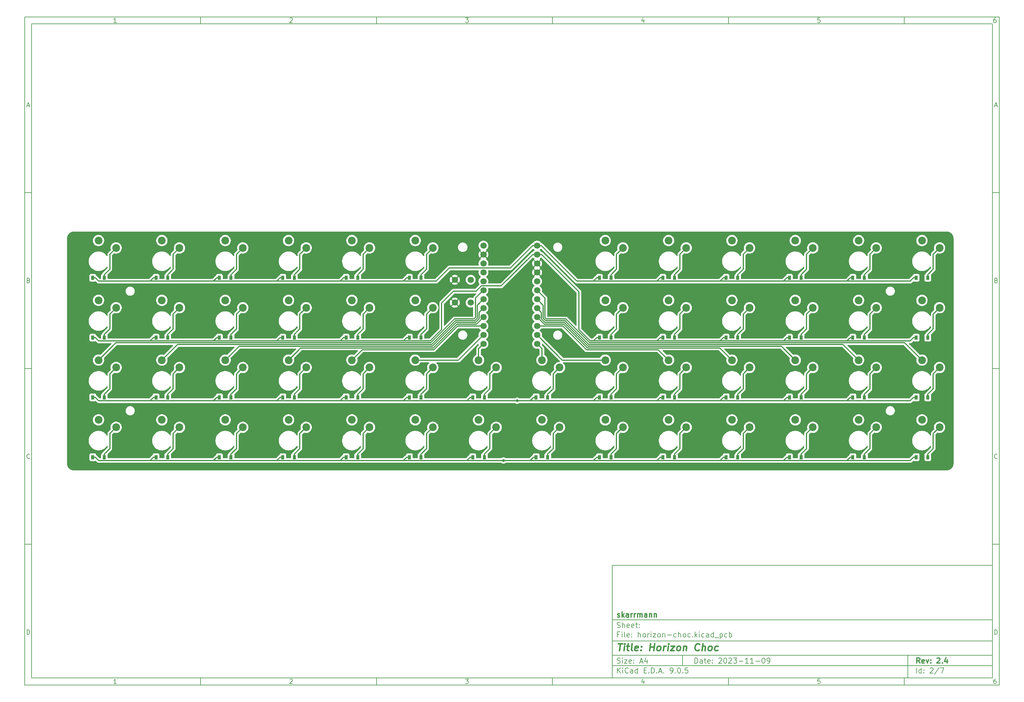
<source format=gbl>
%TF.GenerationSoftware,KiCad,Pcbnew,9.0.5*%
%TF.CreationDate,2026-02-19T02:28:35-07:00*%
%TF.ProjectId,horizon-choc,686f7269-7a6f-46e2-9d63-686f632e6b69,2.4*%
%TF.SameCoordinates,Original*%
%TF.FileFunction,Copper,L2,Bot*%
%TF.FilePolarity,Positive*%
%FSLAX46Y46*%
G04 Gerber Fmt 4.6, Leading zero omitted, Abs format (unit mm)*
G04 Created by KiCad (PCBNEW 9.0.5) date 2026-02-19 02:28:35*
%MOMM*%
%LPD*%
G01*
G04 APERTURE LIST*
%ADD10C,0.100000*%
%ADD11C,0.150000*%
%ADD12C,0.300000*%
%ADD13C,0.400000*%
%TA.AperFunction,ComponentPad*%
%ADD14C,2.200000*%
%TD*%
%TA.AperFunction,SMDPad,CuDef*%
%ADD15R,0.900000X1.200000*%
%TD*%
%TA.AperFunction,ComponentPad*%
%ADD16C,1.800000*%
%TD*%
%TA.AperFunction,ViaPad*%
%ADD17C,0.800000*%
%TD*%
%TA.AperFunction,Conductor*%
%ADD18C,0.300000*%
%TD*%
G04 APERTURE END LIST*
D10*
D11*
X177002200Y-166007200D02*
X285002200Y-166007200D01*
X285002200Y-198007200D01*
X177002200Y-198007200D01*
X177002200Y-166007200D01*
D10*
D11*
X10000000Y-10000000D02*
X287002200Y-10000000D01*
X287002200Y-200007200D01*
X10000000Y-200007200D01*
X10000000Y-10000000D01*
D10*
D11*
X12000000Y-12000000D02*
X285002200Y-12000000D01*
X285002200Y-198007200D01*
X12000000Y-198007200D01*
X12000000Y-12000000D01*
D10*
D11*
X60000000Y-12000000D02*
X60000000Y-10000000D01*
D10*
D11*
X110000000Y-12000000D02*
X110000000Y-10000000D01*
D10*
D11*
X160000000Y-12000000D02*
X160000000Y-10000000D01*
D10*
D11*
X210000000Y-12000000D02*
X210000000Y-10000000D01*
D10*
D11*
X260000000Y-12000000D02*
X260000000Y-10000000D01*
D10*
D11*
X36089160Y-11593604D02*
X35346303Y-11593604D01*
X35717731Y-11593604D02*
X35717731Y-10293604D01*
X35717731Y-10293604D02*
X35593922Y-10479319D01*
X35593922Y-10479319D02*
X35470112Y-10603128D01*
X35470112Y-10603128D02*
X35346303Y-10665033D01*
D10*
D11*
X85346303Y-10417414D02*
X85408207Y-10355509D01*
X85408207Y-10355509D02*
X85532017Y-10293604D01*
X85532017Y-10293604D02*
X85841541Y-10293604D01*
X85841541Y-10293604D02*
X85965350Y-10355509D01*
X85965350Y-10355509D02*
X86027255Y-10417414D01*
X86027255Y-10417414D02*
X86089160Y-10541223D01*
X86089160Y-10541223D02*
X86089160Y-10665033D01*
X86089160Y-10665033D02*
X86027255Y-10850747D01*
X86027255Y-10850747D02*
X85284398Y-11593604D01*
X85284398Y-11593604D02*
X86089160Y-11593604D01*
D10*
D11*
X135284398Y-10293604D02*
X136089160Y-10293604D01*
X136089160Y-10293604D02*
X135655826Y-10788842D01*
X135655826Y-10788842D02*
X135841541Y-10788842D01*
X135841541Y-10788842D02*
X135965350Y-10850747D01*
X135965350Y-10850747D02*
X136027255Y-10912652D01*
X136027255Y-10912652D02*
X136089160Y-11036461D01*
X136089160Y-11036461D02*
X136089160Y-11345985D01*
X136089160Y-11345985D02*
X136027255Y-11469795D01*
X136027255Y-11469795D02*
X135965350Y-11531700D01*
X135965350Y-11531700D02*
X135841541Y-11593604D01*
X135841541Y-11593604D02*
X135470112Y-11593604D01*
X135470112Y-11593604D02*
X135346303Y-11531700D01*
X135346303Y-11531700D02*
X135284398Y-11469795D01*
D10*
D11*
X185965350Y-10726938D02*
X185965350Y-11593604D01*
X185655826Y-10231700D02*
X185346303Y-11160271D01*
X185346303Y-11160271D02*
X186151064Y-11160271D01*
D10*
D11*
X236027255Y-10293604D02*
X235408207Y-10293604D01*
X235408207Y-10293604D02*
X235346303Y-10912652D01*
X235346303Y-10912652D02*
X235408207Y-10850747D01*
X235408207Y-10850747D02*
X235532017Y-10788842D01*
X235532017Y-10788842D02*
X235841541Y-10788842D01*
X235841541Y-10788842D02*
X235965350Y-10850747D01*
X235965350Y-10850747D02*
X236027255Y-10912652D01*
X236027255Y-10912652D02*
X236089160Y-11036461D01*
X236089160Y-11036461D02*
X236089160Y-11345985D01*
X236089160Y-11345985D02*
X236027255Y-11469795D01*
X236027255Y-11469795D02*
X235965350Y-11531700D01*
X235965350Y-11531700D02*
X235841541Y-11593604D01*
X235841541Y-11593604D02*
X235532017Y-11593604D01*
X235532017Y-11593604D02*
X235408207Y-11531700D01*
X235408207Y-11531700D02*
X235346303Y-11469795D01*
D10*
D11*
X285965350Y-10293604D02*
X285717731Y-10293604D01*
X285717731Y-10293604D02*
X285593922Y-10355509D01*
X285593922Y-10355509D02*
X285532017Y-10417414D01*
X285532017Y-10417414D02*
X285408207Y-10603128D01*
X285408207Y-10603128D02*
X285346303Y-10850747D01*
X285346303Y-10850747D02*
X285346303Y-11345985D01*
X285346303Y-11345985D02*
X285408207Y-11469795D01*
X285408207Y-11469795D02*
X285470112Y-11531700D01*
X285470112Y-11531700D02*
X285593922Y-11593604D01*
X285593922Y-11593604D02*
X285841541Y-11593604D01*
X285841541Y-11593604D02*
X285965350Y-11531700D01*
X285965350Y-11531700D02*
X286027255Y-11469795D01*
X286027255Y-11469795D02*
X286089160Y-11345985D01*
X286089160Y-11345985D02*
X286089160Y-11036461D01*
X286089160Y-11036461D02*
X286027255Y-10912652D01*
X286027255Y-10912652D02*
X285965350Y-10850747D01*
X285965350Y-10850747D02*
X285841541Y-10788842D01*
X285841541Y-10788842D02*
X285593922Y-10788842D01*
X285593922Y-10788842D02*
X285470112Y-10850747D01*
X285470112Y-10850747D02*
X285408207Y-10912652D01*
X285408207Y-10912652D02*
X285346303Y-11036461D01*
D10*
D11*
X60000000Y-198007200D02*
X60000000Y-200007200D01*
D10*
D11*
X110000000Y-198007200D02*
X110000000Y-200007200D01*
D10*
D11*
X160000000Y-198007200D02*
X160000000Y-200007200D01*
D10*
D11*
X210000000Y-198007200D02*
X210000000Y-200007200D01*
D10*
D11*
X260000000Y-198007200D02*
X260000000Y-200007200D01*
D10*
D11*
X36089160Y-199600804D02*
X35346303Y-199600804D01*
X35717731Y-199600804D02*
X35717731Y-198300804D01*
X35717731Y-198300804D02*
X35593922Y-198486519D01*
X35593922Y-198486519D02*
X35470112Y-198610328D01*
X35470112Y-198610328D02*
X35346303Y-198672233D01*
D10*
D11*
X85346303Y-198424614D02*
X85408207Y-198362709D01*
X85408207Y-198362709D02*
X85532017Y-198300804D01*
X85532017Y-198300804D02*
X85841541Y-198300804D01*
X85841541Y-198300804D02*
X85965350Y-198362709D01*
X85965350Y-198362709D02*
X86027255Y-198424614D01*
X86027255Y-198424614D02*
X86089160Y-198548423D01*
X86089160Y-198548423D02*
X86089160Y-198672233D01*
X86089160Y-198672233D02*
X86027255Y-198857947D01*
X86027255Y-198857947D02*
X85284398Y-199600804D01*
X85284398Y-199600804D02*
X86089160Y-199600804D01*
D10*
D11*
X135284398Y-198300804D02*
X136089160Y-198300804D01*
X136089160Y-198300804D02*
X135655826Y-198796042D01*
X135655826Y-198796042D02*
X135841541Y-198796042D01*
X135841541Y-198796042D02*
X135965350Y-198857947D01*
X135965350Y-198857947D02*
X136027255Y-198919852D01*
X136027255Y-198919852D02*
X136089160Y-199043661D01*
X136089160Y-199043661D02*
X136089160Y-199353185D01*
X136089160Y-199353185D02*
X136027255Y-199476995D01*
X136027255Y-199476995D02*
X135965350Y-199538900D01*
X135965350Y-199538900D02*
X135841541Y-199600804D01*
X135841541Y-199600804D02*
X135470112Y-199600804D01*
X135470112Y-199600804D02*
X135346303Y-199538900D01*
X135346303Y-199538900D02*
X135284398Y-199476995D01*
D10*
D11*
X185965350Y-198734138D02*
X185965350Y-199600804D01*
X185655826Y-198238900D02*
X185346303Y-199167471D01*
X185346303Y-199167471D02*
X186151064Y-199167471D01*
D10*
D11*
X236027255Y-198300804D02*
X235408207Y-198300804D01*
X235408207Y-198300804D02*
X235346303Y-198919852D01*
X235346303Y-198919852D02*
X235408207Y-198857947D01*
X235408207Y-198857947D02*
X235532017Y-198796042D01*
X235532017Y-198796042D02*
X235841541Y-198796042D01*
X235841541Y-198796042D02*
X235965350Y-198857947D01*
X235965350Y-198857947D02*
X236027255Y-198919852D01*
X236027255Y-198919852D02*
X236089160Y-199043661D01*
X236089160Y-199043661D02*
X236089160Y-199353185D01*
X236089160Y-199353185D02*
X236027255Y-199476995D01*
X236027255Y-199476995D02*
X235965350Y-199538900D01*
X235965350Y-199538900D02*
X235841541Y-199600804D01*
X235841541Y-199600804D02*
X235532017Y-199600804D01*
X235532017Y-199600804D02*
X235408207Y-199538900D01*
X235408207Y-199538900D02*
X235346303Y-199476995D01*
D10*
D11*
X285965350Y-198300804D02*
X285717731Y-198300804D01*
X285717731Y-198300804D02*
X285593922Y-198362709D01*
X285593922Y-198362709D02*
X285532017Y-198424614D01*
X285532017Y-198424614D02*
X285408207Y-198610328D01*
X285408207Y-198610328D02*
X285346303Y-198857947D01*
X285346303Y-198857947D02*
X285346303Y-199353185D01*
X285346303Y-199353185D02*
X285408207Y-199476995D01*
X285408207Y-199476995D02*
X285470112Y-199538900D01*
X285470112Y-199538900D02*
X285593922Y-199600804D01*
X285593922Y-199600804D02*
X285841541Y-199600804D01*
X285841541Y-199600804D02*
X285965350Y-199538900D01*
X285965350Y-199538900D02*
X286027255Y-199476995D01*
X286027255Y-199476995D02*
X286089160Y-199353185D01*
X286089160Y-199353185D02*
X286089160Y-199043661D01*
X286089160Y-199043661D02*
X286027255Y-198919852D01*
X286027255Y-198919852D02*
X285965350Y-198857947D01*
X285965350Y-198857947D02*
X285841541Y-198796042D01*
X285841541Y-198796042D02*
X285593922Y-198796042D01*
X285593922Y-198796042D02*
X285470112Y-198857947D01*
X285470112Y-198857947D02*
X285408207Y-198919852D01*
X285408207Y-198919852D02*
X285346303Y-199043661D01*
D10*
D11*
X10000000Y-60000000D02*
X12000000Y-60000000D01*
D10*
D11*
X10000000Y-110000000D02*
X12000000Y-110000000D01*
D10*
D11*
X10000000Y-160000000D02*
X12000000Y-160000000D01*
D10*
D11*
X10690476Y-35222176D02*
X11309523Y-35222176D01*
X10566666Y-35593604D02*
X10999999Y-34293604D01*
X10999999Y-34293604D02*
X11433333Y-35593604D01*
D10*
D11*
X11092857Y-84912652D02*
X11278571Y-84974557D01*
X11278571Y-84974557D02*
X11340476Y-85036461D01*
X11340476Y-85036461D02*
X11402380Y-85160271D01*
X11402380Y-85160271D02*
X11402380Y-85345985D01*
X11402380Y-85345985D02*
X11340476Y-85469795D01*
X11340476Y-85469795D02*
X11278571Y-85531700D01*
X11278571Y-85531700D02*
X11154761Y-85593604D01*
X11154761Y-85593604D02*
X10659523Y-85593604D01*
X10659523Y-85593604D02*
X10659523Y-84293604D01*
X10659523Y-84293604D02*
X11092857Y-84293604D01*
X11092857Y-84293604D02*
X11216666Y-84355509D01*
X11216666Y-84355509D02*
X11278571Y-84417414D01*
X11278571Y-84417414D02*
X11340476Y-84541223D01*
X11340476Y-84541223D02*
X11340476Y-84665033D01*
X11340476Y-84665033D02*
X11278571Y-84788842D01*
X11278571Y-84788842D02*
X11216666Y-84850747D01*
X11216666Y-84850747D02*
X11092857Y-84912652D01*
X11092857Y-84912652D02*
X10659523Y-84912652D01*
D10*
D11*
X11402380Y-135469795D02*
X11340476Y-135531700D01*
X11340476Y-135531700D02*
X11154761Y-135593604D01*
X11154761Y-135593604D02*
X11030952Y-135593604D01*
X11030952Y-135593604D02*
X10845238Y-135531700D01*
X10845238Y-135531700D02*
X10721428Y-135407890D01*
X10721428Y-135407890D02*
X10659523Y-135284080D01*
X10659523Y-135284080D02*
X10597619Y-135036461D01*
X10597619Y-135036461D02*
X10597619Y-134850747D01*
X10597619Y-134850747D02*
X10659523Y-134603128D01*
X10659523Y-134603128D02*
X10721428Y-134479319D01*
X10721428Y-134479319D02*
X10845238Y-134355509D01*
X10845238Y-134355509D02*
X11030952Y-134293604D01*
X11030952Y-134293604D02*
X11154761Y-134293604D01*
X11154761Y-134293604D02*
X11340476Y-134355509D01*
X11340476Y-134355509D02*
X11402380Y-134417414D01*
D10*
D11*
X10659523Y-185593604D02*
X10659523Y-184293604D01*
X10659523Y-184293604D02*
X10969047Y-184293604D01*
X10969047Y-184293604D02*
X11154761Y-184355509D01*
X11154761Y-184355509D02*
X11278571Y-184479319D01*
X11278571Y-184479319D02*
X11340476Y-184603128D01*
X11340476Y-184603128D02*
X11402380Y-184850747D01*
X11402380Y-184850747D02*
X11402380Y-185036461D01*
X11402380Y-185036461D02*
X11340476Y-185284080D01*
X11340476Y-185284080D02*
X11278571Y-185407890D01*
X11278571Y-185407890D02*
X11154761Y-185531700D01*
X11154761Y-185531700D02*
X10969047Y-185593604D01*
X10969047Y-185593604D02*
X10659523Y-185593604D01*
D10*
D11*
X287002200Y-60000000D02*
X285002200Y-60000000D01*
D10*
D11*
X287002200Y-110000000D02*
X285002200Y-110000000D01*
D10*
D11*
X287002200Y-160000000D02*
X285002200Y-160000000D01*
D10*
D11*
X285692676Y-35222176D02*
X286311723Y-35222176D01*
X285568866Y-35593604D02*
X286002199Y-34293604D01*
X286002199Y-34293604D02*
X286435533Y-35593604D01*
D10*
D11*
X286095057Y-84912652D02*
X286280771Y-84974557D01*
X286280771Y-84974557D02*
X286342676Y-85036461D01*
X286342676Y-85036461D02*
X286404580Y-85160271D01*
X286404580Y-85160271D02*
X286404580Y-85345985D01*
X286404580Y-85345985D02*
X286342676Y-85469795D01*
X286342676Y-85469795D02*
X286280771Y-85531700D01*
X286280771Y-85531700D02*
X286156961Y-85593604D01*
X286156961Y-85593604D02*
X285661723Y-85593604D01*
X285661723Y-85593604D02*
X285661723Y-84293604D01*
X285661723Y-84293604D02*
X286095057Y-84293604D01*
X286095057Y-84293604D02*
X286218866Y-84355509D01*
X286218866Y-84355509D02*
X286280771Y-84417414D01*
X286280771Y-84417414D02*
X286342676Y-84541223D01*
X286342676Y-84541223D02*
X286342676Y-84665033D01*
X286342676Y-84665033D02*
X286280771Y-84788842D01*
X286280771Y-84788842D02*
X286218866Y-84850747D01*
X286218866Y-84850747D02*
X286095057Y-84912652D01*
X286095057Y-84912652D02*
X285661723Y-84912652D01*
D10*
D11*
X286404580Y-135469795D02*
X286342676Y-135531700D01*
X286342676Y-135531700D02*
X286156961Y-135593604D01*
X286156961Y-135593604D02*
X286033152Y-135593604D01*
X286033152Y-135593604D02*
X285847438Y-135531700D01*
X285847438Y-135531700D02*
X285723628Y-135407890D01*
X285723628Y-135407890D02*
X285661723Y-135284080D01*
X285661723Y-135284080D02*
X285599819Y-135036461D01*
X285599819Y-135036461D02*
X285599819Y-134850747D01*
X285599819Y-134850747D02*
X285661723Y-134603128D01*
X285661723Y-134603128D02*
X285723628Y-134479319D01*
X285723628Y-134479319D02*
X285847438Y-134355509D01*
X285847438Y-134355509D02*
X286033152Y-134293604D01*
X286033152Y-134293604D02*
X286156961Y-134293604D01*
X286156961Y-134293604D02*
X286342676Y-134355509D01*
X286342676Y-134355509D02*
X286404580Y-134417414D01*
D10*
D11*
X285661723Y-185593604D02*
X285661723Y-184293604D01*
X285661723Y-184293604D02*
X285971247Y-184293604D01*
X285971247Y-184293604D02*
X286156961Y-184355509D01*
X286156961Y-184355509D02*
X286280771Y-184479319D01*
X286280771Y-184479319D02*
X286342676Y-184603128D01*
X286342676Y-184603128D02*
X286404580Y-184850747D01*
X286404580Y-184850747D02*
X286404580Y-185036461D01*
X286404580Y-185036461D02*
X286342676Y-185284080D01*
X286342676Y-185284080D02*
X286280771Y-185407890D01*
X286280771Y-185407890D02*
X286156961Y-185531700D01*
X286156961Y-185531700D02*
X285971247Y-185593604D01*
X285971247Y-185593604D02*
X285661723Y-185593604D01*
D10*
D11*
X200458026Y-193793328D02*
X200458026Y-192293328D01*
X200458026Y-192293328D02*
X200815169Y-192293328D01*
X200815169Y-192293328D02*
X201029455Y-192364757D01*
X201029455Y-192364757D02*
X201172312Y-192507614D01*
X201172312Y-192507614D02*
X201243741Y-192650471D01*
X201243741Y-192650471D02*
X201315169Y-192936185D01*
X201315169Y-192936185D02*
X201315169Y-193150471D01*
X201315169Y-193150471D02*
X201243741Y-193436185D01*
X201243741Y-193436185D02*
X201172312Y-193579042D01*
X201172312Y-193579042D02*
X201029455Y-193721900D01*
X201029455Y-193721900D02*
X200815169Y-193793328D01*
X200815169Y-193793328D02*
X200458026Y-193793328D01*
X202600884Y-193793328D02*
X202600884Y-193007614D01*
X202600884Y-193007614D02*
X202529455Y-192864757D01*
X202529455Y-192864757D02*
X202386598Y-192793328D01*
X202386598Y-192793328D02*
X202100884Y-192793328D01*
X202100884Y-192793328D02*
X201958026Y-192864757D01*
X202600884Y-193721900D02*
X202458026Y-193793328D01*
X202458026Y-193793328D02*
X202100884Y-193793328D01*
X202100884Y-193793328D02*
X201958026Y-193721900D01*
X201958026Y-193721900D02*
X201886598Y-193579042D01*
X201886598Y-193579042D02*
X201886598Y-193436185D01*
X201886598Y-193436185D02*
X201958026Y-193293328D01*
X201958026Y-193293328D02*
X202100884Y-193221900D01*
X202100884Y-193221900D02*
X202458026Y-193221900D01*
X202458026Y-193221900D02*
X202600884Y-193150471D01*
X203100884Y-192793328D02*
X203672312Y-192793328D01*
X203315169Y-192293328D02*
X203315169Y-193579042D01*
X203315169Y-193579042D02*
X203386598Y-193721900D01*
X203386598Y-193721900D02*
X203529455Y-193793328D01*
X203529455Y-193793328D02*
X203672312Y-193793328D01*
X204743741Y-193721900D02*
X204600884Y-193793328D01*
X204600884Y-193793328D02*
X204315170Y-193793328D01*
X204315170Y-193793328D02*
X204172312Y-193721900D01*
X204172312Y-193721900D02*
X204100884Y-193579042D01*
X204100884Y-193579042D02*
X204100884Y-193007614D01*
X204100884Y-193007614D02*
X204172312Y-192864757D01*
X204172312Y-192864757D02*
X204315170Y-192793328D01*
X204315170Y-192793328D02*
X204600884Y-192793328D01*
X204600884Y-192793328D02*
X204743741Y-192864757D01*
X204743741Y-192864757D02*
X204815170Y-193007614D01*
X204815170Y-193007614D02*
X204815170Y-193150471D01*
X204815170Y-193150471D02*
X204100884Y-193293328D01*
X205458026Y-193650471D02*
X205529455Y-193721900D01*
X205529455Y-193721900D02*
X205458026Y-193793328D01*
X205458026Y-193793328D02*
X205386598Y-193721900D01*
X205386598Y-193721900D02*
X205458026Y-193650471D01*
X205458026Y-193650471D02*
X205458026Y-193793328D01*
X205458026Y-192864757D02*
X205529455Y-192936185D01*
X205529455Y-192936185D02*
X205458026Y-193007614D01*
X205458026Y-193007614D02*
X205386598Y-192936185D01*
X205386598Y-192936185D02*
X205458026Y-192864757D01*
X205458026Y-192864757D02*
X205458026Y-193007614D01*
X207243741Y-192436185D02*
X207315169Y-192364757D01*
X207315169Y-192364757D02*
X207458027Y-192293328D01*
X207458027Y-192293328D02*
X207815169Y-192293328D01*
X207815169Y-192293328D02*
X207958027Y-192364757D01*
X207958027Y-192364757D02*
X208029455Y-192436185D01*
X208029455Y-192436185D02*
X208100884Y-192579042D01*
X208100884Y-192579042D02*
X208100884Y-192721900D01*
X208100884Y-192721900D02*
X208029455Y-192936185D01*
X208029455Y-192936185D02*
X207172312Y-193793328D01*
X207172312Y-193793328D02*
X208100884Y-193793328D01*
X209029455Y-192293328D02*
X209172312Y-192293328D01*
X209172312Y-192293328D02*
X209315169Y-192364757D01*
X209315169Y-192364757D02*
X209386598Y-192436185D01*
X209386598Y-192436185D02*
X209458026Y-192579042D01*
X209458026Y-192579042D02*
X209529455Y-192864757D01*
X209529455Y-192864757D02*
X209529455Y-193221900D01*
X209529455Y-193221900D02*
X209458026Y-193507614D01*
X209458026Y-193507614D02*
X209386598Y-193650471D01*
X209386598Y-193650471D02*
X209315169Y-193721900D01*
X209315169Y-193721900D02*
X209172312Y-193793328D01*
X209172312Y-193793328D02*
X209029455Y-193793328D01*
X209029455Y-193793328D02*
X208886598Y-193721900D01*
X208886598Y-193721900D02*
X208815169Y-193650471D01*
X208815169Y-193650471D02*
X208743740Y-193507614D01*
X208743740Y-193507614D02*
X208672312Y-193221900D01*
X208672312Y-193221900D02*
X208672312Y-192864757D01*
X208672312Y-192864757D02*
X208743740Y-192579042D01*
X208743740Y-192579042D02*
X208815169Y-192436185D01*
X208815169Y-192436185D02*
X208886598Y-192364757D01*
X208886598Y-192364757D02*
X209029455Y-192293328D01*
X210100883Y-192436185D02*
X210172311Y-192364757D01*
X210172311Y-192364757D02*
X210315169Y-192293328D01*
X210315169Y-192293328D02*
X210672311Y-192293328D01*
X210672311Y-192293328D02*
X210815169Y-192364757D01*
X210815169Y-192364757D02*
X210886597Y-192436185D01*
X210886597Y-192436185D02*
X210958026Y-192579042D01*
X210958026Y-192579042D02*
X210958026Y-192721900D01*
X210958026Y-192721900D02*
X210886597Y-192936185D01*
X210886597Y-192936185D02*
X210029454Y-193793328D01*
X210029454Y-193793328D02*
X210958026Y-193793328D01*
X211458025Y-192293328D02*
X212386597Y-192293328D01*
X212386597Y-192293328D02*
X211886597Y-192864757D01*
X211886597Y-192864757D02*
X212100882Y-192864757D01*
X212100882Y-192864757D02*
X212243740Y-192936185D01*
X212243740Y-192936185D02*
X212315168Y-193007614D01*
X212315168Y-193007614D02*
X212386597Y-193150471D01*
X212386597Y-193150471D02*
X212386597Y-193507614D01*
X212386597Y-193507614D02*
X212315168Y-193650471D01*
X212315168Y-193650471D02*
X212243740Y-193721900D01*
X212243740Y-193721900D02*
X212100882Y-193793328D01*
X212100882Y-193793328D02*
X211672311Y-193793328D01*
X211672311Y-193793328D02*
X211529454Y-193721900D01*
X211529454Y-193721900D02*
X211458025Y-193650471D01*
X213029453Y-193221900D02*
X214172311Y-193221900D01*
X215672311Y-193793328D02*
X214815168Y-193793328D01*
X215243739Y-193793328D02*
X215243739Y-192293328D01*
X215243739Y-192293328D02*
X215100882Y-192507614D01*
X215100882Y-192507614D02*
X214958025Y-192650471D01*
X214958025Y-192650471D02*
X214815168Y-192721900D01*
X217100882Y-193793328D02*
X216243739Y-193793328D01*
X216672310Y-193793328D02*
X216672310Y-192293328D01*
X216672310Y-192293328D02*
X216529453Y-192507614D01*
X216529453Y-192507614D02*
X216386596Y-192650471D01*
X216386596Y-192650471D02*
X216243739Y-192721900D01*
X217743738Y-193221900D02*
X218886596Y-193221900D01*
X219886596Y-192293328D02*
X220029453Y-192293328D01*
X220029453Y-192293328D02*
X220172310Y-192364757D01*
X220172310Y-192364757D02*
X220243739Y-192436185D01*
X220243739Y-192436185D02*
X220315167Y-192579042D01*
X220315167Y-192579042D02*
X220386596Y-192864757D01*
X220386596Y-192864757D02*
X220386596Y-193221900D01*
X220386596Y-193221900D02*
X220315167Y-193507614D01*
X220315167Y-193507614D02*
X220243739Y-193650471D01*
X220243739Y-193650471D02*
X220172310Y-193721900D01*
X220172310Y-193721900D02*
X220029453Y-193793328D01*
X220029453Y-193793328D02*
X219886596Y-193793328D01*
X219886596Y-193793328D02*
X219743739Y-193721900D01*
X219743739Y-193721900D02*
X219672310Y-193650471D01*
X219672310Y-193650471D02*
X219600881Y-193507614D01*
X219600881Y-193507614D02*
X219529453Y-193221900D01*
X219529453Y-193221900D02*
X219529453Y-192864757D01*
X219529453Y-192864757D02*
X219600881Y-192579042D01*
X219600881Y-192579042D02*
X219672310Y-192436185D01*
X219672310Y-192436185D02*
X219743739Y-192364757D01*
X219743739Y-192364757D02*
X219886596Y-192293328D01*
X221100881Y-193793328D02*
X221386595Y-193793328D01*
X221386595Y-193793328D02*
X221529452Y-193721900D01*
X221529452Y-193721900D02*
X221600881Y-193650471D01*
X221600881Y-193650471D02*
X221743738Y-193436185D01*
X221743738Y-193436185D02*
X221815167Y-193150471D01*
X221815167Y-193150471D02*
X221815167Y-192579042D01*
X221815167Y-192579042D02*
X221743738Y-192436185D01*
X221743738Y-192436185D02*
X221672310Y-192364757D01*
X221672310Y-192364757D02*
X221529452Y-192293328D01*
X221529452Y-192293328D02*
X221243738Y-192293328D01*
X221243738Y-192293328D02*
X221100881Y-192364757D01*
X221100881Y-192364757D02*
X221029452Y-192436185D01*
X221029452Y-192436185D02*
X220958024Y-192579042D01*
X220958024Y-192579042D02*
X220958024Y-192936185D01*
X220958024Y-192936185D02*
X221029452Y-193079042D01*
X221029452Y-193079042D02*
X221100881Y-193150471D01*
X221100881Y-193150471D02*
X221243738Y-193221900D01*
X221243738Y-193221900D02*
X221529452Y-193221900D01*
X221529452Y-193221900D02*
X221672310Y-193150471D01*
X221672310Y-193150471D02*
X221743738Y-193079042D01*
X221743738Y-193079042D02*
X221815167Y-192936185D01*
D10*
D11*
X177002200Y-194507200D02*
X285002200Y-194507200D01*
D10*
D11*
X178458026Y-196593328D02*
X178458026Y-195093328D01*
X179315169Y-196593328D02*
X178672312Y-195736185D01*
X179315169Y-195093328D02*
X178458026Y-195950471D01*
X179958026Y-196593328D02*
X179958026Y-195593328D01*
X179958026Y-195093328D02*
X179886598Y-195164757D01*
X179886598Y-195164757D02*
X179958026Y-195236185D01*
X179958026Y-195236185D02*
X180029455Y-195164757D01*
X180029455Y-195164757D02*
X179958026Y-195093328D01*
X179958026Y-195093328D02*
X179958026Y-195236185D01*
X181529455Y-196450471D02*
X181458027Y-196521900D01*
X181458027Y-196521900D02*
X181243741Y-196593328D01*
X181243741Y-196593328D02*
X181100884Y-196593328D01*
X181100884Y-196593328D02*
X180886598Y-196521900D01*
X180886598Y-196521900D02*
X180743741Y-196379042D01*
X180743741Y-196379042D02*
X180672312Y-196236185D01*
X180672312Y-196236185D02*
X180600884Y-195950471D01*
X180600884Y-195950471D02*
X180600884Y-195736185D01*
X180600884Y-195736185D02*
X180672312Y-195450471D01*
X180672312Y-195450471D02*
X180743741Y-195307614D01*
X180743741Y-195307614D02*
X180886598Y-195164757D01*
X180886598Y-195164757D02*
X181100884Y-195093328D01*
X181100884Y-195093328D02*
X181243741Y-195093328D01*
X181243741Y-195093328D02*
X181458027Y-195164757D01*
X181458027Y-195164757D02*
X181529455Y-195236185D01*
X182815170Y-196593328D02*
X182815170Y-195807614D01*
X182815170Y-195807614D02*
X182743741Y-195664757D01*
X182743741Y-195664757D02*
X182600884Y-195593328D01*
X182600884Y-195593328D02*
X182315170Y-195593328D01*
X182315170Y-195593328D02*
X182172312Y-195664757D01*
X182815170Y-196521900D02*
X182672312Y-196593328D01*
X182672312Y-196593328D02*
X182315170Y-196593328D01*
X182315170Y-196593328D02*
X182172312Y-196521900D01*
X182172312Y-196521900D02*
X182100884Y-196379042D01*
X182100884Y-196379042D02*
X182100884Y-196236185D01*
X182100884Y-196236185D02*
X182172312Y-196093328D01*
X182172312Y-196093328D02*
X182315170Y-196021900D01*
X182315170Y-196021900D02*
X182672312Y-196021900D01*
X182672312Y-196021900D02*
X182815170Y-195950471D01*
X184172313Y-196593328D02*
X184172313Y-195093328D01*
X184172313Y-196521900D02*
X184029455Y-196593328D01*
X184029455Y-196593328D02*
X183743741Y-196593328D01*
X183743741Y-196593328D02*
X183600884Y-196521900D01*
X183600884Y-196521900D02*
X183529455Y-196450471D01*
X183529455Y-196450471D02*
X183458027Y-196307614D01*
X183458027Y-196307614D02*
X183458027Y-195879042D01*
X183458027Y-195879042D02*
X183529455Y-195736185D01*
X183529455Y-195736185D02*
X183600884Y-195664757D01*
X183600884Y-195664757D02*
X183743741Y-195593328D01*
X183743741Y-195593328D02*
X184029455Y-195593328D01*
X184029455Y-195593328D02*
X184172313Y-195664757D01*
X186029455Y-195807614D02*
X186529455Y-195807614D01*
X186743741Y-196593328D02*
X186029455Y-196593328D01*
X186029455Y-196593328D02*
X186029455Y-195093328D01*
X186029455Y-195093328D02*
X186743741Y-195093328D01*
X187386598Y-196450471D02*
X187458027Y-196521900D01*
X187458027Y-196521900D02*
X187386598Y-196593328D01*
X187386598Y-196593328D02*
X187315170Y-196521900D01*
X187315170Y-196521900D02*
X187386598Y-196450471D01*
X187386598Y-196450471D02*
X187386598Y-196593328D01*
X188100884Y-196593328D02*
X188100884Y-195093328D01*
X188100884Y-195093328D02*
X188458027Y-195093328D01*
X188458027Y-195093328D02*
X188672313Y-195164757D01*
X188672313Y-195164757D02*
X188815170Y-195307614D01*
X188815170Y-195307614D02*
X188886599Y-195450471D01*
X188886599Y-195450471D02*
X188958027Y-195736185D01*
X188958027Y-195736185D02*
X188958027Y-195950471D01*
X188958027Y-195950471D02*
X188886599Y-196236185D01*
X188886599Y-196236185D02*
X188815170Y-196379042D01*
X188815170Y-196379042D02*
X188672313Y-196521900D01*
X188672313Y-196521900D02*
X188458027Y-196593328D01*
X188458027Y-196593328D02*
X188100884Y-196593328D01*
X189600884Y-196450471D02*
X189672313Y-196521900D01*
X189672313Y-196521900D02*
X189600884Y-196593328D01*
X189600884Y-196593328D02*
X189529456Y-196521900D01*
X189529456Y-196521900D02*
X189600884Y-196450471D01*
X189600884Y-196450471D02*
X189600884Y-196593328D01*
X190243742Y-196164757D02*
X190958028Y-196164757D01*
X190100885Y-196593328D02*
X190600885Y-195093328D01*
X190600885Y-195093328D02*
X191100885Y-196593328D01*
X191600884Y-196450471D02*
X191672313Y-196521900D01*
X191672313Y-196521900D02*
X191600884Y-196593328D01*
X191600884Y-196593328D02*
X191529456Y-196521900D01*
X191529456Y-196521900D02*
X191600884Y-196450471D01*
X191600884Y-196450471D02*
X191600884Y-196593328D01*
X193529456Y-196593328D02*
X193815170Y-196593328D01*
X193815170Y-196593328D02*
X193958027Y-196521900D01*
X193958027Y-196521900D02*
X194029456Y-196450471D01*
X194029456Y-196450471D02*
X194172313Y-196236185D01*
X194172313Y-196236185D02*
X194243742Y-195950471D01*
X194243742Y-195950471D02*
X194243742Y-195379042D01*
X194243742Y-195379042D02*
X194172313Y-195236185D01*
X194172313Y-195236185D02*
X194100885Y-195164757D01*
X194100885Y-195164757D02*
X193958027Y-195093328D01*
X193958027Y-195093328D02*
X193672313Y-195093328D01*
X193672313Y-195093328D02*
X193529456Y-195164757D01*
X193529456Y-195164757D02*
X193458027Y-195236185D01*
X193458027Y-195236185D02*
X193386599Y-195379042D01*
X193386599Y-195379042D02*
X193386599Y-195736185D01*
X193386599Y-195736185D02*
X193458027Y-195879042D01*
X193458027Y-195879042D02*
X193529456Y-195950471D01*
X193529456Y-195950471D02*
X193672313Y-196021900D01*
X193672313Y-196021900D02*
X193958027Y-196021900D01*
X193958027Y-196021900D02*
X194100885Y-195950471D01*
X194100885Y-195950471D02*
X194172313Y-195879042D01*
X194172313Y-195879042D02*
X194243742Y-195736185D01*
X194886598Y-196450471D02*
X194958027Y-196521900D01*
X194958027Y-196521900D02*
X194886598Y-196593328D01*
X194886598Y-196593328D02*
X194815170Y-196521900D01*
X194815170Y-196521900D02*
X194886598Y-196450471D01*
X194886598Y-196450471D02*
X194886598Y-196593328D01*
X195886599Y-195093328D02*
X196029456Y-195093328D01*
X196029456Y-195093328D02*
X196172313Y-195164757D01*
X196172313Y-195164757D02*
X196243742Y-195236185D01*
X196243742Y-195236185D02*
X196315170Y-195379042D01*
X196315170Y-195379042D02*
X196386599Y-195664757D01*
X196386599Y-195664757D02*
X196386599Y-196021900D01*
X196386599Y-196021900D02*
X196315170Y-196307614D01*
X196315170Y-196307614D02*
X196243742Y-196450471D01*
X196243742Y-196450471D02*
X196172313Y-196521900D01*
X196172313Y-196521900D02*
X196029456Y-196593328D01*
X196029456Y-196593328D02*
X195886599Y-196593328D01*
X195886599Y-196593328D02*
X195743742Y-196521900D01*
X195743742Y-196521900D02*
X195672313Y-196450471D01*
X195672313Y-196450471D02*
X195600884Y-196307614D01*
X195600884Y-196307614D02*
X195529456Y-196021900D01*
X195529456Y-196021900D02*
X195529456Y-195664757D01*
X195529456Y-195664757D02*
X195600884Y-195379042D01*
X195600884Y-195379042D02*
X195672313Y-195236185D01*
X195672313Y-195236185D02*
X195743742Y-195164757D01*
X195743742Y-195164757D02*
X195886599Y-195093328D01*
X197029455Y-196450471D02*
X197100884Y-196521900D01*
X197100884Y-196521900D02*
X197029455Y-196593328D01*
X197029455Y-196593328D02*
X196958027Y-196521900D01*
X196958027Y-196521900D02*
X197029455Y-196450471D01*
X197029455Y-196450471D02*
X197029455Y-196593328D01*
X198458027Y-195093328D02*
X197743741Y-195093328D01*
X197743741Y-195093328D02*
X197672313Y-195807614D01*
X197672313Y-195807614D02*
X197743741Y-195736185D01*
X197743741Y-195736185D02*
X197886599Y-195664757D01*
X197886599Y-195664757D02*
X198243741Y-195664757D01*
X198243741Y-195664757D02*
X198386599Y-195736185D01*
X198386599Y-195736185D02*
X198458027Y-195807614D01*
X198458027Y-195807614D02*
X198529456Y-195950471D01*
X198529456Y-195950471D02*
X198529456Y-196307614D01*
X198529456Y-196307614D02*
X198458027Y-196450471D01*
X198458027Y-196450471D02*
X198386599Y-196521900D01*
X198386599Y-196521900D02*
X198243741Y-196593328D01*
X198243741Y-196593328D02*
X197886599Y-196593328D01*
X197886599Y-196593328D02*
X197743741Y-196521900D01*
X197743741Y-196521900D02*
X197672313Y-196450471D01*
D10*
D11*
X177002200Y-191507200D02*
X285002200Y-191507200D01*
D10*
D12*
X264413853Y-193785528D02*
X263913853Y-193071242D01*
X263556710Y-193785528D02*
X263556710Y-192285528D01*
X263556710Y-192285528D02*
X264128139Y-192285528D01*
X264128139Y-192285528D02*
X264270996Y-192356957D01*
X264270996Y-192356957D02*
X264342425Y-192428385D01*
X264342425Y-192428385D02*
X264413853Y-192571242D01*
X264413853Y-192571242D02*
X264413853Y-192785528D01*
X264413853Y-192785528D02*
X264342425Y-192928385D01*
X264342425Y-192928385D02*
X264270996Y-192999814D01*
X264270996Y-192999814D02*
X264128139Y-193071242D01*
X264128139Y-193071242D02*
X263556710Y-193071242D01*
X265628139Y-193714100D02*
X265485282Y-193785528D01*
X265485282Y-193785528D02*
X265199568Y-193785528D01*
X265199568Y-193785528D02*
X265056710Y-193714100D01*
X265056710Y-193714100D02*
X264985282Y-193571242D01*
X264985282Y-193571242D02*
X264985282Y-192999814D01*
X264985282Y-192999814D02*
X265056710Y-192856957D01*
X265056710Y-192856957D02*
X265199568Y-192785528D01*
X265199568Y-192785528D02*
X265485282Y-192785528D01*
X265485282Y-192785528D02*
X265628139Y-192856957D01*
X265628139Y-192856957D02*
X265699568Y-192999814D01*
X265699568Y-192999814D02*
X265699568Y-193142671D01*
X265699568Y-193142671D02*
X264985282Y-193285528D01*
X266199567Y-192785528D02*
X266556710Y-193785528D01*
X266556710Y-193785528D02*
X266913853Y-192785528D01*
X267485281Y-193642671D02*
X267556710Y-193714100D01*
X267556710Y-193714100D02*
X267485281Y-193785528D01*
X267485281Y-193785528D02*
X267413853Y-193714100D01*
X267413853Y-193714100D02*
X267485281Y-193642671D01*
X267485281Y-193642671D02*
X267485281Y-193785528D01*
X267485281Y-192856957D02*
X267556710Y-192928385D01*
X267556710Y-192928385D02*
X267485281Y-192999814D01*
X267485281Y-192999814D02*
X267413853Y-192928385D01*
X267413853Y-192928385D02*
X267485281Y-192856957D01*
X267485281Y-192856957D02*
X267485281Y-192999814D01*
X269270996Y-192428385D02*
X269342424Y-192356957D01*
X269342424Y-192356957D02*
X269485282Y-192285528D01*
X269485282Y-192285528D02*
X269842424Y-192285528D01*
X269842424Y-192285528D02*
X269985282Y-192356957D01*
X269985282Y-192356957D02*
X270056710Y-192428385D01*
X270056710Y-192428385D02*
X270128139Y-192571242D01*
X270128139Y-192571242D02*
X270128139Y-192714100D01*
X270128139Y-192714100D02*
X270056710Y-192928385D01*
X270056710Y-192928385D02*
X269199567Y-193785528D01*
X269199567Y-193785528D02*
X270128139Y-193785528D01*
X270770995Y-193642671D02*
X270842424Y-193714100D01*
X270842424Y-193714100D02*
X270770995Y-193785528D01*
X270770995Y-193785528D02*
X270699567Y-193714100D01*
X270699567Y-193714100D02*
X270770995Y-193642671D01*
X270770995Y-193642671D02*
X270770995Y-193785528D01*
X272128139Y-192785528D02*
X272128139Y-193785528D01*
X271770996Y-192214100D02*
X271413853Y-193285528D01*
X271413853Y-193285528D02*
X272342424Y-193285528D01*
D10*
D11*
X178386598Y-193721900D02*
X178600884Y-193793328D01*
X178600884Y-193793328D02*
X178958026Y-193793328D01*
X178958026Y-193793328D02*
X179100884Y-193721900D01*
X179100884Y-193721900D02*
X179172312Y-193650471D01*
X179172312Y-193650471D02*
X179243741Y-193507614D01*
X179243741Y-193507614D02*
X179243741Y-193364757D01*
X179243741Y-193364757D02*
X179172312Y-193221900D01*
X179172312Y-193221900D02*
X179100884Y-193150471D01*
X179100884Y-193150471D02*
X178958026Y-193079042D01*
X178958026Y-193079042D02*
X178672312Y-193007614D01*
X178672312Y-193007614D02*
X178529455Y-192936185D01*
X178529455Y-192936185D02*
X178458026Y-192864757D01*
X178458026Y-192864757D02*
X178386598Y-192721900D01*
X178386598Y-192721900D02*
X178386598Y-192579042D01*
X178386598Y-192579042D02*
X178458026Y-192436185D01*
X178458026Y-192436185D02*
X178529455Y-192364757D01*
X178529455Y-192364757D02*
X178672312Y-192293328D01*
X178672312Y-192293328D02*
X179029455Y-192293328D01*
X179029455Y-192293328D02*
X179243741Y-192364757D01*
X179886597Y-193793328D02*
X179886597Y-192793328D01*
X179886597Y-192293328D02*
X179815169Y-192364757D01*
X179815169Y-192364757D02*
X179886597Y-192436185D01*
X179886597Y-192436185D02*
X179958026Y-192364757D01*
X179958026Y-192364757D02*
X179886597Y-192293328D01*
X179886597Y-192293328D02*
X179886597Y-192436185D01*
X180458026Y-192793328D02*
X181243741Y-192793328D01*
X181243741Y-192793328D02*
X180458026Y-193793328D01*
X180458026Y-193793328D02*
X181243741Y-193793328D01*
X182386598Y-193721900D02*
X182243741Y-193793328D01*
X182243741Y-193793328D02*
X181958027Y-193793328D01*
X181958027Y-193793328D02*
X181815169Y-193721900D01*
X181815169Y-193721900D02*
X181743741Y-193579042D01*
X181743741Y-193579042D02*
X181743741Y-193007614D01*
X181743741Y-193007614D02*
X181815169Y-192864757D01*
X181815169Y-192864757D02*
X181958027Y-192793328D01*
X181958027Y-192793328D02*
X182243741Y-192793328D01*
X182243741Y-192793328D02*
X182386598Y-192864757D01*
X182386598Y-192864757D02*
X182458027Y-193007614D01*
X182458027Y-193007614D02*
X182458027Y-193150471D01*
X182458027Y-193150471D02*
X181743741Y-193293328D01*
X183100883Y-193650471D02*
X183172312Y-193721900D01*
X183172312Y-193721900D02*
X183100883Y-193793328D01*
X183100883Y-193793328D02*
X183029455Y-193721900D01*
X183029455Y-193721900D02*
X183100883Y-193650471D01*
X183100883Y-193650471D02*
X183100883Y-193793328D01*
X183100883Y-192864757D02*
X183172312Y-192936185D01*
X183172312Y-192936185D02*
X183100883Y-193007614D01*
X183100883Y-193007614D02*
X183029455Y-192936185D01*
X183029455Y-192936185D02*
X183100883Y-192864757D01*
X183100883Y-192864757D02*
X183100883Y-193007614D01*
X184886598Y-193364757D02*
X185600884Y-193364757D01*
X184743741Y-193793328D02*
X185243741Y-192293328D01*
X185243741Y-192293328D02*
X185743741Y-193793328D01*
X186886598Y-192793328D02*
X186886598Y-193793328D01*
X186529455Y-192221900D02*
X186172312Y-193293328D01*
X186172312Y-193293328D02*
X187100883Y-193293328D01*
D10*
D11*
X263458026Y-196593328D02*
X263458026Y-195093328D01*
X264815170Y-196593328D02*
X264815170Y-195093328D01*
X264815170Y-196521900D02*
X264672312Y-196593328D01*
X264672312Y-196593328D02*
X264386598Y-196593328D01*
X264386598Y-196593328D02*
X264243741Y-196521900D01*
X264243741Y-196521900D02*
X264172312Y-196450471D01*
X264172312Y-196450471D02*
X264100884Y-196307614D01*
X264100884Y-196307614D02*
X264100884Y-195879042D01*
X264100884Y-195879042D02*
X264172312Y-195736185D01*
X264172312Y-195736185D02*
X264243741Y-195664757D01*
X264243741Y-195664757D02*
X264386598Y-195593328D01*
X264386598Y-195593328D02*
X264672312Y-195593328D01*
X264672312Y-195593328D02*
X264815170Y-195664757D01*
X265529455Y-196450471D02*
X265600884Y-196521900D01*
X265600884Y-196521900D02*
X265529455Y-196593328D01*
X265529455Y-196593328D02*
X265458027Y-196521900D01*
X265458027Y-196521900D02*
X265529455Y-196450471D01*
X265529455Y-196450471D02*
X265529455Y-196593328D01*
X265529455Y-195664757D02*
X265600884Y-195736185D01*
X265600884Y-195736185D02*
X265529455Y-195807614D01*
X265529455Y-195807614D02*
X265458027Y-195736185D01*
X265458027Y-195736185D02*
X265529455Y-195664757D01*
X265529455Y-195664757D02*
X265529455Y-195807614D01*
X267315170Y-195236185D02*
X267386598Y-195164757D01*
X267386598Y-195164757D02*
X267529456Y-195093328D01*
X267529456Y-195093328D02*
X267886598Y-195093328D01*
X267886598Y-195093328D02*
X268029456Y-195164757D01*
X268029456Y-195164757D02*
X268100884Y-195236185D01*
X268100884Y-195236185D02*
X268172313Y-195379042D01*
X268172313Y-195379042D02*
X268172313Y-195521900D01*
X268172313Y-195521900D02*
X268100884Y-195736185D01*
X268100884Y-195736185D02*
X267243741Y-196593328D01*
X267243741Y-196593328D02*
X268172313Y-196593328D01*
X269886598Y-195021900D02*
X268600884Y-196950471D01*
X270243741Y-195093328D02*
X271243741Y-195093328D01*
X271243741Y-195093328D02*
X270600884Y-196593328D01*
D10*
D11*
X177002200Y-187507200D02*
X285002200Y-187507200D01*
D10*
D13*
X178693928Y-188211638D02*
X179836785Y-188211638D01*
X179015357Y-190211638D02*
X179265357Y-188211638D01*
X180253452Y-190211638D02*
X180420119Y-188878304D01*
X180503452Y-188211638D02*
X180396309Y-188306876D01*
X180396309Y-188306876D02*
X180479643Y-188402114D01*
X180479643Y-188402114D02*
X180586786Y-188306876D01*
X180586786Y-188306876D02*
X180503452Y-188211638D01*
X180503452Y-188211638D02*
X180479643Y-188402114D01*
X181086786Y-188878304D02*
X181848690Y-188878304D01*
X181455833Y-188211638D02*
X181241548Y-189925923D01*
X181241548Y-189925923D02*
X181312976Y-190116400D01*
X181312976Y-190116400D02*
X181491548Y-190211638D01*
X181491548Y-190211638D02*
X181682024Y-190211638D01*
X182634405Y-190211638D02*
X182455833Y-190116400D01*
X182455833Y-190116400D02*
X182384405Y-189925923D01*
X182384405Y-189925923D02*
X182598690Y-188211638D01*
X184170119Y-190116400D02*
X183967738Y-190211638D01*
X183967738Y-190211638D02*
X183586785Y-190211638D01*
X183586785Y-190211638D02*
X183408214Y-190116400D01*
X183408214Y-190116400D02*
X183336785Y-189925923D01*
X183336785Y-189925923D02*
X183432024Y-189164019D01*
X183432024Y-189164019D02*
X183551071Y-188973542D01*
X183551071Y-188973542D02*
X183753452Y-188878304D01*
X183753452Y-188878304D02*
X184134404Y-188878304D01*
X184134404Y-188878304D02*
X184312976Y-188973542D01*
X184312976Y-188973542D02*
X184384404Y-189164019D01*
X184384404Y-189164019D02*
X184360595Y-189354495D01*
X184360595Y-189354495D02*
X183384404Y-189544971D01*
X185134405Y-190021161D02*
X185217738Y-190116400D01*
X185217738Y-190116400D02*
X185110595Y-190211638D01*
X185110595Y-190211638D02*
X185027262Y-190116400D01*
X185027262Y-190116400D02*
X185134405Y-190021161D01*
X185134405Y-190021161D02*
X185110595Y-190211638D01*
X185265357Y-188973542D02*
X185348690Y-189068780D01*
X185348690Y-189068780D02*
X185241548Y-189164019D01*
X185241548Y-189164019D02*
X185158214Y-189068780D01*
X185158214Y-189068780D02*
X185265357Y-188973542D01*
X185265357Y-188973542D02*
X185241548Y-189164019D01*
X187586786Y-190211638D02*
X187836786Y-188211638D01*
X187717739Y-189164019D02*
X188860596Y-189164019D01*
X188729643Y-190211638D02*
X188979643Y-188211638D01*
X189967739Y-190211638D02*
X189789167Y-190116400D01*
X189789167Y-190116400D02*
X189705834Y-190021161D01*
X189705834Y-190021161D02*
X189634405Y-189830685D01*
X189634405Y-189830685D02*
X189705834Y-189259257D01*
X189705834Y-189259257D02*
X189824881Y-189068780D01*
X189824881Y-189068780D02*
X189932024Y-188973542D01*
X189932024Y-188973542D02*
X190134405Y-188878304D01*
X190134405Y-188878304D02*
X190420119Y-188878304D01*
X190420119Y-188878304D02*
X190598691Y-188973542D01*
X190598691Y-188973542D02*
X190682024Y-189068780D01*
X190682024Y-189068780D02*
X190753453Y-189259257D01*
X190753453Y-189259257D02*
X190682024Y-189830685D01*
X190682024Y-189830685D02*
X190562977Y-190021161D01*
X190562977Y-190021161D02*
X190455834Y-190116400D01*
X190455834Y-190116400D02*
X190253453Y-190211638D01*
X190253453Y-190211638D02*
X189967739Y-190211638D01*
X191491548Y-190211638D02*
X191658215Y-188878304D01*
X191610596Y-189259257D02*
X191729643Y-189068780D01*
X191729643Y-189068780D02*
X191836786Y-188973542D01*
X191836786Y-188973542D02*
X192039167Y-188878304D01*
X192039167Y-188878304D02*
X192229643Y-188878304D01*
X192729643Y-190211638D02*
X192896310Y-188878304D01*
X192979643Y-188211638D02*
X192872500Y-188306876D01*
X192872500Y-188306876D02*
X192955834Y-188402114D01*
X192955834Y-188402114D02*
X193062977Y-188306876D01*
X193062977Y-188306876D02*
X192979643Y-188211638D01*
X192979643Y-188211638D02*
X192955834Y-188402114D01*
X193658215Y-188878304D02*
X194705834Y-188878304D01*
X194705834Y-188878304D02*
X193491548Y-190211638D01*
X193491548Y-190211638D02*
X194539167Y-190211638D01*
X195586787Y-190211638D02*
X195408215Y-190116400D01*
X195408215Y-190116400D02*
X195324882Y-190021161D01*
X195324882Y-190021161D02*
X195253453Y-189830685D01*
X195253453Y-189830685D02*
X195324882Y-189259257D01*
X195324882Y-189259257D02*
X195443929Y-189068780D01*
X195443929Y-189068780D02*
X195551072Y-188973542D01*
X195551072Y-188973542D02*
X195753453Y-188878304D01*
X195753453Y-188878304D02*
X196039167Y-188878304D01*
X196039167Y-188878304D02*
X196217739Y-188973542D01*
X196217739Y-188973542D02*
X196301072Y-189068780D01*
X196301072Y-189068780D02*
X196372501Y-189259257D01*
X196372501Y-189259257D02*
X196301072Y-189830685D01*
X196301072Y-189830685D02*
X196182025Y-190021161D01*
X196182025Y-190021161D02*
X196074882Y-190116400D01*
X196074882Y-190116400D02*
X195872501Y-190211638D01*
X195872501Y-190211638D02*
X195586787Y-190211638D01*
X197277263Y-188878304D02*
X197110596Y-190211638D01*
X197253453Y-189068780D02*
X197360596Y-188973542D01*
X197360596Y-188973542D02*
X197562977Y-188878304D01*
X197562977Y-188878304D02*
X197848691Y-188878304D01*
X197848691Y-188878304D02*
X198027263Y-188973542D01*
X198027263Y-188973542D02*
X198098691Y-189164019D01*
X198098691Y-189164019D02*
X197967739Y-190211638D01*
X201610597Y-190021161D02*
X201503454Y-190116400D01*
X201503454Y-190116400D02*
X201205835Y-190211638D01*
X201205835Y-190211638D02*
X201015359Y-190211638D01*
X201015359Y-190211638D02*
X200741549Y-190116400D01*
X200741549Y-190116400D02*
X200574883Y-189925923D01*
X200574883Y-189925923D02*
X200503454Y-189735447D01*
X200503454Y-189735447D02*
X200455835Y-189354495D01*
X200455835Y-189354495D02*
X200491549Y-189068780D01*
X200491549Y-189068780D02*
X200634406Y-188687828D01*
X200634406Y-188687828D02*
X200753454Y-188497352D01*
X200753454Y-188497352D02*
X200967740Y-188306876D01*
X200967740Y-188306876D02*
X201265359Y-188211638D01*
X201265359Y-188211638D02*
X201455835Y-188211638D01*
X201455835Y-188211638D02*
X201729645Y-188306876D01*
X201729645Y-188306876D02*
X201812978Y-188402114D01*
X202443930Y-190211638D02*
X202693930Y-188211638D01*
X203301073Y-190211638D02*
X203432025Y-189164019D01*
X203432025Y-189164019D02*
X203360597Y-188973542D01*
X203360597Y-188973542D02*
X203182025Y-188878304D01*
X203182025Y-188878304D02*
X202896311Y-188878304D01*
X202896311Y-188878304D02*
X202693930Y-188973542D01*
X202693930Y-188973542D02*
X202586787Y-189068780D01*
X204539169Y-190211638D02*
X204360597Y-190116400D01*
X204360597Y-190116400D02*
X204277264Y-190021161D01*
X204277264Y-190021161D02*
X204205835Y-189830685D01*
X204205835Y-189830685D02*
X204277264Y-189259257D01*
X204277264Y-189259257D02*
X204396311Y-189068780D01*
X204396311Y-189068780D02*
X204503454Y-188973542D01*
X204503454Y-188973542D02*
X204705835Y-188878304D01*
X204705835Y-188878304D02*
X204991549Y-188878304D01*
X204991549Y-188878304D02*
X205170121Y-188973542D01*
X205170121Y-188973542D02*
X205253454Y-189068780D01*
X205253454Y-189068780D02*
X205324883Y-189259257D01*
X205324883Y-189259257D02*
X205253454Y-189830685D01*
X205253454Y-189830685D02*
X205134407Y-190021161D01*
X205134407Y-190021161D02*
X205027264Y-190116400D01*
X205027264Y-190116400D02*
X204824883Y-190211638D01*
X204824883Y-190211638D02*
X204539169Y-190211638D01*
X206932026Y-190116400D02*
X206729645Y-190211638D01*
X206729645Y-190211638D02*
X206348693Y-190211638D01*
X206348693Y-190211638D02*
X206170121Y-190116400D01*
X206170121Y-190116400D02*
X206086788Y-190021161D01*
X206086788Y-190021161D02*
X206015359Y-189830685D01*
X206015359Y-189830685D02*
X206086788Y-189259257D01*
X206086788Y-189259257D02*
X206205835Y-189068780D01*
X206205835Y-189068780D02*
X206312978Y-188973542D01*
X206312978Y-188973542D02*
X206515359Y-188878304D01*
X206515359Y-188878304D02*
X206896312Y-188878304D01*
X206896312Y-188878304D02*
X207074883Y-188973542D01*
D10*
D11*
X178958026Y-185607614D02*
X178458026Y-185607614D01*
X178458026Y-186393328D02*
X178458026Y-184893328D01*
X178458026Y-184893328D02*
X179172312Y-184893328D01*
X179743740Y-186393328D02*
X179743740Y-185393328D01*
X179743740Y-184893328D02*
X179672312Y-184964757D01*
X179672312Y-184964757D02*
X179743740Y-185036185D01*
X179743740Y-185036185D02*
X179815169Y-184964757D01*
X179815169Y-184964757D02*
X179743740Y-184893328D01*
X179743740Y-184893328D02*
X179743740Y-185036185D01*
X180672312Y-186393328D02*
X180529455Y-186321900D01*
X180529455Y-186321900D02*
X180458026Y-186179042D01*
X180458026Y-186179042D02*
X180458026Y-184893328D01*
X181815169Y-186321900D02*
X181672312Y-186393328D01*
X181672312Y-186393328D02*
X181386598Y-186393328D01*
X181386598Y-186393328D02*
X181243740Y-186321900D01*
X181243740Y-186321900D02*
X181172312Y-186179042D01*
X181172312Y-186179042D02*
X181172312Y-185607614D01*
X181172312Y-185607614D02*
X181243740Y-185464757D01*
X181243740Y-185464757D02*
X181386598Y-185393328D01*
X181386598Y-185393328D02*
X181672312Y-185393328D01*
X181672312Y-185393328D02*
X181815169Y-185464757D01*
X181815169Y-185464757D02*
X181886598Y-185607614D01*
X181886598Y-185607614D02*
X181886598Y-185750471D01*
X181886598Y-185750471D02*
X181172312Y-185893328D01*
X182529454Y-186250471D02*
X182600883Y-186321900D01*
X182600883Y-186321900D02*
X182529454Y-186393328D01*
X182529454Y-186393328D02*
X182458026Y-186321900D01*
X182458026Y-186321900D02*
X182529454Y-186250471D01*
X182529454Y-186250471D02*
X182529454Y-186393328D01*
X182529454Y-185464757D02*
X182600883Y-185536185D01*
X182600883Y-185536185D02*
X182529454Y-185607614D01*
X182529454Y-185607614D02*
X182458026Y-185536185D01*
X182458026Y-185536185D02*
X182529454Y-185464757D01*
X182529454Y-185464757D02*
X182529454Y-185607614D01*
X184386597Y-186393328D02*
X184386597Y-184893328D01*
X185029455Y-186393328D02*
X185029455Y-185607614D01*
X185029455Y-185607614D02*
X184958026Y-185464757D01*
X184958026Y-185464757D02*
X184815169Y-185393328D01*
X184815169Y-185393328D02*
X184600883Y-185393328D01*
X184600883Y-185393328D02*
X184458026Y-185464757D01*
X184458026Y-185464757D02*
X184386597Y-185536185D01*
X185958026Y-186393328D02*
X185815169Y-186321900D01*
X185815169Y-186321900D02*
X185743740Y-186250471D01*
X185743740Y-186250471D02*
X185672312Y-186107614D01*
X185672312Y-186107614D02*
X185672312Y-185679042D01*
X185672312Y-185679042D02*
X185743740Y-185536185D01*
X185743740Y-185536185D02*
X185815169Y-185464757D01*
X185815169Y-185464757D02*
X185958026Y-185393328D01*
X185958026Y-185393328D02*
X186172312Y-185393328D01*
X186172312Y-185393328D02*
X186315169Y-185464757D01*
X186315169Y-185464757D02*
X186386598Y-185536185D01*
X186386598Y-185536185D02*
X186458026Y-185679042D01*
X186458026Y-185679042D02*
X186458026Y-186107614D01*
X186458026Y-186107614D02*
X186386598Y-186250471D01*
X186386598Y-186250471D02*
X186315169Y-186321900D01*
X186315169Y-186321900D02*
X186172312Y-186393328D01*
X186172312Y-186393328D02*
X185958026Y-186393328D01*
X187100883Y-186393328D02*
X187100883Y-185393328D01*
X187100883Y-185679042D02*
X187172312Y-185536185D01*
X187172312Y-185536185D02*
X187243741Y-185464757D01*
X187243741Y-185464757D02*
X187386598Y-185393328D01*
X187386598Y-185393328D02*
X187529455Y-185393328D01*
X188029454Y-186393328D02*
X188029454Y-185393328D01*
X188029454Y-184893328D02*
X187958026Y-184964757D01*
X187958026Y-184964757D02*
X188029454Y-185036185D01*
X188029454Y-185036185D02*
X188100883Y-184964757D01*
X188100883Y-184964757D02*
X188029454Y-184893328D01*
X188029454Y-184893328D02*
X188029454Y-185036185D01*
X188600883Y-185393328D02*
X189386598Y-185393328D01*
X189386598Y-185393328D02*
X188600883Y-186393328D01*
X188600883Y-186393328D02*
X189386598Y-186393328D01*
X190172312Y-186393328D02*
X190029455Y-186321900D01*
X190029455Y-186321900D02*
X189958026Y-186250471D01*
X189958026Y-186250471D02*
X189886598Y-186107614D01*
X189886598Y-186107614D02*
X189886598Y-185679042D01*
X189886598Y-185679042D02*
X189958026Y-185536185D01*
X189958026Y-185536185D02*
X190029455Y-185464757D01*
X190029455Y-185464757D02*
X190172312Y-185393328D01*
X190172312Y-185393328D02*
X190386598Y-185393328D01*
X190386598Y-185393328D02*
X190529455Y-185464757D01*
X190529455Y-185464757D02*
X190600884Y-185536185D01*
X190600884Y-185536185D02*
X190672312Y-185679042D01*
X190672312Y-185679042D02*
X190672312Y-186107614D01*
X190672312Y-186107614D02*
X190600884Y-186250471D01*
X190600884Y-186250471D02*
X190529455Y-186321900D01*
X190529455Y-186321900D02*
X190386598Y-186393328D01*
X190386598Y-186393328D02*
X190172312Y-186393328D01*
X191315169Y-185393328D02*
X191315169Y-186393328D01*
X191315169Y-185536185D02*
X191386598Y-185464757D01*
X191386598Y-185464757D02*
X191529455Y-185393328D01*
X191529455Y-185393328D02*
X191743741Y-185393328D01*
X191743741Y-185393328D02*
X191886598Y-185464757D01*
X191886598Y-185464757D02*
X191958027Y-185607614D01*
X191958027Y-185607614D02*
X191958027Y-186393328D01*
X192672312Y-185821900D02*
X193815170Y-185821900D01*
X195172313Y-186321900D02*
X195029455Y-186393328D01*
X195029455Y-186393328D02*
X194743741Y-186393328D01*
X194743741Y-186393328D02*
X194600884Y-186321900D01*
X194600884Y-186321900D02*
X194529455Y-186250471D01*
X194529455Y-186250471D02*
X194458027Y-186107614D01*
X194458027Y-186107614D02*
X194458027Y-185679042D01*
X194458027Y-185679042D02*
X194529455Y-185536185D01*
X194529455Y-185536185D02*
X194600884Y-185464757D01*
X194600884Y-185464757D02*
X194743741Y-185393328D01*
X194743741Y-185393328D02*
X195029455Y-185393328D01*
X195029455Y-185393328D02*
X195172313Y-185464757D01*
X195815169Y-186393328D02*
X195815169Y-184893328D01*
X196458027Y-186393328D02*
X196458027Y-185607614D01*
X196458027Y-185607614D02*
X196386598Y-185464757D01*
X196386598Y-185464757D02*
X196243741Y-185393328D01*
X196243741Y-185393328D02*
X196029455Y-185393328D01*
X196029455Y-185393328D02*
X195886598Y-185464757D01*
X195886598Y-185464757D02*
X195815169Y-185536185D01*
X197386598Y-186393328D02*
X197243741Y-186321900D01*
X197243741Y-186321900D02*
X197172312Y-186250471D01*
X197172312Y-186250471D02*
X197100884Y-186107614D01*
X197100884Y-186107614D02*
X197100884Y-185679042D01*
X197100884Y-185679042D02*
X197172312Y-185536185D01*
X197172312Y-185536185D02*
X197243741Y-185464757D01*
X197243741Y-185464757D02*
X197386598Y-185393328D01*
X197386598Y-185393328D02*
X197600884Y-185393328D01*
X197600884Y-185393328D02*
X197743741Y-185464757D01*
X197743741Y-185464757D02*
X197815170Y-185536185D01*
X197815170Y-185536185D02*
X197886598Y-185679042D01*
X197886598Y-185679042D02*
X197886598Y-186107614D01*
X197886598Y-186107614D02*
X197815170Y-186250471D01*
X197815170Y-186250471D02*
X197743741Y-186321900D01*
X197743741Y-186321900D02*
X197600884Y-186393328D01*
X197600884Y-186393328D02*
X197386598Y-186393328D01*
X199172313Y-186321900D02*
X199029455Y-186393328D01*
X199029455Y-186393328D02*
X198743741Y-186393328D01*
X198743741Y-186393328D02*
X198600884Y-186321900D01*
X198600884Y-186321900D02*
X198529455Y-186250471D01*
X198529455Y-186250471D02*
X198458027Y-186107614D01*
X198458027Y-186107614D02*
X198458027Y-185679042D01*
X198458027Y-185679042D02*
X198529455Y-185536185D01*
X198529455Y-185536185D02*
X198600884Y-185464757D01*
X198600884Y-185464757D02*
X198743741Y-185393328D01*
X198743741Y-185393328D02*
X199029455Y-185393328D01*
X199029455Y-185393328D02*
X199172313Y-185464757D01*
X199815169Y-186250471D02*
X199886598Y-186321900D01*
X199886598Y-186321900D02*
X199815169Y-186393328D01*
X199815169Y-186393328D02*
X199743741Y-186321900D01*
X199743741Y-186321900D02*
X199815169Y-186250471D01*
X199815169Y-186250471D02*
X199815169Y-186393328D01*
X200529455Y-186393328D02*
X200529455Y-184893328D01*
X200672313Y-185821900D02*
X201100884Y-186393328D01*
X201100884Y-185393328D02*
X200529455Y-185964757D01*
X201743741Y-186393328D02*
X201743741Y-185393328D01*
X201743741Y-184893328D02*
X201672313Y-184964757D01*
X201672313Y-184964757D02*
X201743741Y-185036185D01*
X201743741Y-185036185D02*
X201815170Y-184964757D01*
X201815170Y-184964757D02*
X201743741Y-184893328D01*
X201743741Y-184893328D02*
X201743741Y-185036185D01*
X203100885Y-186321900D02*
X202958027Y-186393328D01*
X202958027Y-186393328D02*
X202672313Y-186393328D01*
X202672313Y-186393328D02*
X202529456Y-186321900D01*
X202529456Y-186321900D02*
X202458027Y-186250471D01*
X202458027Y-186250471D02*
X202386599Y-186107614D01*
X202386599Y-186107614D02*
X202386599Y-185679042D01*
X202386599Y-185679042D02*
X202458027Y-185536185D01*
X202458027Y-185536185D02*
X202529456Y-185464757D01*
X202529456Y-185464757D02*
X202672313Y-185393328D01*
X202672313Y-185393328D02*
X202958027Y-185393328D01*
X202958027Y-185393328D02*
X203100885Y-185464757D01*
X204386599Y-186393328D02*
X204386599Y-185607614D01*
X204386599Y-185607614D02*
X204315170Y-185464757D01*
X204315170Y-185464757D02*
X204172313Y-185393328D01*
X204172313Y-185393328D02*
X203886599Y-185393328D01*
X203886599Y-185393328D02*
X203743741Y-185464757D01*
X204386599Y-186321900D02*
X204243741Y-186393328D01*
X204243741Y-186393328D02*
X203886599Y-186393328D01*
X203886599Y-186393328D02*
X203743741Y-186321900D01*
X203743741Y-186321900D02*
X203672313Y-186179042D01*
X203672313Y-186179042D02*
X203672313Y-186036185D01*
X203672313Y-186036185D02*
X203743741Y-185893328D01*
X203743741Y-185893328D02*
X203886599Y-185821900D01*
X203886599Y-185821900D02*
X204243741Y-185821900D01*
X204243741Y-185821900D02*
X204386599Y-185750471D01*
X205743742Y-186393328D02*
X205743742Y-184893328D01*
X205743742Y-186321900D02*
X205600884Y-186393328D01*
X205600884Y-186393328D02*
X205315170Y-186393328D01*
X205315170Y-186393328D02*
X205172313Y-186321900D01*
X205172313Y-186321900D02*
X205100884Y-186250471D01*
X205100884Y-186250471D02*
X205029456Y-186107614D01*
X205029456Y-186107614D02*
X205029456Y-185679042D01*
X205029456Y-185679042D02*
X205100884Y-185536185D01*
X205100884Y-185536185D02*
X205172313Y-185464757D01*
X205172313Y-185464757D02*
X205315170Y-185393328D01*
X205315170Y-185393328D02*
X205600884Y-185393328D01*
X205600884Y-185393328D02*
X205743742Y-185464757D01*
X206100885Y-186536185D02*
X207243742Y-186536185D01*
X207600884Y-185393328D02*
X207600884Y-186893328D01*
X207600884Y-185464757D02*
X207743742Y-185393328D01*
X207743742Y-185393328D02*
X208029456Y-185393328D01*
X208029456Y-185393328D02*
X208172313Y-185464757D01*
X208172313Y-185464757D02*
X208243742Y-185536185D01*
X208243742Y-185536185D02*
X208315170Y-185679042D01*
X208315170Y-185679042D02*
X208315170Y-186107614D01*
X208315170Y-186107614D02*
X208243742Y-186250471D01*
X208243742Y-186250471D02*
X208172313Y-186321900D01*
X208172313Y-186321900D02*
X208029456Y-186393328D01*
X208029456Y-186393328D02*
X207743742Y-186393328D01*
X207743742Y-186393328D02*
X207600884Y-186321900D01*
X209600885Y-186321900D02*
X209458027Y-186393328D01*
X209458027Y-186393328D02*
X209172313Y-186393328D01*
X209172313Y-186393328D02*
X209029456Y-186321900D01*
X209029456Y-186321900D02*
X208958027Y-186250471D01*
X208958027Y-186250471D02*
X208886599Y-186107614D01*
X208886599Y-186107614D02*
X208886599Y-185679042D01*
X208886599Y-185679042D02*
X208958027Y-185536185D01*
X208958027Y-185536185D02*
X209029456Y-185464757D01*
X209029456Y-185464757D02*
X209172313Y-185393328D01*
X209172313Y-185393328D02*
X209458027Y-185393328D01*
X209458027Y-185393328D02*
X209600885Y-185464757D01*
X210243741Y-186393328D02*
X210243741Y-184893328D01*
X210243741Y-185464757D02*
X210386599Y-185393328D01*
X210386599Y-185393328D02*
X210672313Y-185393328D01*
X210672313Y-185393328D02*
X210815170Y-185464757D01*
X210815170Y-185464757D02*
X210886599Y-185536185D01*
X210886599Y-185536185D02*
X210958027Y-185679042D01*
X210958027Y-185679042D02*
X210958027Y-186107614D01*
X210958027Y-186107614D02*
X210886599Y-186250471D01*
X210886599Y-186250471D02*
X210815170Y-186321900D01*
X210815170Y-186321900D02*
X210672313Y-186393328D01*
X210672313Y-186393328D02*
X210386599Y-186393328D01*
X210386599Y-186393328D02*
X210243741Y-186321900D01*
D10*
D11*
X177002200Y-181507200D02*
X285002200Y-181507200D01*
D10*
D11*
X178386598Y-183621900D02*
X178600884Y-183693328D01*
X178600884Y-183693328D02*
X178958026Y-183693328D01*
X178958026Y-183693328D02*
X179100884Y-183621900D01*
X179100884Y-183621900D02*
X179172312Y-183550471D01*
X179172312Y-183550471D02*
X179243741Y-183407614D01*
X179243741Y-183407614D02*
X179243741Y-183264757D01*
X179243741Y-183264757D02*
X179172312Y-183121900D01*
X179172312Y-183121900D02*
X179100884Y-183050471D01*
X179100884Y-183050471D02*
X178958026Y-182979042D01*
X178958026Y-182979042D02*
X178672312Y-182907614D01*
X178672312Y-182907614D02*
X178529455Y-182836185D01*
X178529455Y-182836185D02*
X178458026Y-182764757D01*
X178458026Y-182764757D02*
X178386598Y-182621900D01*
X178386598Y-182621900D02*
X178386598Y-182479042D01*
X178386598Y-182479042D02*
X178458026Y-182336185D01*
X178458026Y-182336185D02*
X178529455Y-182264757D01*
X178529455Y-182264757D02*
X178672312Y-182193328D01*
X178672312Y-182193328D02*
X179029455Y-182193328D01*
X179029455Y-182193328D02*
X179243741Y-182264757D01*
X179886597Y-183693328D02*
X179886597Y-182193328D01*
X180529455Y-183693328D02*
X180529455Y-182907614D01*
X180529455Y-182907614D02*
X180458026Y-182764757D01*
X180458026Y-182764757D02*
X180315169Y-182693328D01*
X180315169Y-182693328D02*
X180100883Y-182693328D01*
X180100883Y-182693328D02*
X179958026Y-182764757D01*
X179958026Y-182764757D02*
X179886597Y-182836185D01*
X181815169Y-183621900D02*
X181672312Y-183693328D01*
X181672312Y-183693328D02*
X181386598Y-183693328D01*
X181386598Y-183693328D02*
X181243740Y-183621900D01*
X181243740Y-183621900D02*
X181172312Y-183479042D01*
X181172312Y-183479042D02*
X181172312Y-182907614D01*
X181172312Y-182907614D02*
X181243740Y-182764757D01*
X181243740Y-182764757D02*
X181386598Y-182693328D01*
X181386598Y-182693328D02*
X181672312Y-182693328D01*
X181672312Y-182693328D02*
X181815169Y-182764757D01*
X181815169Y-182764757D02*
X181886598Y-182907614D01*
X181886598Y-182907614D02*
X181886598Y-183050471D01*
X181886598Y-183050471D02*
X181172312Y-183193328D01*
X183100883Y-183621900D02*
X182958026Y-183693328D01*
X182958026Y-183693328D02*
X182672312Y-183693328D01*
X182672312Y-183693328D02*
X182529454Y-183621900D01*
X182529454Y-183621900D02*
X182458026Y-183479042D01*
X182458026Y-183479042D02*
X182458026Y-182907614D01*
X182458026Y-182907614D02*
X182529454Y-182764757D01*
X182529454Y-182764757D02*
X182672312Y-182693328D01*
X182672312Y-182693328D02*
X182958026Y-182693328D01*
X182958026Y-182693328D02*
X183100883Y-182764757D01*
X183100883Y-182764757D02*
X183172312Y-182907614D01*
X183172312Y-182907614D02*
X183172312Y-183050471D01*
X183172312Y-183050471D02*
X182458026Y-183193328D01*
X183600883Y-182693328D02*
X184172311Y-182693328D01*
X183815168Y-182193328D02*
X183815168Y-183479042D01*
X183815168Y-183479042D02*
X183886597Y-183621900D01*
X183886597Y-183621900D02*
X184029454Y-183693328D01*
X184029454Y-183693328D02*
X184172311Y-183693328D01*
X184672311Y-183550471D02*
X184743740Y-183621900D01*
X184743740Y-183621900D02*
X184672311Y-183693328D01*
X184672311Y-183693328D02*
X184600883Y-183621900D01*
X184600883Y-183621900D02*
X184672311Y-183550471D01*
X184672311Y-183550471D02*
X184672311Y-183693328D01*
X184672311Y-182764757D02*
X184743740Y-182836185D01*
X184743740Y-182836185D02*
X184672311Y-182907614D01*
X184672311Y-182907614D02*
X184600883Y-182836185D01*
X184600883Y-182836185D02*
X184672311Y-182764757D01*
X184672311Y-182764757D02*
X184672311Y-182907614D01*
D10*
D12*
X178485282Y-180614100D02*
X178628139Y-180685528D01*
X178628139Y-180685528D02*
X178913853Y-180685528D01*
X178913853Y-180685528D02*
X179056710Y-180614100D01*
X179056710Y-180614100D02*
X179128139Y-180471242D01*
X179128139Y-180471242D02*
X179128139Y-180399814D01*
X179128139Y-180399814D02*
X179056710Y-180256957D01*
X179056710Y-180256957D02*
X178913853Y-180185528D01*
X178913853Y-180185528D02*
X178699568Y-180185528D01*
X178699568Y-180185528D02*
X178556710Y-180114100D01*
X178556710Y-180114100D02*
X178485282Y-179971242D01*
X178485282Y-179971242D02*
X178485282Y-179899814D01*
X178485282Y-179899814D02*
X178556710Y-179756957D01*
X178556710Y-179756957D02*
X178699568Y-179685528D01*
X178699568Y-179685528D02*
X178913853Y-179685528D01*
X178913853Y-179685528D02*
X179056710Y-179756957D01*
X179770996Y-180685528D02*
X179770996Y-179185528D01*
X179913854Y-180114100D02*
X180342425Y-180685528D01*
X180342425Y-179685528D02*
X179770996Y-180256957D01*
X181628140Y-180685528D02*
X181628140Y-179899814D01*
X181628140Y-179899814D02*
X181556711Y-179756957D01*
X181556711Y-179756957D02*
X181413854Y-179685528D01*
X181413854Y-179685528D02*
X181128140Y-179685528D01*
X181128140Y-179685528D02*
X180985282Y-179756957D01*
X181628140Y-180614100D02*
X181485282Y-180685528D01*
X181485282Y-180685528D02*
X181128140Y-180685528D01*
X181128140Y-180685528D02*
X180985282Y-180614100D01*
X180985282Y-180614100D02*
X180913854Y-180471242D01*
X180913854Y-180471242D02*
X180913854Y-180328385D01*
X180913854Y-180328385D02*
X180985282Y-180185528D01*
X180985282Y-180185528D02*
X181128140Y-180114100D01*
X181128140Y-180114100D02*
X181485282Y-180114100D01*
X181485282Y-180114100D02*
X181628140Y-180042671D01*
X182342425Y-180685528D02*
X182342425Y-179685528D01*
X182342425Y-179971242D02*
X182413854Y-179828385D01*
X182413854Y-179828385D02*
X182485283Y-179756957D01*
X182485283Y-179756957D02*
X182628140Y-179685528D01*
X182628140Y-179685528D02*
X182770997Y-179685528D01*
X183270996Y-180685528D02*
X183270996Y-179685528D01*
X183270996Y-179971242D02*
X183342425Y-179828385D01*
X183342425Y-179828385D02*
X183413854Y-179756957D01*
X183413854Y-179756957D02*
X183556711Y-179685528D01*
X183556711Y-179685528D02*
X183699568Y-179685528D01*
X184199567Y-180685528D02*
X184199567Y-179685528D01*
X184199567Y-179828385D02*
X184270996Y-179756957D01*
X184270996Y-179756957D02*
X184413853Y-179685528D01*
X184413853Y-179685528D02*
X184628139Y-179685528D01*
X184628139Y-179685528D02*
X184770996Y-179756957D01*
X184770996Y-179756957D02*
X184842425Y-179899814D01*
X184842425Y-179899814D02*
X184842425Y-180685528D01*
X184842425Y-179899814D02*
X184913853Y-179756957D01*
X184913853Y-179756957D02*
X185056710Y-179685528D01*
X185056710Y-179685528D02*
X185270996Y-179685528D01*
X185270996Y-179685528D02*
X185413853Y-179756957D01*
X185413853Y-179756957D02*
X185485282Y-179899814D01*
X185485282Y-179899814D02*
X185485282Y-180685528D01*
X186842425Y-180685528D02*
X186842425Y-179899814D01*
X186842425Y-179899814D02*
X186770996Y-179756957D01*
X186770996Y-179756957D02*
X186628139Y-179685528D01*
X186628139Y-179685528D02*
X186342425Y-179685528D01*
X186342425Y-179685528D02*
X186199567Y-179756957D01*
X186842425Y-180614100D02*
X186699567Y-180685528D01*
X186699567Y-180685528D02*
X186342425Y-180685528D01*
X186342425Y-180685528D02*
X186199567Y-180614100D01*
X186199567Y-180614100D02*
X186128139Y-180471242D01*
X186128139Y-180471242D02*
X186128139Y-180328385D01*
X186128139Y-180328385D02*
X186199567Y-180185528D01*
X186199567Y-180185528D02*
X186342425Y-180114100D01*
X186342425Y-180114100D02*
X186699567Y-180114100D01*
X186699567Y-180114100D02*
X186842425Y-180042671D01*
X187556710Y-179685528D02*
X187556710Y-180685528D01*
X187556710Y-179828385D02*
X187628139Y-179756957D01*
X187628139Y-179756957D02*
X187770996Y-179685528D01*
X187770996Y-179685528D02*
X187985282Y-179685528D01*
X187985282Y-179685528D02*
X188128139Y-179756957D01*
X188128139Y-179756957D02*
X188199568Y-179899814D01*
X188199568Y-179899814D02*
X188199568Y-180685528D01*
X188913853Y-179685528D02*
X188913853Y-180685528D01*
X188913853Y-179828385D02*
X188985282Y-179756957D01*
X188985282Y-179756957D02*
X189128139Y-179685528D01*
X189128139Y-179685528D02*
X189342425Y-179685528D01*
X189342425Y-179685528D02*
X189485282Y-179756957D01*
X189485282Y-179756957D02*
X189556711Y-179899814D01*
X189556711Y-179899814D02*
X189556711Y-180685528D01*
D10*
D11*
X197002200Y-191507200D02*
X197002200Y-194507200D01*
D10*
D11*
X261002200Y-191507200D02*
X261002200Y-198007200D01*
D14*
X103000000Y-124600000D03*
X108000000Y-126700000D03*
X49000000Y-73600000D03*
X54000000Y-75700000D03*
X121000000Y-124600000D03*
X126000000Y-126700000D03*
X31000000Y-73600000D03*
X36000000Y-75700000D03*
X85000000Y-124600000D03*
X90000000Y-126700000D03*
X49000000Y-107600000D03*
X54000000Y-109700000D03*
D15*
X101350000Y-101200000D03*
X104650000Y-101200000D03*
X119350000Y-101200000D03*
X122650000Y-101200000D03*
X101350000Y-84200000D03*
X104650000Y-84200000D03*
X29350000Y-118200000D03*
X32650000Y-118200000D03*
X47350000Y-135200000D03*
X50650000Y-135200000D03*
X29350000Y-84200000D03*
X32650000Y-84200000D03*
D14*
X67000000Y-90600000D03*
X72000000Y-92700000D03*
X85000000Y-73600000D03*
X90000000Y-75700000D03*
D15*
X83350000Y-118200000D03*
X86650000Y-118200000D03*
D14*
X67000000Y-124600000D03*
X72000000Y-126700000D03*
D15*
X101350000Y-135200000D03*
X104650000Y-135200000D03*
X119350000Y-135200000D03*
X122650000Y-135200000D03*
X101350000Y-118200000D03*
X104650000Y-118200000D03*
X119350000Y-118200000D03*
X122650000Y-118200000D03*
D14*
X31000000Y-124600000D03*
X36000000Y-126700000D03*
X103000000Y-73600000D03*
X108000000Y-75700000D03*
D15*
X65350000Y-135200000D03*
X68650000Y-135200000D03*
D14*
X31000000Y-90600000D03*
X36000000Y-92700000D03*
D15*
X65350000Y-118200000D03*
X68650000Y-118200000D03*
X65350000Y-101200000D03*
X68650000Y-101200000D03*
X119350000Y-84200000D03*
X122650000Y-84200000D03*
X47350000Y-101200000D03*
X50650000Y-101200000D03*
X47350000Y-118200000D03*
X50650000Y-118200000D03*
D14*
X49000000Y-124600000D03*
X54000000Y-126700000D03*
D15*
X29350000Y-135200000D03*
X32650000Y-135200000D03*
X29350000Y-101200000D03*
X32650000Y-101200000D03*
X83350000Y-101200000D03*
X86650000Y-101200000D03*
D14*
X67000000Y-107600000D03*
X72000000Y-109700000D03*
D15*
X83350000Y-84200000D03*
X86650000Y-84200000D03*
X47350000Y-84200000D03*
X50650000Y-84200000D03*
X83350000Y-135200000D03*
X86650000Y-135200000D03*
X65350000Y-84200000D03*
X68650000Y-84200000D03*
D14*
X85000000Y-107600000D03*
X90000000Y-109700000D03*
X103000000Y-107600000D03*
X108000000Y-109700000D03*
X121000000Y-73600000D03*
X126000000Y-75700000D03*
X103000000Y-90600000D03*
X108000000Y-92700000D03*
X31000000Y-107600000D03*
X36000000Y-109700000D03*
X67000000Y-73600000D03*
X72000000Y-75700000D03*
X121000000Y-107600000D03*
X126000000Y-109700000D03*
X49000000Y-90600000D03*
X54000000Y-92700000D03*
X121000000Y-90600000D03*
X126000000Y-92700000D03*
X85000000Y-90600000D03*
X90000000Y-92700000D03*
X229000000Y-124600000D03*
X234000000Y-126700000D03*
X157000000Y-107600000D03*
X162000000Y-109700000D03*
X247000000Y-124600000D03*
X252000000Y-126700000D03*
X139000000Y-124600000D03*
X144000000Y-126700000D03*
X193000000Y-124600000D03*
X198000000Y-126700000D03*
X157000000Y-124600000D03*
X162000000Y-126700000D03*
X211000000Y-124600000D03*
X216000000Y-126700000D03*
D15*
X137350000Y-135200000D03*
X140650000Y-135200000D03*
X155350000Y-118200000D03*
X158650000Y-118200000D03*
X137350000Y-118200000D03*
X140650000Y-118200000D03*
X263350000Y-135200000D03*
X266650000Y-135200000D03*
X227350000Y-118200000D03*
X230650000Y-118200000D03*
D14*
X265000000Y-107600000D03*
X270000000Y-109700000D03*
D15*
X173350000Y-118200000D03*
X176650000Y-118200000D03*
D14*
X175000000Y-124600000D03*
X180000000Y-126700000D03*
X175000000Y-107600000D03*
X180000000Y-109700000D03*
D15*
X173350000Y-135200000D03*
X176650000Y-135200000D03*
X263350000Y-118200000D03*
X266650000Y-118200000D03*
X209350000Y-118200000D03*
X212650000Y-118200000D03*
X155350000Y-135200000D03*
X158650000Y-135200000D03*
X245350000Y-118200000D03*
X248650000Y-118200000D03*
X191350000Y-118200000D03*
X194650000Y-118200000D03*
D14*
X265000000Y-124600000D03*
X270000000Y-126700000D03*
X139000000Y-107600000D03*
X144000000Y-109700000D03*
X193000000Y-107600000D03*
X198000000Y-109700000D03*
D15*
X245350000Y-135200000D03*
X248650000Y-135200000D03*
X191350000Y-135200000D03*
X194650000Y-135200000D03*
X209350000Y-135200000D03*
X212650000Y-135200000D03*
X227350000Y-135200000D03*
X230650000Y-135200000D03*
D14*
X211000000Y-107600000D03*
X216000000Y-109700000D03*
X229000000Y-107600000D03*
X234000000Y-109700000D03*
X247000000Y-107600000D03*
X252000000Y-109700000D03*
X234000000Y-75700000D03*
X229000000Y-73600000D03*
X216000000Y-92700000D03*
X211000000Y-90600000D03*
D15*
X212650000Y-101200000D03*
X209350000Y-101200000D03*
D14*
X198000000Y-92700000D03*
X193000000Y-90600000D03*
D15*
X266650000Y-84200000D03*
X263350000Y-84200000D03*
X266650000Y-101200000D03*
X263350000Y-101200000D03*
D14*
X270000000Y-75700000D03*
X265000000Y-73600000D03*
D15*
X248650000Y-84200000D03*
X245350000Y-84200000D03*
D14*
X234000000Y-92700000D03*
X229000000Y-90600000D03*
D15*
X194650000Y-84200000D03*
X191350000Y-84200000D03*
X212650000Y-84200000D03*
X209350000Y-84200000D03*
X230650000Y-84200000D03*
X227350000Y-84200000D03*
X194650000Y-101200000D03*
X191350000Y-101200000D03*
X176650000Y-84200000D03*
X173350000Y-84200000D03*
X176650000Y-101200000D03*
X173350000Y-101200000D03*
X230650000Y-101200000D03*
X227350000Y-101200000D03*
X248650000Y-101200000D03*
X245350000Y-101200000D03*
D16*
X132250000Y-91250000D03*
X132250000Y-84750000D03*
X136750000Y-91250000D03*
X136750000Y-84750000D03*
X140380000Y-75030000D03*
X140380000Y-77570000D03*
X140380000Y-80110000D03*
X140380000Y-82650000D03*
X140380000Y-85190000D03*
X140380000Y-87730000D03*
X140380000Y-90270000D03*
X140380000Y-92810000D03*
X140380000Y-95350000D03*
X140380000Y-97890000D03*
X140380000Y-100430000D03*
X140380000Y-102970000D03*
X155620000Y-102970000D03*
X155620000Y-100430000D03*
X155620000Y-97890000D03*
X155620000Y-95350000D03*
X155620000Y-92810000D03*
X155620000Y-90270000D03*
X155620000Y-87730000D03*
X155620000Y-85190000D03*
X155620000Y-82650000D03*
X155620000Y-80110000D03*
X155620000Y-77570000D03*
X155620000Y-75030000D03*
D14*
X180000000Y-75700000D03*
X175000000Y-73600000D03*
X252000000Y-75700000D03*
X247000000Y-73600000D03*
X216000000Y-75700000D03*
X211000000Y-73600000D03*
X198000000Y-75700000D03*
X193000000Y-73600000D03*
X180000000Y-92700000D03*
X175000000Y-90600000D03*
X270000000Y-92700000D03*
X265000000Y-90600000D03*
X252000000Y-92700000D03*
X247000000Y-90600000D03*
D17*
X148000000Y-82500000D03*
X149949999Y-119150001D03*
X146050001Y-136150001D03*
D18*
X36000000Y-75700000D02*
X34200000Y-77500000D01*
X34200000Y-77500000D02*
X34200000Y-81750000D01*
X34200000Y-81750000D02*
X32650000Y-83300000D01*
X32650000Y-83300000D02*
X32650000Y-84200000D01*
X54000000Y-75700000D02*
X52200000Y-77500000D01*
X52200000Y-77500000D02*
X52200000Y-81750000D01*
X52200000Y-81750000D02*
X50650000Y-83300000D01*
X50650000Y-83300000D02*
X50650000Y-84200000D01*
X72000000Y-75700000D02*
X70200000Y-77500000D01*
X70200000Y-81750000D02*
X68650000Y-83300000D01*
X70200000Y-77500000D02*
X70200000Y-81750000D01*
X68650000Y-83300000D02*
X68650000Y-84200000D01*
X88200000Y-81750000D02*
X86650000Y-83300000D01*
X86650000Y-83300000D02*
X86650000Y-84200000D01*
X88200000Y-77500000D02*
X88200000Y-81750000D01*
X90000000Y-75700000D02*
X88200000Y-77500000D01*
X106200000Y-77500000D02*
X106200000Y-81750000D01*
X108000000Y-75700000D02*
X106200000Y-77500000D01*
X106200000Y-81750000D02*
X104650000Y-83300000D01*
X104650000Y-83300000D02*
X104650000Y-84200000D01*
X126000000Y-75700000D02*
X124200000Y-77500000D01*
X124200000Y-81750000D02*
X122650000Y-83300000D01*
X124200000Y-77500000D02*
X124200000Y-81750000D01*
X122650000Y-83300000D02*
X122650000Y-84200000D01*
X180000000Y-75700000D02*
X178200000Y-77500000D01*
X178200000Y-81750000D02*
X176650000Y-83300000D01*
X176650000Y-83300000D02*
X176650000Y-84200000D01*
X178200000Y-77500000D02*
X178200000Y-81750000D01*
X194650000Y-83300000D02*
X194650000Y-84200000D01*
X198000000Y-75700000D02*
X196200000Y-77500000D01*
X196200000Y-77500000D02*
X196200000Y-81750000D01*
X196200000Y-81750000D02*
X194650000Y-83300000D01*
X214200000Y-77500000D02*
X214200000Y-81750000D01*
X212650000Y-83300000D02*
X212650000Y-84200000D01*
X216000000Y-75700000D02*
X214200000Y-77500000D01*
X214200000Y-81750000D02*
X212650000Y-83300000D01*
X234000000Y-75700000D02*
X232200000Y-77500000D01*
X232200000Y-81750000D02*
X230650000Y-83300000D01*
X232200000Y-77500000D02*
X232200000Y-81750000D01*
X230650000Y-83300000D02*
X230650000Y-84200000D01*
X250200000Y-77500000D02*
X250200000Y-81750000D01*
X252000000Y-75700000D02*
X250200000Y-77500000D01*
X250200000Y-81750000D02*
X248650000Y-83300000D01*
X248650000Y-83300000D02*
X248650000Y-84200000D01*
X266650000Y-83300000D02*
X266650000Y-84200000D01*
X268200000Y-77500000D02*
X268200000Y-81750000D01*
X270000000Y-75700000D02*
X268200000Y-77500000D01*
X268200000Y-81750000D02*
X266650000Y-83300000D01*
X34200000Y-94500000D02*
X34200000Y-98750000D01*
X34200000Y-98750000D02*
X32650000Y-100300000D01*
X36000000Y-92700000D02*
X34200000Y-94500000D01*
X32650000Y-100300000D02*
X32650000Y-101200000D01*
X50650000Y-100300000D02*
X50650000Y-101200000D01*
X54000000Y-92700000D02*
X52200000Y-94500000D01*
X52200000Y-98750000D02*
X50650000Y-100300000D01*
X52200000Y-94500000D02*
X52200000Y-98750000D01*
X70200000Y-98750000D02*
X68650000Y-100300000D01*
X70200000Y-94500000D02*
X70200000Y-98750000D01*
X68650000Y-100300000D02*
X68650000Y-101200000D01*
X72000000Y-92700000D02*
X70200000Y-94500000D01*
X88200000Y-94500000D02*
X88200000Y-98750000D01*
X86650000Y-100300000D02*
X86650000Y-101200000D01*
X90000000Y-92700000D02*
X88200000Y-94500000D01*
X88200000Y-98750000D02*
X86650000Y-100300000D01*
X106200000Y-98750000D02*
X104650000Y-100300000D01*
X106200000Y-94500000D02*
X106200000Y-98750000D01*
X104650000Y-100300000D02*
X104650000Y-101200000D01*
X108000000Y-92700000D02*
X106200000Y-94500000D01*
X126000000Y-92700000D02*
X124200000Y-94500000D01*
X122650000Y-100300000D02*
X122650000Y-101200000D01*
X124200000Y-98750000D02*
X122650000Y-100300000D01*
X124200000Y-94500000D02*
X124200000Y-98750000D01*
X178200000Y-98750000D02*
X176650000Y-100300000D01*
X178200000Y-94500000D02*
X178200000Y-98750000D01*
X176650000Y-100300000D02*
X176650000Y-101200000D01*
X180000000Y-92700000D02*
X178200000Y-94500000D01*
X198000000Y-92700000D02*
X196200000Y-94500000D01*
X194650000Y-100300000D02*
X194650000Y-101200000D01*
X196200000Y-94500000D02*
X196200000Y-98750000D01*
X196200000Y-98750000D02*
X194650000Y-100300000D01*
X214200000Y-98750000D02*
X212650000Y-100300000D01*
X214200000Y-94500000D02*
X214200000Y-98750000D01*
X212650000Y-100300000D02*
X212650000Y-101200000D01*
X216000000Y-92700000D02*
X214200000Y-94500000D01*
X232200000Y-94500000D02*
X232200000Y-98750000D01*
X234000000Y-92700000D02*
X232200000Y-94500000D01*
X230650000Y-100300000D02*
X230650000Y-101200000D01*
X232200000Y-98750000D02*
X230650000Y-100300000D01*
X248650000Y-100300000D02*
X248650000Y-101200000D01*
X250200000Y-98750000D02*
X248650000Y-100300000D01*
X252000000Y-92700000D02*
X250200000Y-94500000D01*
X250200000Y-94500000D02*
X250200000Y-98750000D01*
X266650000Y-100300000D02*
X266650000Y-101200000D01*
X268200000Y-94500000D02*
X268200000Y-98750000D01*
X270000000Y-92700000D02*
X268200000Y-94500000D01*
X268200000Y-98750000D02*
X266650000Y-100300000D01*
X36000000Y-109700000D02*
X34200000Y-111500000D01*
X32650000Y-117300000D02*
X32650000Y-118200000D01*
X34200000Y-115750000D02*
X32650000Y-117300000D01*
X34200000Y-111500000D02*
X34200000Y-115750000D01*
X52200000Y-115750000D02*
X50650000Y-117300000D01*
X54000000Y-109700000D02*
X52200000Y-111500000D01*
X52200000Y-111500000D02*
X52200000Y-115750000D01*
X50650000Y-117300000D02*
X50650000Y-118200000D01*
X70200000Y-115750000D02*
X68650000Y-117300000D01*
X72000000Y-109700000D02*
X70200000Y-111500000D01*
X68650000Y-117300000D02*
X68650000Y-118200000D01*
X70200000Y-111500000D02*
X70200000Y-115750000D01*
X86650000Y-117300000D02*
X86650000Y-118200000D01*
X88200000Y-111500000D02*
X88200000Y-115750000D01*
X88200000Y-115750000D02*
X86650000Y-117300000D01*
X90000000Y-109700000D02*
X88200000Y-111500000D01*
X108000000Y-109700000D02*
X106200000Y-111500000D01*
X104650000Y-117300000D02*
X104650000Y-118200000D01*
X106200000Y-115750000D02*
X104650000Y-117300000D01*
X106200000Y-111500000D02*
X106200000Y-115750000D01*
X122650000Y-117300000D02*
X122650000Y-118200000D01*
X126000000Y-109700000D02*
X124200000Y-111500000D01*
X124200000Y-111500000D02*
X124200000Y-115750000D01*
X124200000Y-115750000D02*
X122650000Y-117300000D01*
X142200000Y-115750000D02*
X140650000Y-117300000D01*
X144000000Y-109700000D02*
X142200000Y-111500000D01*
X140650000Y-117300000D02*
X140650000Y-118200000D01*
X142200000Y-111500000D02*
X142200000Y-115750000D01*
X160200000Y-111500000D02*
X160200000Y-115750000D01*
X160200000Y-115750000D02*
X158650000Y-117300000D01*
X158650000Y-117300000D02*
X158650000Y-118200000D01*
X162000000Y-109700000D02*
X160200000Y-111500000D01*
X178200000Y-115750000D02*
X176650000Y-117300000D01*
X180000000Y-109700000D02*
X178200000Y-111500000D01*
X176650000Y-117300000D02*
X176650000Y-118200000D01*
X178200000Y-111500000D02*
X178200000Y-115750000D01*
X196200000Y-115750000D02*
X194650000Y-117300000D01*
X198000000Y-109700000D02*
X196200000Y-111500000D01*
X194650000Y-117300000D02*
X194650000Y-118200000D01*
X196200000Y-111500000D02*
X196200000Y-115750000D01*
X212650000Y-117300000D02*
X212650000Y-118200000D01*
X214200000Y-111500000D02*
X214200000Y-115750000D01*
X216000000Y-109700000D02*
X214200000Y-111500000D01*
X214200000Y-115750000D02*
X212650000Y-117300000D01*
X230650000Y-117300000D02*
X230650000Y-118200000D01*
X232200000Y-111500000D02*
X232200000Y-115750000D01*
X234000000Y-109700000D02*
X232200000Y-111500000D01*
X232200000Y-115750000D02*
X230650000Y-117300000D01*
X248650000Y-117300000D02*
X248650000Y-118200000D01*
X250200000Y-115750000D02*
X248650000Y-117300000D01*
X252000000Y-109700000D02*
X250200000Y-111500000D01*
X250200000Y-111500000D02*
X250200000Y-115750000D01*
X268200000Y-115750000D02*
X266650000Y-117300000D01*
X270000000Y-109700000D02*
X268200000Y-111500000D01*
X266650000Y-117300000D02*
X266650000Y-118200000D01*
X268200000Y-111500000D02*
X268200000Y-115750000D01*
X34200000Y-132750000D02*
X32650000Y-134300000D01*
X34200000Y-128500000D02*
X34200000Y-132750000D01*
X32650000Y-134300000D02*
X32650000Y-135200000D01*
X36000000Y-126700000D02*
X34200000Y-128500000D01*
X54000000Y-126700000D02*
X52200000Y-128500000D01*
X50650000Y-134300000D02*
X50650000Y-135200000D01*
X52200000Y-132750000D02*
X50650000Y-134300000D01*
X52200000Y-128500000D02*
X52200000Y-132750000D01*
X72000000Y-126700000D02*
X70200000Y-128500000D01*
X70200000Y-128500000D02*
X70200000Y-132750000D01*
X68650000Y-134300000D02*
X68650000Y-135200000D01*
X70200000Y-132750000D02*
X68650000Y-134300000D01*
X88200000Y-132750000D02*
X86650000Y-134300000D01*
X90000000Y-126700000D02*
X88200000Y-128500000D01*
X88200000Y-128500000D02*
X88200000Y-132750000D01*
X86650000Y-134300000D02*
X86650000Y-135200000D01*
X139480001Y-88629999D02*
X140380000Y-87730000D01*
X138129979Y-89980021D02*
X139480001Y-88629999D01*
X137718680Y-95889960D02*
X138129979Y-95478661D01*
X132220040Y-95889960D02*
X137718680Y-95889960D01*
X125459989Y-102650011D02*
X132220040Y-95889960D01*
X35949989Y-102650011D02*
X125459989Y-102650011D01*
X31000000Y-107600000D02*
X35949989Y-102650011D01*
X138129979Y-95478661D02*
X138129979Y-89980021D01*
X49000000Y-107600000D02*
X53449979Y-103150021D01*
X138629989Y-95685771D02*
X138629989Y-92020011D01*
X139480001Y-91169999D02*
X140380000Y-90270000D01*
X132427150Y-96389970D02*
X137925790Y-96389970D01*
X53449979Y-103150021D02*
X125667099Y-103150021D01*
X138629989Y-92020011D02*
X139480001Y-91169999D01*
X137925790Y-96389970D02*
X138629989Y-95685771D01*
X125667099Y-103150021D02*
X132427150Y-96389970D01*
X139480001Y-93709999D02*
X140380000Y-92810000D01*
X67000000Y-107600000D02*
X70949969Y-103650031D01*
X139129999Y-95892881D02*
X139129999Y-94060001D01*
X139129999Y-94060001D02*
X139480001Y-93709999D01*
X70949969Y-103650031D02*
X125874209Y-103650031D01*
X138132900Y-96889980D02*
X139129999Y-95892881D01*
X132634260Y-96889980D02*
X138132900Y-96889980D01*
X125874209Y-103650031D02*
X132634260Y-96889980D01*
X88449959Y-104150041D02*
X126081319Y-104150041D01*
X132841370Y-97389990D02*
X138340010Y-97389990D01*
X85000000Y-107600000D02*
X88449959Y-104150041D01*
X126081319Y-104150041D02*
X132841370Y-97389990D01*
X138340010Y-97389990D02*
X140380000Y-95350000D01*
X126288429Y-104650051D02*
X133048480Y-97890000D01*
X105949949Y-104650051D02*
X126288429Y-104650051D01*
X133048480Y-97890000D02*
X140380000Y-97890000D01*
X103000000Y-107600000D02*
X105949949Y-104650051D01*
X121000000Y-107600000D02*
X133210000Y-107600000D01*
X133210000Y-107600000D02*
X140380000Y-100430000D01*
X189649999Y-85150001D02*
X190600000Y-84200000D01*
X225649999Y-85150001D02*
X226600000Y-84200000D01*
X82600000Y-84200000D02*
X83350000Y-84200000D01*
X172600000Y-84200000D02*
X173350000Y-84200000D01*
X261649999Y-85150001D02*
X262600000Y-84200000D01*
X64600000Y-84200000D02*
X65350000Y-84200000D01*
X171649999Y-85150001D02*
X261649999Y-85150001D01*
X118600000Y-84200000D02*
X119350000Y-84200000D01*
X262600000Y-84200000D02*
X263350000Y-84200000D01*
X190600000Y-84200000D02*
X191350000Y-84200000D01*
X81649999Y-85150001D02*
X82600000Y-84200000D01*
X100600000Y-84200000D02*
X101350000Y-84200000D01*
X117649999Y-85150001D02*
X118600000Y-84200000D01*
X46600000Y-84200000D02*
X47350000Y-84200000D01*
X226600000Y-84200000D02*
X227350000Y-84200000D01*
X208600000Y-84200000D02*
X209350000Y-84200000D01*
X244600000Y-84200000D02*
X245350000Y-84200000D01*
X45649999Y-85150001D02*
X46600000Y-84200000D01*
X63649999Y-85150001D02*
X64600000Y-84200000D01*
X171649999Y-85150001D02*
X172600000Y-84200000D01*
X99649999Y-85150001D02*
X100600000Y-84200000D01*
X171649999Y-85150001D02*
X167375999Y-85150001D01*
X243649999Y-85150001D02*
X244600000Y-84200000D01*
X207649999Y-85150001D02*
X208600000Y-84200000D01*
X166940001Y-85150001D02*
X167375999Y-85150001D01*
X156820000Y-75030000D02*
X166940001Y-85150001D01*
X126949999Y-85150001D02*
X130700001Y-81399999D01*
X30100000Y-84200000D02*
X31050001Y-85150001D01*
X29350000Y-84200000D02*
X30100000Y-84200000D01*
X31050001Y-85150001D02*
X126949999Y-85150001D01*
X155620000Y-75030000D02*
X156820000Y-75030000D01*
X154420000Y-75030000D02*
X155620000Y-75030000D01*
X130700001Y-81399999D02*
X148050001Y-81399999D01*
X148050001Y-81399999D02*
X154420000Y-75030000D01*
X45649999Y-102150001D02*
X46600000Y-101200000D01*
X208600000Y-101200000D02*
X209350000Y-101200000D01*
X64600000Y-101200000D02*
X65350000Y-101200000D01*
X117649999Y-102150001D02*
X118600000Y-101200000D01*
X82600000Y-101200000D02*
X83350000Y-101200000D01*
X46600000Y-101200000D02*
X47350000Y-101200000D01*
X226600000Y-101200000D02*
X227350000Y-101200000D01*
X189649999Y-102150001D02*
X190600000Y-101200000D01*
X100600000Y-101200000D02*
X101350000Y-101200000D01*
X81649999Y-102150001D02*
X82600000Y-101200000D01*
X118600000Y-101200000D02*
X119350000Y-101200000D01*
X63649999Y-102150001D02*
X64600000Y-101200000D01*
X99649999Y-102150001D02*
X100600000Y-101200000D01*
X172600000Y-101200000D02*
X173350000Y-101200000D01*
X262600000Y-101200000D02*
X263350000Y-101200000D01*
X190600000Y-101200000D02*
X191350000Y-101200000D01*
X261649999Y-102150001D02*
X262600000Y-101200000D01*
X225649999Y-102150001D02*
X226600000Y-101200000D01*
X244600000Y-101200000D02*
X245350000Y-101200000D01*
X243649999Y-102150001D02*
X244600000Y-101200000D01*
X207649999Y-102150001D02*
X208600000Y-101200000D01*
X171649999Y-102150001D02*
X261649999Y-102150001D01*
X171649999Y-102150001D02*
X172600000Y-101200000D01*
X138259998Y-88000000D02*
X139779999Y-86479999D01*
X131900000Y-88000000D02*
X138259998Y-88000000D01*
X156892792Y-77570000D02*
X155620000Y-77570000D01*
X154347208Y-77570000D02*
X155620000Y-77570000D01*
X167498560Y-88175768D02*
X156892792Y-77570000D01*
X167498560Y-98901440D02*
X167498560Y-88175768D01*
X125252879Y-102150001D02*
X128501440Y-98901440D01*
X128501440Y-98901440D02*
X128501440Y-91398560D01*
X170747121Y-102150001D02*
X167498560Y-98901440D01*
X171649999Y-102150001D02*
X170747121Y-102150001D01*
X30100000Y-101200000D02*
X31050001Y-102150001D01*
X31050001Y-102150001D02*
X125252879Y-102150001D01*
X128501440Y-91398560D02*
X131900000Y-88000000D01*
X139779999Y-86479999D02*
X145437209Y-86479999D01*
X29350000Y-101200000D02*
X30100000Y-101200000D01*
X145437209Y-86479999D02*
X154347208Y-77570000D01*
X189649999Y-119150001D02*
X190600000Y-118200000D01*
X135649999Y-119150001D02*
X136600000Y-118200000D01*
X190600000Y-118200000D02*
X191350000Y-118200000D01*
X225649999Y-119150001D02*
X226600000Y-118200000D01*
X171649999Y-119150001D02*
X172600000Y-118200000D01*
X117649999Y-119150001D02*
X118600000Y-118200000D01*
X82600000Y-118200000D02*
X83350000Y-118200000D01*
X63649999Y-119150001D02*
X64600000Y-118200000D01*
X154600000Y-118200000D02*
X155350000Y-118200000D01*
X136600000Y-118200000D02*
X137350000Y-118200000D01*
X118600000Y-118200000D02*
X119350000Y-118200000D01*
X172600000Y-118200000D02*
X173350000Y-118200000D01*
X244600000Y-118200000D02*
X245350000Y-118200000D01*
X243649999Y-119150001D02*
X244600000Y-118200000D01*
X208600000Y-118200000D02*
X209350000Y-118200000D01*
X45649999Y-119150001D02*
X46600000Y-118200000D01*
X207649999Y-119150001D02*
X208600000Y-118200000D01*
X153649999Y-119150001D02*
X154600000Y-118200000D01*
X29350000Y-118200000D02*
X30100000Y-118200000D01*
X99649999Y-119150001D02*
X100600000Y-118200000D01*
X262600000Y-118200000D02*
X263350000Y-118200000D01*
X100600000Y-118200000D02*
X101350000Y-118200000D01*
X149949999Y-119150001D02*
X261649999Y-119150001D01*
X261649999Y-119150001D02*
X262600000Y-118200000D01*
X31050001Y-119150001D02*
X148050001Y-119150001D01*
X30100000Y-118200000D02*
X31050001Y-119150001D01*
X148050001Y-119150001D02*
X149949999Y-119150001D01*
X46600000Y-118200000D02*
X47350000Y-118200000D01*
X226600000Y-118200000D02*
X227350000Y-118200000D01*
X81649999Y-119150001D02*
X82600000Y-118200000D01*
X64600000Y-118200000D02*
X65350000Y-118200000D01*
X46600000Y-135200000D02*
X47350000Y-135200000D01*
X135649999Y-136150001D02*
X136600000Y-135200000D01*
X172600000Y-135200000D02*
X173350000Y-135200000D01*
X207649999Y-136150001D02*
X208600000Y-135200000D01*
X136600000Y-135200000D02*
X137350000Y-135200000D01*
X153649999Y-136150001D02*
X154600000Y-135200000D01*
X262600000Y-135200000D02*
X263350000Y-135200000D01*
X31050001Y-136150001D02*
X146050001Y-136150001D01*
X226600000Y-135200000D02*
X227350000Y-135200000D01*
X244600000Y-135200000D02*
X245350000Y-135200000D01*
X30100000Y-135200000D02*
X31050001Y-136150001D01*
X243649999Y-136150001D02*
X244600000Y-135200000D01*
X146050001Y-136150001D02*
X147950001Y-136150001D01*
X99649999Y-136150001D02*
X100600000Y-135200000D01*
X118600000Y-135200000D02*
X119350000Y-135200000D01*
X208600000Y-135200000D02*
X209350000Y-135200000D01*
X63649999Y-136150001D02*
X64600000Y-135200000D01*
X154600000Y-135200000D02*
X155350000Y-135200000D01*
X81649999Y-136150001D02*
X82600000Y-135200000D01*
X190600000Y-135200000D02*
X191350000Y-135200000D01*
X225649999Y-136150001D02*
X226600000Y-135200000D01*
X45649999Y-136150001D02*
X46600000Y-135200000D01*
X29350000Y-135200000D02*
X30100000Y-135200000D01*
X147950001Y-136150001D02*
X261649999Y-136150001D01*
X171649999Y-136150001D02*
X172600000Y-135200000D01*
X64600000Y-135200000D02*
X65350000Y-135200000D01*
X261649999Y-136150001D02*
X262600000Y-135200000D01*
X117649999Y-136150001D02*
X118600000Y-135200000D01*
X82600000Y-135200000D02*
X83350000Y-135200000D01*
X100600000Y-135200000D02*
X101350000Y-135200000D01*
X189649999Y-136150001D02*
X190600000Y-135200000D01*
X106200000Y-128500000D02*
X106200000Y-132750000D01*
X108000000Y-126700000D02*
X106200000Y-128500000D01*
X104650000Y-134300000D02*
X104650000Y-135200000D01*
X106200000Y-132750000D02*
X104650000Y-134300000D01*
X124200000Y-132750000D02*
X122650000Y-134300000D01*
X124200000Y-128500000D02*
X124200000Y-132750000D01*
X126000000Y-126700000D02*
X124200000Y-128500000D01*
X122650000Y-134300000D02*
X122650000Y-135200000D01*
X142200000Y-128500000D02*
X142200000Y-132750000D01*
X144000000Y-126700000D02*
X142200000Y-128500000D01*
X142200000Y-132750000D02*
X140650000Y-134300000D01*
X140650000Y-134300000D02*
X140650000Y-135200000D01*
X162000000Y-126700000D02*
X160200000Y-128500000D01*
X160200000Y-132750000D02*
X158650000Y-134300000D01*
X158650000Y-134300000D02*
X158650000Y-135200000D01*
X160200000Y-128500000D02*
X160200000Y-132750000D01*
X178200000Y-128500000D02*
X178200000Y-132750000D01*
X176650000Y-134300000D02*
X176650000Y-135200000D01*
X180000000Y-126700000D02*
X178200000Y-128500000D01*
X178200000Y-132750000D02*
X176650000Y-134300000D01*
X196200000Y-128500000D02*
X196200000Y-132750000D01*
X196200000Y-132750000D02*
X194650000Y-134300000D01*
X194650000Y-134300000D02*
X194650000Y-135200000D01*
X198000000Y-126700000D02*
X196200000Y-128500000D01*
X216000000Y-126700000D02*
X214200000Y-128500000D01*
X212650000Y-134300000D02*
X212650000Y-135200000D01*
X214200000Y-128500000D02*
X214200000Y-132750000D01*
X214200000Y-132750000D02*
X212650000Y-134300000D01*
X232200000Y-132750000D02*
X230650000Y-134300000D01*
X234000000Y-126700000D02*
X232200000Y-128500000D01*
X232200000Y-128500000D02*
X232200000Y-132750000D01*
X230650000Y-134300000D02*
X230650000Y-135200000D01*
X252000000Y-126700000D02*
X250200000Y-128500000D01*
X248650000Y-134300000D02*
X248650000Y-135200000D01*
X250200000Y-132750000D02*
X248650000Y-134300000D01*
X250200000Y-128500000D02*
X250200000Y-132750000D01*
X268200000Y-128500000D02*
X268200000Y-132750000D01*
X270000000Y-126700000D02*
X268200000Y-128500000D01*
X266650000Y-134300000D02*
X266650000Y-135200000D01*
X268200000Y-132750000D02*
X266650000Y-134300000D01*
X175000000Y-107600000D02*
X162790000Y-107600000D01*
X162790000Y-107600000D02*
X155620000Y-100430000D01*
X155620000Y-97890000D02*
X162951520Y-97890000D01*
X162951520Y-97890000D02*
X169711571Y-104650051D01*
X169711571Y-104650051D02*
X190050051Y-104650051D01*
X190050051Y-104650051D02*
X193000000Y-107600000D01*
X163158630Y-97389990D02*
X169918681Y-104150041D01*
X169918681Y-104150041D02*
X207550041Y-104150041D01*
X157659990Y-97389990D02*
X163158630Y-97389990D01*
X155620000Y-95350000D02*
X157659990Y-97389990D01*
X207550041Y-104150041D02*
X211000000Y-107600000D01*
X156870001Y-94060001D02*
X156870001Y-95892881D01*
X155620000Y-92810000D02*
X156870001Y-94060001D01*
X156870001Y-95892881D02*
X157867100Y-96889980D01*
X225050031Y-103650031D02*
X229000000Y-107600000D01*
X170125791Y-103650031D02*
X225050031Y-103650031D01*
X163365740Y-96889980D02*
X170125791Y-103650031D01*
X157867100Y-96889980D02*
X163365740Y-96889980D01*
X247000000Y-107600000D02*
X242550021Y-103150021D01*
X157370011Y-95685771D02*
X157370011Y-92020011D01*
X164041440Y-96858560D02*
X163572850Y-96389970D01*
X163572850Y-96389970D02*
X158074210Y-96389970D01*
X157370011Y-92020011D02*
X156519999Y-91169999D01*
X170332901Y-103150021D02*
X164041440Y-96858560D01*
X242550021Y-103150021D02*
X170332901Y-103150021D01*
X156519999Y-91169999D02*
X155620000Y-90270000D01*
X158074210Y-96389970D02*
X157370011Y-95685771D01*
X163779960Y-95889960D02*
X158281320Y-95889960D01*
X260050011Y-102650011D02*
X170540011Y-102650011D01*
X164395000Y-96505000D02*
X163779960Y-95889960D01*
X157870021Y-95478661D02*
X157870021Y-89980021D01*
X157870021Y-89980021D02*
X156519999Y-88629999D01*
X265000000Y-107600000D02*
X260050011Y-102650011D01*
X170540011Y-102650011D02*
X164395000Y-96505000D01*
X158281320Y-95889960D02*
X157870021Y-95478661D01*
X156519999Y-88629999D02*
X155620000Y-87730000D01*
X139000000Y-104350000D02*
X140380000Y-102970000D01*
X139000000Y-107600000D02*
X139000000Y-104350000D01*
X157000000Y-107600000D02*
X157000000Y-104350000D01*
X157000000Y-104350000D02*
X155620000Y-102970000D01*
%TA.AperFunction,Conductor*%
G36*
X154497224Y-78442442D02*
G01*
X154547188Y-78479845D01*
X154548586Y-78478652D01*
X154551756Y-78482363D01*
X154707636Y-78638243D01*
X154707641Y-78638247D01*
X154847680Y-78739991D01*
X154890346Y-78795320D01*
X154896325Y-78864934D01*
X154863720Y-78926729D01*
X154847680Y-78940627D01*
X154740575Y-79018442D01*
X154740575Y-79018443D01*
X155388461Y-79666329D01*
X155312993Y-79709901D01*
X155219901Y-79802993D01*
X155176329Y-79878461D01*
X154528443Y-79230575D01*
X154422611Y-79376243D01*
X154322567Y-79572589D01*
X154254473Y-79782164D01*
X154220000Y-79999818D01*
X154220000Y-80220181D01*
X154254473Y-80437835D01*
X154322567Y-80647410D01*
X154422615Y-80843763D01*
X154528442Y-80989423D01*
X154528443Y-80989423D01*
X155176329Y-80341538D01*
X155219901Y-80417007D01*
X155312993Y-80510099D01*
X155388460Y-80553670D01*
X154740574Y-81201555D01*
X154740575Y-81201556D01*
X154848106Y-81279682D01*
X154890772Y-81335011D01*
X154896751Y-81404625D01*
X154864146Y-81466420D01*
X154848106Y-81480318D01*
X154740575Y-81558442D01*
X154740575Y-81558443D01*
X155388461Y-82206329D01*
X155312993Y-82249901D01*
X155219901Y-82342993D01*
X155176329Y-82418461D01*
X154528443Y-81770575D01*
X154422611Y-81916243D01*
X154322567Y-82112589D01*
X154254473Y-82322164D01*
X154220000Y-82539818D01*
X154220000Y-82760181D01*
X154254473Y-82977835D01*
X154322567Y-83187410D01*
X154422615Y-83383763D01*
X154528442Y-83529423D01*
X154528443Y-83529423D01*
X155176329Y-82881538D01*
X155219901Y-82957007D01*
X155312993Y-83050099D01*
X155388460Y-83093670D01*
X154740574Y-83741555D01*
X154847680Y-83819371D01*
X154890346Y-83874701D01*
X154896325Y-83944314D01*
X154863720Y-84006110D01*
X154847681Y-84020008D01*
X154707636Y-84121756D01*
X154551756Y-84277636D01*
X154551752Y-84277641D01*
X154422187Y-84455974D01*
X154322104Y-84652393D01*
X154322103Y-84652396D01*
X154253985Y-84862047D01*
X154219500Y-85079778D01*
X154219500Y-85300221D01*
X154253985Y-85517952D01*
X154322103Y-85727603D01*
X154322104Y-85727606D01*
X154422187Y-85924025D01*
X154551752Y-86102358D01*
X154551756Y-86102363D01*
X154707636Y-86258243D01*
X154707641Y-86258247D01*
X154847254Y-86359682D01*
X154889920Y-86415012D01*
X154895899Y-86484625D01*
X154863293Y-86546420D01*
X154847254Y-86560318D01*
X154707641Y-86661752D01*
X154707636Y-86661756D01*
X154551756Y-86817636D01*
X154551752Y-86817641D01*
X154422187Y-86995974D01*
X154322104Y-87192393D01*
X154322103Y-87192396D01*
X154253985Y-87402047D01*
X154219500Y-87619778D01*
X154219500Y-87840221D01*
X154253985Y-88057952D01*
X154322103Y-88267603D01*
X154322104Y-88267606D01*
X154422187Y-88464025D01*
X154551752Y-88642358D01*
X154551756Y-88642363D01*
X154707636Y-88798243D01*
X154707641Y-88798247D01*
X154847254Y-88899682D01*
X154889920Y-88955012D01*
X154895899Y-89024625D01*
X154863293Y-89086420D01*
X154847254Y-89100318D01*
X154707641Y-89201752D01*
X154707636Y-89201756D01*
X154551756Y-89357636D01*
X154551752Y-89357641D01*
X154422187Y-89535974D01*
X154322104Y-89732393D01*
X154322103Y-89732396D01*
X154253985Y-89942047D01*
X154219500Y-90159778D01*
X154219500Y-90380221D01*
X154253985Y-90597952D01*
X154322103Y-90807603D01*
X154322104Y-90807606D01*
X154422187Y-91004025D01*
X154551752Y-91182358D01*
X154551756Y-91182363D01*
X154707636Y-91338243D01*
X154707641Y-91338247D01*
X154847254Y-91439682D01*
X154889920Y-91495012D01*
X154895899Y-91564625D01*
X154863293Y-91626420D01*
X154847254Y-91640318D01*
X154707641Y-91741752D01*
X154707636Y-91741756D01*
X154551756Y-91897636D01*
X154551752Y-91897641D01*
X154422187Y-92075974D01*
X154322104Y-92272393D01*
X154322103Y-92272396D01*
X154253985Y-92482047D01*
X154219500Y-92699778D01*
X154219500Y-92920221D01*
X154253985Y-93137952D01*
X154322103Y-93347603D01*
X154322104Y-93347606D01*
X154390122Y-93481096D01*
X154419547Y-93538845D01*
X154422187Y-93544025D01*
X154551752Y-93722358D01*
X154551756Y-93722363D01*
X154707636Y-93878243D01*
X154707641Y-93878247D01*
X154847254Y-93979682D01*
X154889920Y-94035012D01*
X154895899Y-94104625D01*
X154863293Y-94166420D01*
X154847254Y-94180318D01*
X154707641Y-94281752D01*
X154707636Y-94281756D01*
X154551756Y-94437636D01*
X154551752Y-94437641D01*
X154422187Y-94615974D01*
X154322104Y-94812393D01*
X154322103Y-94812396D01*
X154253985Y-95022047D01*
X154219500Y-95239778D01*
X154219500Y-95460221D01*
X154253985Y-95677952D01*
X154322103Y-95887603D01*
X154322104Y-95887606D01*
X154422187Y-96084025D01*
X154551752Y-96262358D01*
X154551756Y-96262363D01*
X154707636Y-96418243D01*
X154707641Y-96418247D01*
X154847254Y-96519682D01*
X154889920Y-96575012D01*
X154895899Y-96644625D01*
X154863293Y-96706420D01*
X154847254Y-96720318D01*
X154707641Y-96821752D01*
X154707636Y-96821756D01*
X154551756Y-96977636D01*
X154551752Y-96977641D01*
X154422187Y-97155974D01*
X154322104Y-97352393D01*
X154322103Y-97352396D01*
X154253985Y-97562047D01*
X154219500Y-97779778D01*
X154219500Y-98000221D01*
X154253985Y-98217952D01*
X154322103Y-98427603D01*
X154322104Y-98427606D01*
X154367589Y-98516873D01*
X154400076Y-98580632D01*
X154422187Y-98624025D01*
X154551752Y-98802358D01*
X154551756Y-98802363D01*
X154707636Y-98958243D01*
X154707641Y-98958247D01*
X154847254Y-99059682D01*
X154889920Y-99115012D01*
X154895899Y-99184625D01*
X154863293Y-99246420D01*
X154847254Y-99260318D01*
X154707641Y-99361752D01*
X154707636Y-99361756D01*
X154551756Y-99517636D01*
X154551752Y-99517641D01*
X154422187Y-99695974D01*
X154322104Y-99892393D01*
X154322103Y-99892396D01*
X154253985Y-100102047D01*
X154245407Y-100156206D01*
X154219500Y-100319778D01*
X154219500Y-100540222D01*
X154230292Y-100608358D01*
X154253985Y-100757952D01*
X154322103Y-100967603D01*
X154322104Y-100967606D01*
X154422187Y-101164025D01*
X154551752Y-101342358D01*
X154551756Y-101342363D01*
X154707636Y-101498243D01*
X154707641Y-101498247D01*
X154847254Y-101599682D01*
X154889920Y-101655012D01*
X154895899Y-101724625D01*
X154863293Y-101786420D01*
X154847254Y-101800318D01*
X154707641Y-101901752D01*
X154707636Y-101901756D01*
X154551756Y-102057636D01*
X154551752Y-102057641D01*
X154422187Y-102235974D01*
X154322104Y-102432393D01*
X154322103Y-102432396D01*
X154253985Y-102642047D01*
X154219500Y-102859778D01*
X154219500Y-103080221D01*
X154253985Y-103297952D01*
X154322103Y-103507603D01*
X154322104Y-103507606D01*
X154422187Y-103704025D01*
X154551752Y-103882358D01*
X154551756Y-103882363D01*
X154707636Y-104038243D01*
X154707641Y-104038247D01*
X154712635Y-104041875D01*
X154885978Y-104167815D01*
X155014375Y-104233237D01*
X155082393Y-104267895D01*
X155082396Y-104267896D01*
X155182839Y-104300531D01*
X155292049Y-104336015D01*
X155509778Y-104370500D01*
X155509779Y-104370500D01*
X155730221Y-104370500D01*
X155730222Y-104370500D01*
X155947951Y-104336015D01*
X155964829Y-104330531D01*
X156034670Y-104328532D01*
X156090833Y-104360779D01*
X156313181Y-104583127D01*
X156346666Y-104644450D01*
X156349500Y-104670808D01*
X156349500Y-106059175D01*
X156329815Y-106126214D01*
X156281796Y-106169659D01*
X156161153Y-106231130D01*
X155957350Y-106379201D01*
X155957345Y-106379205D01*
X155779205Y-106557345D01*
X155779201Y-106557350D01*
X155631132Y-106761151D01*
X155516760Y-106985616D01*
X155438910Y-107225214D01*
X155399500Y-107474038D01*
X155399500Y-107725961D01*
X155438910Y-107974785D01*
X155516760Y-108214383D01*
X155631132Y-108438848D01*
X155779201Y-108642649D01*
X155779205Y-108642654D01*
X155957345Y-108820794D01*
X155957350Y-108820798D01*
X156135117Y-108949952D01*
X156161155Y-108968870D01*
X156304184Y-109041747D01*
X156385616Y-109083239D01*
X156385618Y-109083239D01*
X156385621Y-109083241D01*
X156625215Y-109161090D01*
X156874038Y-109200500D01*
X156874039Y-109200500D01*
X157125961Y-109200500D01*
X157125962Y-109200500D01*
X157374785Y-109161090D01*
X157614379Y-109083241D01*
X157838845Y-108968870D01*
X158042656Y-108820793D01*
X158220793Y-108642656D01*
X158368870Y-108438845D01*
X158483241Y-108214379D01*
X158561090Y-107974785D01*
X158600500Y-107725962D01*
X158600500Y-107474038D01*
X158561090Y-107225215D01*
X158483241Y-106985621D01*
X158483239Y-106985618D01*
X158483239Y-106985616D01*
X158430339Y-106881795D01*
X158368870Y-106761155D01*
X158349952Y-106735117D01*
X158220798Y-106557350D01*
X158220794Y-106557345D01*
X158042654Y-106379205D01*
X158042649Y-106379201D01*
X157838846Y-106231130D01*
X157718204Y-106169659D01*
X157667409Y-106121685D01*
X157650500Y-106059175D01*
X157650500Y-104285928D01*
X157625502Y-104160261D01*
X157625501Y-104160260D01*
X157625501Y-104160256D01*
X157576465Y-104041873D01*
X157548187Y-103999552D01*
X157515666Y-103950879D01*
X157505281Y-103935336D01*
X157505277Y-103935331D01*
X157010779Y-103440833D01*
X156977294Y-103379510D01*
X156980531Y-103314829D01*
X156984262Y-103303345D01*
X156986015Y-103297951D01*
X157020500Y-103080222D01*
X157020500Y-103049807D01*
X157040185Y-102982769D01*
X157092989Y-102937014D01*
X157162147Y-102927070D01*
X157225703Y-102956095D01*
X157232181Y-102962127D01*
X162157872Y-107887819D01*
X162191357Y-107949142D01*
X162186373Y-108018834D01*
X162144501Y-108074767D01*
X162079037Y-108099184D01*
X162070191Y-108099500D01*
X161874038Y-108099500D01*
X161837564Y-108105277D01*
X161625214Y-108138910D01*
X161385616Y-108216760D01*
X161161151Y-108331132D01*
X160957350Y-108479201D01*
X160957345Y-108479205D01*
X160779205Y-108657345D01*
X160779201Y-108657350D01*
X160631132Y-108861151D01*
X160516760Y-109085616D01*
X160438910Y-109325214D01*
X160399500Y-109574038D01*
X160399500Y-109825961D01*
X160438910Y-110074786D01*
X160438910Y-110074789D01*
X160480749Y-110203554D01*
X160482744Y-110273395D01*
X160450499Y-110329553D01*
X159694725Y-111085328D01*
X159694724Y-111085329D01*
X159629305Y-111183238D01*
X159629303Y-111183240D01*
X159623534Y-111191873D01*
X159623532Y-111191876D01*
X159574500Y-111310251D01*
X159574497Y-111310261D01*
X159549500Y-111435928D01*
X159549500Y-111910301D01*
X159529815Y-111977340D01*
X159477011Y-112023095D01*
X159407853Y-112033039D01*
X159344297Y-112004014D01*
X159320506Y-111976273D01*
X159279053Y-111910301D01*
X159267156Y-111891367D01*
X159072791Y-111647641D01*
X158852359Y-111427209D01*
X158608633Y-111232844D01*
X158373867Y-111085331D01*
X158344674Y-111066988D01*
X158063814Y-110931733D01*
X157769579Y-110828775D01*
X157769567Y-110828771D01*
X157465649Y-110759404D01*
X157465633Y-110759402D01*
X157155873Y-110724500D01*
X157155869Y-110724500D01*
X156844131Y-110724500D01*
X156844127Y-110724500D01*
X156534366Y-110759402D01*
X156534350Y-110759404D01*
X156230432Y-110828771D01*
X156230420Y-110828775D01*
X155936185Y-110931733D01*
X155655325Y-111066988D01*
X155391368Y-111232843D01*
X155147641Y-111427208D01*
X154927208Y-111647641D01*
X154732843Y-111891368D01*
X154566988Y-112155325D01*
X154431733Y-112436185D01*
X154328775Y-112730420D01*
X154328771Y-112730432D01*
X154259404Y-113034350D01*
X154259402Y-113034366D01*
X154224500Y-113344126D01*
X154224500Y-113655873D01*
X154259402Y-113965633D01*
X154259404Y-113965649D01*
X154328771Y-114269567D01*
X154328775Y-114269579D01*
X154431733Y-114563814D01*
X154566988Y-114844674D01*
X154566990Y-114844677D01*
X154732844Y-115108633D01*
X154927209Y-115352359D01*
X155147641Y-115572791D01*
X155391367Y-115767156D01*
X155655323Y-115933010D01*
X155936189Y-116068268D01*
X156157174Y-116145594D01*
X156230420Y-116171224D01*
X156230432Y-116171228D01*
X156534354Y-116240596D01*
X156844126Y-116275499D01*
X156844127Y-116275500D01*
X156844131Y-116275500D01*
X157155873Y-116275500D01*
X157155873Y-116275499D01*
X157465646Y-116240596D01*
X157769568Y-116171228D01*
X158063811Y-116068268D01*
X158344677Y-115933010D01*
X158608633Y-115767156D01*
X158852359Y-115572791D01*
X159072791Y-115352359D01*
X159267156Y-115108633D01*
X159320506Y-115023727D01*
X159372840Y-114977435D01*
X159441894Y-114966786D01*
X159505742Y-114995161D01*
X159544114Y-115053551D01*
X159549500Y-115089698D01*
X159549500Y-115429191D01*
X159529815Y-115496230D01*
X159513181Y-115516872D01*
X158144727Y-116885325D01*
X158144726Y-116885326D01*
X158073534Y-116991873D01*
X158034855Y-117085253D01*
X157991013Y-117139656D01*
X157963634Y-117153978D01*
X157957675Y-117156200D01*
X157957672Y-117156202D01*
X157957669Y-117156203D01*
X157957669Y-117156204D01*
X157842454Y-117242454D01*
X157842453Y-117242455D01*
X157842452Y-117242456D01*
X157756206Y-117357664D01*
X157756202Y-117357671D01*
X157705908Y-117492517D01*
X157699501Y-117552116D01*
X157699501Y-117552123D01*
X157699500Y-117552135D01*
X157699501Y-118375501D01*
X157679817Y-118442540D01*
X157627013Y-118488295D01*
X157575501Y-118499501D01*
X156424500Y-118499501D01*
X156357461Y-118479816D01*
X156311706Y-118427012D01*
X156300500Y-118375501D01*
X156300499Y-117552129D01*
X156300498Y-117552123D01*
X156300497Y-117552116D01*
X156294091Y-117492517D01*
X156243796Y-117357669D01*
X156243795Y-117357668D01*
X156243793Y-117357664D01*
X156157547Y-117242455D01*
X156157544Y-117242452D01*
X156042335Y-117156206D01*
X156042328Y-117156202D01*
X155907482Y-117105908D01*
X155907483Y-117105908D01*
X155847883Y-117099501D01*
X155847881Y-117099500D01*
X155847873Y-117099500D01*
X155847864Y-117099500D01*
X154852129Y-117099500D01*
X154852123Y-117099501D01*
X154792516Y-117105908D01*
X154657671Y-117156202D01*
X154657664Y-117156206D01*
X154542455Y-117242452D01*
X154542452Y-117242455D01*
X154456206Y-117357664D01*
X154456202Y-117357671D01*
X154405909Y-117492516D01*
X154404345Y-117507058D01*
X154377604Y-117571608D01*
X154328510Y-117608358D01*
X154291876Y-117623532D01*
X154291871Y-117623535D01*
X154185331Y-117694722D01*
X154185324Y-117694728D01*
X153416872Y-118463182D01*
X153355549Y-118496667D01*
X153329191Y-118499501D01*
X150624361Y-118499501D01*
X150557322Y-118479816D01*
X150536680Y-118463182D01*
X150524037Y-118450539D01*
X150524033Y-118450536D01*
X150376552Y-118351991D01*
X150376539Y-118351984D01*
X150212666Y-118284107D01*
X150212657Y-118284104D01*
X150038693Y-118249501D01*
X150038690Y-118249501D01*
X149861308Y-118249501D01*
X149861305Y-118249501D01*
X149687340Y-118284104D01*
X149687331Y-118284107D01*
X149523458Y-118351984D01*
X149523445Y-118351991D01*
X149375964Y-118450536D01*
X149375960Y-118450539D01*
X149363318Y-118463182D01*
X149301995Y-118496667D01*
X149275637Y-118499501D01*
X141724500Y-118499501D01*
X141657461Y-118479816D01*
X141611706Y-118427012D01*
X141600500Y-118375501D01*
X141600499Y-117552129D01*
X141600498Y-117552123D01*
X141600497Y-117552116D01*
X141594091Y-117492517D01*
X141563080Y-117409374D01*
X141558097Y-117339685D01*
X141591580Y-117278364D01*
X142705277Y-116164669D01*
X142776465Y-116058127D01*
X142825501Y-115939744D01*
X142850500Y-115814069D01*
X142850500Y-111820807D01*
X142870185Y-111753768D01*
X142886815Y-111733130D01*
X143370447Y-111249497D01*
X143431768Y-111216014D01*
X143496443Y-111219248D01*
X143625215Y-111261090D01*
X143874038Y-111300500D01*
X143874039Y-111300500D01*
X144125961Y-111300500D01*
X144125962Y-111300500D01*
X144374785Y-111261090D01*
X144614379Y-111183241D01*
X144838845Y-111068870D01*
X145042656Y-110920793D01*
X145220793Y-110742656D01*
X145368870Y-110538845D01*
X145483241Y-110314379D01*
X145561090Y-110074785D01*
X145600500Y-109825962D01*
X145600500Y-109574038D01*
X145561090Y-109325215D01*
X145483241Y-109085621D01*
X145483239Y-109085618D01*
X145483239Y-109085616D01*
X145423752Y-108968867D01*
X145368870Y-108861155D01*
X145339545Y-108820793D01*
X145220798Y-108657350D01*
X145220794Y-108657345D01*
X145042654Y-108479205D01*
X145042649Y-108479201D01*
X144838848Y-108331132D01*
X144838847Y-108331131D01*
X144838845Y-108331130D01*
X144768747Y-108295413D01*
X144614383Y-108216760D01*
X144374785Y-108138910D01*
X144125962Y-108099500D01*
X143874038Y-108099500D01*
X143837564Y-108105277D01*
X143625214Y-108138910D01*
X143385616Y-108216760D01*
X143161151Y-108331132D01*
X142957350Y-108479201D01*
X142957345Y-108479205D01*
X142779205Y-108657345D01*
X142779201Y-108657350D01*
X142631132Y-108861151D01*
X142516760Y-109085616D01*
X142438910Y-109325214D01*
X142399500Y-109574038D01*
X142399500Y-109825961D01*
X142438910Y-110074786D01*
X142438910Y-110074789D01*
X142480749Y-110203554D01*
X142482744Y-110273395D01*
X142450499Y-110329553D01*
X141694725Y-111085328D01*
X141694724Y-111085329D01*
X141629305Y-111183238D01*
X141629303Y-111183240D01*
X141623534Y-111191873D01*
X141623532Y-111191876D01*
X141574500Y-111310251D01*
X141574497Y-111310261D01*
X141549500Y-111435928D01*
X141549500Y-111910301D01*
X141529815Y-111977340D01*
X141477011Y-112023095D01*
X141407853Y-112033039D01*
X141344297Y-112004014D01*
X141320506Y-111976273D01*
X141279053Y-111910301D01*
X141267156Y-111891367D01*
X141072791Y-111647641D01*
X140852359Y-111427209D01*
X140608633Y-111232844D01*
X140373867Y-111085331D01*
X140344674Y-111066988D01*
X140063814Y-110931733D01*
X139769579Y-110828775D01*
X139769567Y-110828771D01*
X139465649Y-110759404D01*
X139465633Y-110759402D01*
X139155873Y-110724500D01*
X139155869Y-110724500D01*
X138844131Y-110724500D01*
X138844127Y-110724500D01*
X138534366Y-110759402D01*
X138534350Y-110759404D01*
X138230432Y-110828771D01*
X138230420Y-110828775D01*
X137936185Y-110931733D01*
X137655325Y-111066988D01*
X137391368Y-111232843D01*
X137147641Y-111427208D01*
X136927208Y-111647641D01*
X136732843Y-111891368D01*
X136566988Y-112155325D01*
X136431733Y-112436185D01*
X136328775Y-112730420D01*
X136328771Y-112730432D01*
X136259404Y-113034350D01*
X136259402Y-113034366D01*
X136224500Y-113344126D01*
X136224500Y-113655873D01*
X136259402Y-113965633D01*
X136259404Y-113965649D01*
X136328771Y-114269567D01*
X136328775Y-114269579D01*
X136431733Y-114563814D01*
X136566988Y-114844674D01*
X136566990Y-114844677D01*
X136732844Y-115108633D01*
X136927209Y-115352359D01*
X137147641Y-115572791D01*
X137391367Y-115767156D01*
X137655323Y-115933010D01*
X137936189Y-116068268D01*
X138157174Y-116145594D01*
X138230420Y-116171224D01*
X138230432Y-116171228D01*
X138534354Y-116240596D01*
X138844126Y-116275499D01*
X138844127Y-116275500D01*
X138844131Y-116275500D01*
X139155873Y-116275500D01*
X139155873Y-116275499D01*
X139465646Y-116240596D01*
X139769568Y-116171228D01*
X140063811Y-116068268D01*
X140344677Y-115933010D01*
X140608633Y-115767156D01*
X140852359Y-115572791D01*
X141072791Y-115352359D01*
X141267156Y-115108633D01*
X141320506Y-115023727D01*
X141372840Y-114977435D01*
X141441894Y-114966786D01*
X141505742Y-114995161D01*
X141544114Y-115053551D01*
X141549500Y-115089698D01*
X141549500Y-115429191D01*
X141529815Y-115496230D01*
X141513181Y-115516872D01*
X140144727Y-116885325D01*
X140144726Y-116885326D01*
X140073534Y-116991873D01*
X140034855Y-117085253D01*
X139991013Y-117139656D01*
X139963634Y-117153978D01*
X139957675Y-117156200D01*
X139957672Y-117156202D01*
X139957669Y-117156203D01*
X139957669Y-117156204D01*
X139842454Y-117242454D01*
X139842453Y-117242455D01*
X139842452Y-117242456D01*
X139756206Y-117357664D01*
X139756202Y-117357671D01*
X139705908Y-117492517D01*
X139699501Y-117552116D01*
X139699501Y-117552123D01*
X139699500Y-117552135D01*
X139699501Y-118375501D01*
X139679817Y-118442540D01*
X139627013Y-118488295D01*
X139575501Y-118499501D01*
X138424500Y-118499501D01*
X138357461Y-118479816D01*
X138311706Y-118427012D01*
X138300500Y-118375501D01*
X138300499Y-117552129D01*
X138300498Y-117552123D01*
X138300497Y-117552116D01*
X138294091Y-117492517D01*
X138243796Y-117357669D01*
X138243795Y-117357668D01*
X138243793Y-117357664D01*
X138157547Y-117242455D01*
X138157544Y-117242452D01*
X138042335Y-117156206D01*
X138042328Y-117156202D01*
X137907482Y-117105908D01*
X137907483Y-117105908D01*
X137847883Y-117099501D01*
X137847881Y-117099500D01*
X137847873Y-117099500D01*
X137847864Y-117099500D01*
X136852129Y-117099500D01*
X136852123Y-117099501D01*
X136792516Y-117105908D01*
X136657671Y-117156202D01*
X136657664Y-117156206D01*
X136542455Y-117242452D01*
X136542452Y-117242455D01*
X136456206Y-117357664D01*
X136456202Y-117357671D01*
X136405909Y-117492516D01*
X136404345Y-117507058D01*
X136377604Y-117571608D01*
X136328510Y-117608358D01*
X136291876Y-117623532D01*
X136291871Y-117623535D01*
X136185331Y-117694722D01*
X136185324Y-117694728D01*
X135416872Y-118463182D01*
X135355549Y-118496667D01*
X135329191Y-118499501D01*
X123724500Y-118499501D01*
X123657461Y-118479816D01*
X123611706Y-118427012D01*
X123600500Y-118375501D01*
X123600499Y-117552129D01*
X123600498Y-117552123D01*
X123600497Y-117552116D01*
X123594091Y-117492517D01*
X123563080Y-117409374D01*
X123558097Y-117339685D01*
X123591580Y-117278364D01*
X124705277Y-116164669D01*
X124776465Y-116058127D01*
X124825501Y-115939744D01*
X124850500Y-115814069D01*
X124850500Y-111820807D01*
X124870185Y-111753768D01*
X124886815Y-111733130D01*
X125370447Y-111249497D01*
X125431768Y-111216014D01*
X125496443Y-111219248D01*
X125625215Y-111261090D01*
X125874038Y-111300500D01*
X125874039Y-111300500D01*
X126125961Y-111300500D01*
X126125962Y-111300500D01*
X126374785Y-111261090D01*
X126614379Y-111183241D01*
X126838845Y-111068870D01*
X127042656Y-110920793D01*
X127220793Y-110742656D01*
X127368870Y-110538845D01*
X127483241Y-110314379D01*
X127561090Y-110074785D01*
X127600500Y-109825962D01*
X127600500Y-109574038D01*
X127561090Y-109325215D01*
X127483241Y-109085621D01*
X127483239Y-109085618D01*
X127483239Y-109085616D01*
X127423752Y-108968867D01*
X127368870Y-108861155D01*
X127339545Y-108820793D01*
X127220798Y-108657350D01*
X127220794Y-108657345D01*
X127042654Y-108479205D01*
X127036618Y-108474820D01*
X126993951Y-108419491D01*
X126987970Y-108349878D01*
X127020575Y-108288082D01*
X127081413Y-108253723D01*
X127109501Y-108250500D01*
X133274071Y-108250500D01*
X133358615Y-108233682D01*
X133399744Y-108225501D01*
X133518127Y-108176465D01*
X133624669Y-108105277D01*
X138767819Y-102962125D01*
X138829142Y-102928641D01*
X138898834Y-102933625D01*
X138954767Y-102975497D01*
X138979184Y-103040961D01*
X138979500Y-103049807D01*
X138979500Y-103080221D01*
X139013985Y-103297952D01*
X139019470Y-103314833D01*
X139021465Y-103384674D01*
X138989220Y-103440832D01*
X138494722Y-103935331D01*
X138494718Y-103935336D01*
X138451814Y-103999550D01*
X138451813Y-103999552D01*
X138447689Y-104005724D01*
X138423535Y-104041872D01*
X138423533Y-104041875D01*
X138374499Y-104160255D01*
X138374497Y-104160261D01*
X138349500Y-104285928D01*
X138349500Y-106059175D01*
X138329815Y-106126214D01*
X138281796Y-106169659D01*
X138161153Y-106231130D01*
X137957350Y-106379201D01*
X137957345Y-106379205D01*
X137779205Y-106557345D01*
X137779201Y-106557350D01*
X137631132Y-106761151D01*
X137516760Y-106985616D01*
X137438910Y-107225214D01*
X137399500Y-107474038D01*
X137399500Y-107725961D01*
X137438910Y-107974785D01*
X137516760Y-108214383D01*
X137631132Y-108438848D01*
X137779201Y-108642649D01*
X137779205Y-108642654D01*
X137957345Y-108820794D01*
X137957350Y-108820798D01*
X138135117Y-108949952D01*
X138161155Y-108968870D01*
X138304184Y-109041747D01*
X138385616Y-109083239D01*
X138385618Y-109083239D01*
X138385621Y-109083241D01*
X138625215Y-109161090D01*
X138874038Y-109200500D01*
X138874039Y-109200500D01*
X139125961Y-109200500D01*
X139125962Y-109200500D01*
X139374785Y-109161090D01*
X139614379Y-109083241D01*
X139838845Y-108968870D01*
X140042656Y-108820793D01*
X140220793Y-108642656D01*
X140368870Y-108438845D01*
X140483241Y-108214379D01*
X140561090Y-107974785D01*
X140600500Y-107725962D01*
X140600500Y-107474038D01*
X140561090Y-107225215D01*
X140483241Y-106985621D01*
X140483239Y-106985618D01*
X140483239Y-106985616D01*
X140430339Y-106881795D01*
X140368870Y-106761155D01*
X140349952Y-106735117D01*
X140220798Y-106557350D01*
X140220794Y-106557345D01*
X140042654Y-106379205D01*
X140042649Y-106379201D01*
X139838846Y-106231130D01*
X139718204Y-106169659D01*
X139667409Y-106121685D01*
X139650500Y-106059175D01*
X139650500Y-104670807D01*
X139670185Y-104603768D01*
X139686815Y-104583130D01*
X139909167Y-104360777D01*
X139970488Y-104327294D01*
X140035164Y-104330529D01*
X140041741Y-104332665D01*
X140052049Y-104336015D01*
X140269778Y-104370500D01*
X140269779Y-104370500D01*
X140490221Y-104370500D01*
X140490222Y-104370500D01*
X140707951Y-104336015D01*
X140917606Y-104267895D01*
X141114022Y-104167815D01*
X141292365Y-104038242D01*
X141448242Y-103882365D01*
X141577815Y-103704022D01*
X141677895Y-103507606D01*
X141746015Y-103297951D01*
X141780500Y-103080222D01*
X141780500Y-102859778D01*
X141746015Y-102642049D01*
X141677895Y-102432394D01*
X141677895Y-102432393D01*
X141643237Y-102364375D01*
X141577815Y-102235978D01*
X141520830Y-102157544D01*
X141448247Y-102057641D01*
X141448243Y-102057636D01*
X141292363Y-101901756D01*
X141292358Y-101901752D01*
X141152745Y-101800318D01*
X141110079Y-101744989D01*
X141104100Y-101675375D01*
X141136705Y-101613580D01*
X141152745Y-101599682D01*
X141292358Y-101498247D01*
X141292356Y-101498247D01*
X141292365Y-101498242D01*
X141448242Y-101342365D01*
X141577815Y-101164022D01*
X141677895Y-100967606D01*
X141746015Y-100757951D01*
X141780500Y-100540222D01*
X141780500Y-100319778D01*
X141746015Y-100102049D01*
X141677895Y-99892394D01*
X141677895Y-99892393D01*
X141640186Y-99818386D01*
X141577815Y-99695978D01*
X141546431Y-99652781D01*
X141448247Y-99517641D01*
X141448243Y-99517636D01*
X141292363Y-99361756D01*
X141292358Y-99361752D01*
X141152745Y-99260318D01*
X141110079Y-99204989D01*
X141104100Y-99135375D01*
X141136705Y-99073580D01*
X141152745Y-99059682D01*
X141292358Y-98958247D01*
X141292356Y-98958247D01*
X141292365Y-98958242D01*
X141448242Y-98802365D01*
X141577815Y-98624022D01*
X141677895Y-98427606D01*
X141746015Y-98217951D01*
X141780500Y-98000222D01*
X141780500Y-97779778D01*
X141746015Y-97562049D01*
X141677895Y-97352394D01*
X141677895Y-97352393D01*
X141635698Y-97269579D01*
X141577815Y-97155978D01*
X141561260Y-97133192D01*
X141448247Y-96977641D01*
X141448243Y-96977636D01*
X141292363Y-96821756D01*
X141292358Y-96821752D01*
X141152745Y-96720318D01*
X141110079Y-96664989D01*
X141104100Y-96595375D01*
X141136705Y-96533580D01*
X141152745Y-96519682D01*
X141292358Y-96418247D01*
X141292356Y-96418247D01*
X141292365Y-96418242D01*
X141448242Y-96262365D01*
X141577815Y-96084022D01*
X141677895Y-95887606D01*
X141746015Y-95677951D01*
X141780500Y-95460222D01*
X141780500Y-95239778D01*
X141746015Y-95022049D01*
X141703555Y-94891368D01*
X141677896Y-94812396D01*
X141677895Y-94812393D01*
X141643237Y-94744375D01*
X141577815Y-94615978D01*
X141561260Y-94593192D01*
X141448247Y-94437641D01*
X141448243Y-94437636D01*
X141292363Y-94281756D01*
X141292358Y-94281752D01*
X141152745Y-94180318D01*
X141110079Y-94124989D01*
X141104100Y-94055375D01*
X141136705Y-93993580D01*
X141152745Y-93979682D01*
X141292358Y-93878247D01*
X141292356Y-93878247D01*
X141292365Y-93878242D01*
X141448242Y-93722365D01*
X141577815Y-93544022D01*
X141677895Y-93347606D01*
X141746015Y-93137951D01*
X141780500Y-92920222D01*
X141780500Y-92699778D01*
X141746015Y-92482049D01*
X141700367Y-92341556D01*
X141677896Y-92272396D01*
X141677895Y-92272393D01*
X141621182Y-92161090D01*
X141577815Y-92075978D01*
X141511008Y-91984025D01*
X141448247Y-91897641D01*
X141448243Y-91897636D01*
X141292363Y-91741756D01*
X141292358Y-91741752D01*
X141152745Y-91640318D01*
X141110079Y-91584989D01*
X141104100Y-91515375D01*
X141136705Y-91453580D01*
X141152745Y-91439682D01*
X141292358Y-91338247D01*
X141292356Y-91338247D01*
X141292365Y-91338242D01*
X141448242Y-91182365D01*
X141577815Y-91004022D01*
X141677895Y-90807606D01*
X141746015Y-90597951D01*
X141780500Y-90380222D01*
X141780500Y-90159778D01*
X141746015Y-89942049D01*
X141677895Y-89732394D01*
X141677895Y-89732393D01*
X141643237Y-89664375D01*
X141577815Y-89535978D01*
X141463915Y-89379207D01*
X141448247Y-89357641D01*
X141448243Y-89357636D01*
X141292363Y-89201756D01*
X141292358Y-89201752D01*
X141152745Y-89100318D01*
X141110079Y-89044989D01*
X141104100Y-88975375D01*
X141136705Y-88913580D01*
X141152745Y-88899682D01*
X141292358Y-88798247D01*
X141292356Y-88798247D01*
X141292365Y-88798242D01*
X141448242Y-88642365D01*
X141577815Y-88464022D01*
X141677895Y-88267606D01*
X141746015Y-88057951D01*
X141780500Y-87840222D01*
X141780500Y-87619778D01*
X141746015Y-87402049D01*
X141710524Y-87292817D01*
X141708529Y-87222976D01*
X141744610Y-87163143D01*
X141807311Y-87132315D01*
X141828455Y-87130499D01*
X145501280Y-87130499D01*
X145585824Y-87113681D01*
X145626953Y-87105500D01*
X145745336Y-87056464D01*
X145851878Y-86985276D01*
X150121328Y-82715826D01*
X150389889Y-82447265D01*
X151770538Y-81066615D01*
X152929888Y-79907265D01*
X153639518Y-79197635D01*
X154366211Y-78470941D01*
X154427532Y-78437458D01*
X154497224Y-78442442D01*
G37*
%TD.AperFunction*%
%TA.AperFunction,Conductor*%
G36*
X156872431Y-78469605D02*
G01*
X156873789Y-78470943D01*
X166811741Y-88408895D01*
X166845226Y-88470218D01*
X166848060Y-88496576D01*
X166848060Y-97738752D01*
X166828375Y-97805791D01*
X166775571Y-97851546D01*
X166706413Y-97861490D01*
X166642857Y-97832465D01*
X166636379Y-97826433D01*
X164809669Y-95999723D01*
X164194634Y-95384687D01*
X164194633Y-95384686D01*
X164194629Y-95384683D01*
X164088087Y-95313495D01*
X163969704Y-95264459D01*
X163969698Y-95264457D01*
X163844031Y-95239460D01*
X163844029Y-95239460D01*
X158644521Y-95239460D01*
X158577482Y-95219775D01*
X158531727Y-95166971D01*
X158520521Y-95115460D01*
X158520521Y-89915949D01*
X158495523Y-89790282D01*
X158495522Y-89790281D01*
X158495522Y-89790277D01*
X158460847Y-89706565D01*
X158446485Y-89671891D01*
X158375298Y-89565352D01*
X158375292Y-89565345D01*
X157010779Y-88200833D01*
X156977294Y-88139510D01*
X156980531Y-88074829D01*
X156986013Y-88057957D01*
X156986012Y-88057957D01*
X156986015Y-88057951D01*
X157020500Y-87840222D01*
X157020500Y-87619778D01*
X156986015Y-87402049D01*
X156917895Y-87192394D01*
X156917895Y-87192393D01*
X156848634Y-87056464D01*
X156817815Y-86995978D01*
X156739158Y-86887715D01*
X156688247Y-86817641D01*
X156688243Y-86817636D01*
X156532363Y-86661756D01*
X156532358Y-86661752D01*
X156392745Y-86560318D01*
X156350079Y-86504989D01*
X156344100Y-86435375D01*
X156376705Y-86373580D01*
X156392745Y-86359682D01*
X156532358Y-86258247D01*
X156532356Y-86258247D01*
X156532365Y-86258242D01*
X156688242Y-86102365D01*
X156817815Y-85924022D01*
X156917895Y-85727606D01*
X156986015Y-85517951D01*
X157020500Y-85300222D01*
X157020500Y-85079778D01*
X156986015Y-84862049D01*
X156917895Y-84652394D01*
X156917895Y-84652393D01*
X156869292Y-84557007D01*
X156817815Y-84455978D01*
X156765656Y-84384187D01*
X156688247Y-84277641D01*
X156688243Y-84277636D01*
X156532363Y-84121756D01*
X156532358Y-84121752D01*
X156392319Y-84020008D01*
X156349653Y-83964678D01*
X156343674Y-83895065D01*
X156376279Y-83833270D01*
X156392319Y-83819371D01*
X156499424Y-83741555D01*
X155851538Y-83093670D01*
X155927007Y-83050099D01*
X156020099Y-82957007D01*
X156063670Y-82881538D01*
X156711555Y-83529424D01*
X156711557Y-83529423D01*
X156817384Y-83383763D01*
X156917432Y-83187410D01*
X156985526Y-82977835D01*
X157020000Y-82760181D01*
X157020000Y-82539818D01*
X156985526Y-82322164D01*
X156917432Y-82112589D01*
X156817384Y-81916236D01*
X156711556Y-81770575D01*
X156711555Y-81770574D01*
X156063670Y-82418460D01*
X156020099Y-82342993D01*
X155927007Y-82249901D01*
X155851538Y-82206329D01*
X156499423Y-81558443D01*
X156499423Y-81558442D01*
X156391893Y-81480318D01*
X156349227Y-81424989D01*
X156343248Y-81355375D01*
X156375853Y-81293580D01*
X156391893Y-81279682D01*
X156499423Y-81201556D01*
X156499424Y-81201555D01*
X155851538Y-80553670D01*
X155927007Y-80510099D01*
X156020099Y-80417007D01*
X156063670Y-80341538D01*
X156711555Y-80989424D01*
X156711557Y-80989423D01*
X156817384Y-80843763D01*
X156917432Y-80647410D01*
X156985526Y-80437835D01*
X157020000Y-80220181D01*
X157020000Y-79999818D01*
X156985526Y-79782164D01*
X156917432Y-79572589D01*
X156817384Y-79376236D01*
X156711556Y-79230575D01*
X156711555Y-79230574D01*
X156063670Y-79878460D01*
X156020099Y-79802993D01*
X155927007Y-79709901D01*
X155851538Y-79666329D01*
X156499423Y-79018443D01*
X156499423Y-79018442D01*
X156392319Y-78940627D01*
X156349653Y-78885298D01*
X156343674Y-78815684D01*
X156376279Y-78753889D01*
X156392313Y-78739994D01*
X156532365Y-78638242D01*
X156688242Y-78482365D01*
X156688248Y-78482356D01*
X156691408Y-78478658D01*
X156693121Y-78480121D01*
X156740993Y-78443122D01*
X156810600Y-78437067D01*
X156872431Y-78469605D01*
G37*
%TD.AperFunction*%
%TA.AperFunction,Conductor*%
G36*
X138307230Y-88670185D02*
G01*
X138352985Y-88722989D01*
X138362929Y-88792147D01*
X138333904Y-88855703D01*
X138327872Y-88862181D01*
X137624706Y-89565346D01*
X137624705Y-89565347D01*
X137553513Y-89671895D01*
X137504478Y-89790276D01*
X137504476Y-89790281D01*
X137487249Y-89876885D01*
X137454863Y-89938796D01*
X137394147Y-89973369D01*
X137324377Y-89969628D01*
X137309338Y-89963177D01*
X137287612Y-89952107D01*
X137287603Y-89952103D01*
X137077952Y-89883985D01*
X136969086Y-89866742D01*
X136860222Y-89849500D01*
X136639778Y-89849500D01*
X136567201Y-89860995D01*
X136422047Y-89883985D01*
X136212396Y-89952103D01*
X136212393Y-89952104D01*
X136015974Y-90052187D01*
X135837641Y-90181752D01*
X135837636Y-90181756D01*
X135681756Y-90337636D01*
X135681752Y-90337641D01*
X135552187Y-90515974D01*
X135452104Y-90712393D01*
X135452103Y-90712396D01*
X135383985Y-90922047D01*
X135349500Y-91139778D01*
X135349500Y-91360221D01*
X135383985Y-91577952D01*
X135452103Y-91787603D01*
X135452104Y-91787606D01*
X135508171Y-91897641D01*
X135552053Y-91983763D01*
X135552187Y-91984025D01*
X135681752Y-92162358D01*
X135681756Y-92162363D01*
X135837636Y-92318243D01*
X135837641Y-92318247D01*
X135993192Y-92431260D01*
X136015978Y-92447815D01*
X136144375Y-92513237D01*
X136212393Y-92547895D01*
X136212396Y-92547896D01*
X136292855Y-92574038D01*
X136422049Y-92616015D01*
X136639778Y-92650500D01*
X136639779Y-92650500D01*
X136860221Y-92650500D01*
X136860222Y-92650500D01*
X137077951Y-92616015D01*
X137287606Y-92547895D01*
X137299182Y-92541996D01*
X137367848Y-92529097D01*
X137432590Y-92555371D01*
X137472849Y-92612476D01*
X137479479Y-92652479D01*
X137479479Y-95115460D01*
X137459794Y-95182499D01*
X137406990Y-95228254D01*
X137355479Y-95239460D01*
X132155969Y-95239460D01*
X132030301Y-95264457D01*
X132030295Y-95264459D01*
X131911914Y-95313494D01*
X131805366Y-95384686D01*
X131805365Y-95384687D01*
X129363621Y-97826432D01*
X129302298Y-97859917D01*
X129232606Y-97854933D01*
X129176673Y-97813061D01*
X129152256Y-97747597D01*
X129151940Y-97738751D01*
X129151940Y-91719368D01*
X129171625Y-91652329D01*
X129188259Y-91631687D01*
X129680128Y-91139818D01*
X130850000Y-91139818D01*
X130850000Y-91360181D01*
X130884473Y-91577835D01*
X130952567Y-91787410D01*
X131052615Y-91983763D01*
X131158442Y-92129423D01*
X131158443Y-92129423D01*
X131806329Y-91481538D01*
X131849901Y-91557007D01*
X131942993Y-91650099D01*
X132018460Y-91693670D01*
X131370574Y-92341555D01*
X131370575Y-92341556D01*
X131516236Y-92447384D01*
X131712589Y-92547432D01*
X131922164Y-92615526D01*
X132139819Y-92650000D01*
X132360181Y-92650000D01*
X132577835Y-92615526D01*
X132787410Y-92547432D01*
X132983763Y-92447384D01*
X133129423Y-92341557D01*
X133129424Y-92341555D01*
X132481538Y-91693670D01*
X132557007Y-91650099D01*
X132650099Y-91557007D01*
X132693670Y-91481538D01*
X133341555Y-92129424D01*
X133341557Y-92129423D01*
X133447384Y-91983763D01*
X133547432Y-91787410D01*
X133615526Y-91577835D01*
X133650000Y-91360181D01*
X133650000Y-91139818D01*
X133615526Y-90922164D01*
X133547432Y-90712589D01*
X133447384Y-90516236D01*
X133341556Y-90370575D01*
X133341555Y-90370574D01*
X132693670Y-91018460D01*
X132650099Y-90942993D01*
X132557007Y-90849901D01*
X132481538Y-90806329D01*
X133129423Y-90158443D01*
X133129423Y-90158442D01*
X132983763Y-90052615D01*
X132787410Y-89952567D01*
X132577835Y-89884473D01*
X132360181Y-89850000D01*
X132139819Y-89850000D01*
X131922164Y-89884473D01*
X131712589Y-89952567D01*
X131516243Y-90052611D01*
X131370575Y-90158443D01*
X132018461Y-90806329D01*
X131942993Y-90849901D01*
X131849901Y-90942993D01*
X131806329Y-91018461D01*
X131158443Y-90370575D01*
X131052611Y-90516243D01*
X130952567Y-90712589D01*
X130884473Y-90922164D01*
X130850000Y-91139818D01*
X129680128Y-91139818D01*
X132133127Y-88686819D01*
X132194450Y-88653334D01*
X132220808Y-88650500D01*
X138240191Y-88650500D01*
X138307230Y-88670185D01*
G37*
%TD.AperFunction*%
%TA.AperFunction,Conductor*%
G36*
X154533003Y-75939456D02*
G01*
X154577350Y-75967957D01*
X154707635Y-76098242D01*
X154847251Y-76199679D01*
X154847664Y-76199981D01*
X154868748Y-76227555D01*
X154889920Y-76255012D01*
X154889942Y-76255275D01*
X154890103Y-76255485D01*
X154892937Y-76290143D01*
X154895899Y-76324625D01*
X154895776Y-76324857D01*
X154895798Y-76325122D01*
X154879430Y-76355836D01*
X154863293Y-76386420D01*
X154862994Y-76386678D01*
X154862939Y-76386783D01*
X154862755Y-76386885D01*
X154847254Y-76400318D01*
X154707641Y-76501752D01*
X154707636Y-76501756D01*
X154551756Y-76657636D01*
X154551752Y-76657641D01*
X154422187Y-76835973D01*
X154414126Y-76851795D01*
X154366152Y-76902591D01*
X154303641Y-76919500D01*
X154283137Y-76919500D01*
X154157469Y-76944497D01*
X154157463Y-76944499D01*
X154039078Y-76993535D01*
X153932539Y-77064722D01*
X153932532Y-77064728D01*
X145204082Y-85793180D01*
X145142759Y-85826665D01*
X145116401Y-85829499D01*
X141815459Y-85829499D01*
X141748420Y-85809814D01*
X141702665Y-85757010D01*
X141692721Y-85687852D01*
X141697528Y-85667181D01*
X141709796Y-85629423D01*
X141746015Y-85517951D01*
X141780500Y-85300222D01*
X141780500Y-85079778D01*
X141746015Y-84862049D01*
X141677895Y-84652394D01*
X141677895Y-84652393D01*
X141629292Y-84557007D01*
X141577815Y-84455978D01*
X141525656Y-84384187D01*
X141448247Y-84277641D01*
X141448243Y-84277636D01*
X141292363Y-84121756D01*
X141292358Y-84121752D01*
X141152745Y-84020318D01*
X141110079Y-83964989D01*
X141104100Y-83895375D01*
X141136705Y-83833580D01*
X141152745Y-83819682D01*
X141292358Y-83718247D01*
X141292356Y-83718247D01*
X141292365Y-83718242D01*
X141448242Y-83562365D01*
X141577815Y-83384022D01*
X141677895Y-83187606D01*
X141746015Y-82977951D01*
X141780500Y-82760222D01*
X141780500Y-82539778D01*
X141746015Y-82322049D01*
X141710524Y-82212817D01*
X141708529Y-82142976D01*
X141744610Y-82083143D01*
X141807311Y-82052315D01*
X141828455Y-82050499D01*
X148114072Y-82050499D01*
X148198616Y-82033681D01*
X148239745Y-82025500D01*
X148358128Y-81976464D01*
X148464670Y-81905276D01*
X154401988Y-75967956D01*
X154463311Y-75934472D01*
X154533003Y-75939456D01*
G37*
%TD.AperFunction*%
%TA.AperFunction,Conductor*%
G36*
X272004043Y-71025765D02*
G01*
X272249632Y-71041861D01*
X272265690Y-71043976D01*
X272469394Y-71084495D01*
X272503064Y-71091193D01*
X272518731Y-71095391D01*
X272687510Y-71152683D01*
X272747913Y-71173188D01*
X272762890Y-71179391D01*
X272970539Y-71281792D01*
X272979960Y-71286438D01*
X272994007Y-71294548D01*
X273033528Y-71320955D01*
X273195245Y-71429011D01*
X273208106Y-71438879D01*
X273320036Y-71537039D01*
X273390071Y-71598459D01*
X273401540Y-71609928D01*
X273561117Y-71791890D01*
X273570991Y-71804758D01*
X273705451Y-72005992D01*
X273713561Y-72020039D01*
X273820605Y-72237102D01*
X273826812Y-72252088D01*
X273904608Y-72481268D01*
X273908806Y-72496935D01*
X273956021Y-72734298D01*
X273958139Y-72750379D01*
X273974235Y-72995956D01*
X273974500Y-73004066D01*
X273974500Y-136995933D01*
X273974235Y-137004043D01*
X273958139Y-137249620D01*
X273956021Y-137265701D01*
X273908806Y-137503064D01*
X273904608Y-137518731D01*
X273826812Y-137747911D01*
X273820605Y-137762897D01*
X273713561Y-137979960D01*
X273705451Y-137994007D01*
X273570991Y-138195241D01*
X273561117Y-138208109D01*
X273401540Y-138390071D01*
X273390071Y-138401540D01*
X273208109Y-138561117D01*
X273195241Y-138570991D01*
X272994007Y-138705451D01*
X272979960Y-138713561D01*
X272762897Y-138820605D01*
X272747911Y-138826812D01*
X272518731Y-138904608D01*
X272503064Y-138908806D01*
X272265701Y-138956021D01*
X272249620Y-138958139D01*
X272004043Y-138974235D01*
X271995933Y-138974500D01*
X24004067Y-138974500D01*
X23995957Y-138974235D01*
X23750379Y-138958139D01*
X23734298Y-138956021D01*
X23496935Y-138908806D01*
X23481268Y-138904608D01*
X23252088Y-138826812D01*
X23237102Y-138820605D01*
X23236917Y-138820514D01*
X23227681Y-138815959D01*
X23020039Y-138713561D01*
X23005992Y-138705451D01*
X22804758Y-138570991D01*
X22791890Y-138561117D01*
X22609928Y-138401540D01*
X22598459Y-138390071D01*
X22438882Y-138208109D01*
X22429008Y-138195241D01*
X22383893Y-138127722D01*
X22294548Y-137994007D01*
X22286438Y-137979960D01*
X22245910Y-137897778D01*
X22179391Y-137762890D01*
X22173187Y-137747911D01*
X22095391Y-137518731D01*
X22091193Y-137503064D01*
X22069897Y-137396003D01*
X22043976Y-137265690D01*
X22041861Y-137249632D01*
X22025765Y-137004043D01*
X22025500Y-136995933D01*
X22025500Y-130344126D01*
X28224500Y-130344126D01*
X28224500Y-130655873D01*
X28259402Y-130965633D01*
X28259404Y-130965649D01*
X28328771Y-131269567D01*
X28328775Y-131269579D01*
X28431733Y-131563814D01*
X28566988Y-131844674D01*
X28566990Y-131844677D01*
X28732844Y-132108633D01*
X28927209Y-132352359D01*
X29147641Y-132572791D01*
X29391367Y-132767156D01*
X29655323Y-132933010D01*
X29936189Y-133068268D01*
X30157174Y-133145594D01*
X30230420Y-133171224D01*
X30230432Y-133171228D01*
X30534354Y-133240596D01*
X30844126Y-133275499D01*
X30844127Y-133275500D01*
X30844131Y-133275500D01*
X31155873Y-133275500D01*
X31155873Y-133275499D01*
X31465646Y-133240596D01*
X31769568Y-133171228D01*
X32063811Y-133068268D01*
X32344677Y-132933010D01*
X32608633Y-132767156D01*
X32852359Y-132572791D01*
X33072791Y-132352359D01*
X33267156Y-132108633D01*
X33320506Y-132023727D01*
X33372840Y-131977435D01*
X33441894Y-131966786D01*
X33505742Y-131995161D01*
X33544114Y-132053551D01*
X33549500Y-132089698D01*
X33549500Y-132429191D01*
X33529815Y-132496230D01*
X33513181Y-132516872D01*
X32144727Y-133885325D01*
X32144726Y-133885326D01*
X32073534Y-133991873D01*
X32034855Y-134085253D01*
X31991013Y-134139656D01*
X31963634Y-134153978D01*
X31957675Y-134156200D01*
X31957672Y-134156202D01*
X31957669Y-134156203D01*
X31957669Y-134156204D01*
X31842454Y-134242454D01*
X31842453Y-134242455D01*
X31842452Y-134242456D01*
X31756206Y-134357664D01*
X31756202Y-134357671D01*
X31705908Y-134492517D01*
X31699501Y-134552116D01*
X31699501Y-134552123D01*
X31699500Y-134552135D01*
X31699501Y-135375501D01*
X31696950Y-135384187D01*
X31698239Y-135393148D01*
X31687261Y-135417184D01*
X31679817Y-135442540D01*
X31672974Y-135448468D01*
X31669214Y-135456704D01*
X31646982Y-135470990D01*
X31627013Y-135488295D01*
X31616497Y-135490582D01*
X31610436Y-135494478D01*
X31575501Y-135499501D01*
X31370809Y-135499501D01*
X31303770Y-135479816D01*
X31283128Y-135463182D01*
X30514674Y-134694727D01*
X30514673Y-134694726D01*
X30514667Y-134694722D01*
X30408127Y-134623535D01*
X30408126Y-134623534D01*
X30408124Y-134623533D01*
X30371490Y-134608359D01*
X30317086Y-134564517D01*
X30295653Y-134507049D01*
X30294091Y-134492516D01*
X30243797Y-134357671D01*
X30243793Y-134357664D01*
X30157547Y-134242455D01*
X30157544Y-134242452D01*
X30042335Y-134156206D01*
X30042328Y-134156202D01*
X29907482Y-134105908D01*
X29907483Y-134105908D01*
X29847883Y-134099501D01*
X29847881Y-134099500D01*
X29847873Y-134099500D01*
X29847864Y-134099500D01*
X28852129Y-134099500D01*
X28852123Y-134099501D01*
X28792516Y-134105908D01*
X28657671Y-134156202D01*
X28657664Y-134156206D01*
X28542455Y-134242452D01*
X28542452Y-134242455D01*
X28456206Y-134357664D01*
X28456202Y-134357671D01*
X28405908Y-134492517D01*
X28399501Y-134552116D01*
X28399501Y-134552123D01*
X28399500Y-134552135D01*
X28399500Y-135847870D01*
X28399501Y-135847876D01*
X28405908Y-135907483D01*
X28456202Y-136042328D01*
X28456206Y-136042335D01*
X28542452Y-136157544D01*
X28542455Y-136157547D01*
X28657664Y-136243793D01*
X28657671Y-136243797D01*
X28792517Y-136294091D01*
X28792516Y-136294091D01*
X28799444Y-136294835D01*
X28852127Y-136300500D01*
X29847872Y-136300499D01*
X29907483Y-136294091D01*
X30042331Y-136243796D01*
X30060121Y-136230477D01*
X30125584Y-136206059D01*
X30193858Y-136220909D01*
X30222115Y-136242062D01*
X30635328Y-136655275D01*
X30635331Y-136655277D01*
X30693457Y-136694115D01*
X30741874Y-136726466D01*
X30860257Y-136775502D01*
X30860261Y-136775502D01*
X30860262Y-136775503D01*
X30985929Y-136800501D01*
X30985932Y-136800501D01*
X145375639Y-136800501D01*
X145442678Y-136820186D01*
X145463320Y-136836820D01*
X145475962Y-136849462D01*
X145475966Y-136849465D01*
X145623447Y-136948010D01*
X145623460Y-136948017D01*
X145728959Y-136991715D01*
X145787335Y-137015895D01*
X145787337Y-137015895D01*
X145787342Y-137015897D01*
X145961305Y-137050500D01*
X145961308Y-137050501D01*
X145961310Y-137050501D01*
X146138694Y-137050501D01*
X146138695Y-137050500D01*
X146196683Y-137038965D01*
X146312659Y-137015897D01*
X146312662Y-137015895D01*
X146312667Y-137015895D01*
X146476548Y-136948014D01*
X146624036Y-136849465D01*
X146624039Y-136849462D01*
X146636682Y-136836820D01*
X146698005Y-136803335D01*
X146724363Y-136800501D01*
X261714070Y-136800501D01*
X261798614Y-136783683D01*
X261839743Y-136775502D01*
X261958126Y-136726466D01*
X262006543Y-136694115D01*
X262006543Y-136694114D01*
X262006545Y-136694114D01*
X262035605Y-136674696D01*
X262064668Y-136655278D01*
X262477886Y-136242058D01*
X262539205Y-136208576D01*
X262608897Y-136213560D01*
X262639874Y-136230475D01*
X262655351Y-136242061D01*
X262657668Y-136243795D01*
X262657671Y-136243797D01*
X262792517Y-136294091D01*
X262792516Y-136294091D01*
X262799444Y-136294835D01*
X262852127Y-136300500D01*
X263847872Y-136300499D01*
X263907483Y-136294091D01*
X264042331Y-136243796D01*
X264157546Y-136157546D01*
X264243796Y-136042331D01*
X264294091Y-135907483D01*
X264300500Y-135847873D01*
X264300499Y-134552128D01*
X264294091Y-134492517D01*
X264243796Y-134357669D01*
X264243795Y-134357668D01*
X264243793Y-134357664D01*
X264157547Y-134242455D01*
X264157544Y-134242452D01*
X264042335Y-134156206D01*
X264042328Y-134156202D01*
X263907482Y-134105908D01*
X263907483Y-134105908D01*
X263847883Y-134099501D01*
X263847881Y-134099500D01*
X263847873Y-134099500D01*
X263847864Y-134099500D01*
X262852129Y-134099500D01*
X262852123Y-134099501D01*
X262792516Y-134105908D01*
X262657671Y-134156202D01*
X262657664Y-134156206D01*
X262542455Y-134242452D01*
X262542452Y-134242455D01*
X262456206Y-134357664D01*
X262456202Y-134357671D01*
X262405909Y-134492516D01*
X262404345Y-134507058D01*
X262377604Y-134571608D01*
X262328510Y-134608358D01*
X262291876Y-134623532D01*
X262291871Y-134623535D01*
X262185331Y-134694722D01*
X262185324Y-134694728D01*
X261416872Y-135463182D01*
X261355549Y-135496667D01*
X261329191Y-135499501D01*
X249724500Y-135499501D01*
X249657461Y-135479816D01*
X249611706Y-135427012D01*
X249600500Y-135375501D01*
X249600499Y-134552129D01*
X249600498Y-134552123D01*
X249600497Y-134552116D01*
X249594091Y-134492517D01*
X249563080Y-134409374D01*
X249558097Y-134339685D01*
X249591580Y-134278364D01*
X250705277Y-133164669D01*
X250776465Y-133058127D01*
X250825501Y-132939744D01*
X250850500Y-132814069D01*
X250850500Y-130344126D01*
X262224500Y-130344126D01*
X262224500Y-130655873D01*
X262259402Y-130965633D01*
X262259404Y-130965649D01*
X262328771Y-131269567D01*
X262328775Y-131269579D01*
X262431733Y-131563814D01*
X262566988Y-131844674D01*
X262566990Y-131844677D01*
X262732844Y-132108633D01*
X262927209Y-132352359D01*
X263147641Y-132572791D01*
X263391367Y-132767156D01*
X263655323Y-132933010D01*
X263936189Y-133068268D01*
X264157174Y-133145594D01*
X264230420Y-133171224D01*
X264230432Y-133171228D01*
X264534354Y-133240596D01*
X264844126Y-133275499D01*
X264844127Y-133275500D01*
X264844131Y-133275500D01*
X265155873Y-133275500D01*
X265155873Y-133275499D01*
X265465646Y-133240596D01*
X265769568Y-133171228D01*
X266063811Y-133068268D01*
X266344677Y-132933010D01*
X266608633Y-132767156D01*
X266852359Y-132572791D01*
X267072791Y-132352359D01*
X267267156Y-132108633D01*
X267320506Y-132023727D01*
X267372840Y-131977435D01*
X267441894Y-131966786D01*
X267505742Y-131995161D01*
X267544114Y-132053551D01*
X267549500Y-132089698D01*
X267549500Y-132429191D01*
X267529815Y-132496230D01*
X267513181Y-132516872D01*
X266144727Y-133885325D01*
X266144726Y-133885326D01*
X266073534Y-133991873D01*
X266034855Y-134085253D01*
X265991013Y-134139656D01*
X265963634Y-134153978D01*
X265957675Y-134156200D01*
X265957672Y-134156202D01*
X265957669Y-134156203D01*
X265957669Y-134156204D01*
X265842454Y-134242454D01*
X265842453Y-134242455D01*
X265842452Y-134242456D01*
X265756206Y-134357664D01*
X265756202Y-134357671D01*
X265705908Y-134492517D01*
X265699501Y-134552116D01*
X265699501Y-134552123D01*
X265699500Y-134552135D01*
X265699500Y-135847870D01*
X265699501Y-135847876D01*
X265705908Y-135907483D01*
X265756202Y-136042328D01*
X265756206Y-136042335D01*
X265842452Y-136157544D01*
X265842455Y-136157547D01*
X265957664Y-136243793D01*
X265957671Y-136243797D01*
X266092517Y-136294091D01*
X266092516Y-136294091D01*
X266099444Y-136294835D01*
X266152127Y-136300500D01*
X267147872Y-136300499D01*
X267207483Y-136294091D01*
X267342331Y-136243796D01*
X267457546Y-136157546D01*
X267543796Y-136042331D01*
X267594091Y-135907483D01*
X267600500Y-135847873D01*
X267600499Y-134552128D01*
X267594091Y-134492517D01*
X267563080Y-134409374D01*
X267558097Y-134339685D01*
X267591580Y-134278364D01*
X268705277Y-133164669D01*
X268776465Y-133058127D01*
X268825501Y-132939744D01*
X268850500Y-132814069D01*
X268850500Y-128820807D01*
X268870185Y-128753768D01*
X268886815Y-128733130D01*
X269370447Y-128249497D01*
X269431768Y-128216014D01*
X269496443Y-128219248D01*
X269625215Y-128261090D01*
X269874038Y-128300500D01*
X269874039Y-128300500D01*
X270125961Y-128300500D01*
X270125962Y-128300500D01*
X270374785Y-128261090D01*
X270614379Y-128183241D01*
X270838845Y-128068870D01*
X271042656Y-127920793D01*
X271220793Y-127742656D01*
X271368870Y-127538845D01*
X271483241Y-127314379D01*
X271561090Y-127074785D01*
X271600500Y-126825962D01*
X271600500Y-126574038D01*
X271561090Y-126325215D01*
X271483241Y-126085621D01*
X271483239Y-126085618D01*
X271483239Y-126085616D01*
X271423752Y-125968867D01*
X271368870Y-125861155D01*
X271339545Y-125820793D01*
X271220798Y-125657350D01*
X271220794Y-125657345D01*
X271042654Y-125479205D01*
X271042649Y-125479201D01*
X270838848Y-125331132D01*
X270838847Y-125331131D01*
X270838845Y-125331130D01*
X270768747Y-125295413D01*
X270614383Y-125216760D01*
X270374785Y-125138910D01*
X270125962Y-125099500D01*
X269874038Y-125099500D01*
X269749626Y-125119205D01*
X269625214Y-125138910D01*
X269385616Y-125216760D01*
X269161151Y-125331132D01*
X268957350Y-125479201D01*
X268957345Y-125479205D01*
X268779205Y-125657345D01*
X268779201Y-125657350D01*
X268631132Y-125861151D01*
X268516760Y-126085616D01*
X268438910Y-126325214D01*
X268399500Y-126574038D01*
X268399500Y-126825961D01*
X268438910Y-127074786D01*
X268438910Y-127074789D01*
X268480749Y-127203554D01*
X268482744Y-127273395D01*
X268450499Y-127329553D01*
X267694725Y-128085328D01*
X267694724Y-128085329D01*
X267629305Y-128183238D01*
X267629303Y-128183240D01*
X267623534Y-128191873D01*
X267623532Y-128191876D01*
X267574500Y-128310251D01*
X267574497Y-128310261D01*
X267549500Y-128435928D01*
X267549500Y-128910301D01*
X267529815Y-128977340D01*
X267477011Y-129023095D01*
X267407853Y-129033039D01*
X267344297Y-129004014D01*
X267320506Y-128976273D01*
X267279053Y-128910301D01*
X267267156Y-128891367D01*
X267072791Y-128647641D01*
X266852359Y-128427209D01*
X266608633Y-128232844D01*
X266373867Y-128085331D01*
X266344674Y-128066988D01*
X266063814Y-127931733D01*
X265769579Y-127828775D01*
X265769567Y-127828771D01*
X265465649Y-127759404D01*
X265465633Y-127759402D01*
X265155873Y-127724500D01*
X265155869Y-127724500D01*
X264844131Y-127724500D01*
X264844127Y-127724500D01*
X264534366Y-127759402D01*
X264534350Y-127759404D01*
X264230432Y-127828771D01*
X264230420Y-127828775D01*
X263936185Y-127931733D01*
X263655325Y-128066988D01*
X263391368Y-128232843D01*
X263147641Y-128427208D01*
X262927208Y-128647641D01*
X262732843Y-128891368D01*
X262566988Y-129155325D01*
X262431733Y-129436185D01*
X262328775Y-129730420D01*
X262328771Y-129730432D01*
X262259404Y-130034350D01*
X262259402Y-130034366D01*
X262224500Y-130344126D01*
X250850500Y-130344126D01*
X250850500Y-128820807D01*
X250870185Y-128753768D01*
X250886815Y-128733130D01*
X251370447Y-128249497D01*
X251431768Y-128216014D01*
X251496443Y-128219248D01*
X251625215Y-128261090D01*
X251874038Y-128300500D01*
X251874039Y-128300500D01*
X252125961Y-128300500D01*
X252125962Y-128300500D01*
X252374785Y-128261090D01*
X252614379Y-128183241D01*
X252838845Y-128068870D01*
X253042656Y-127920793D01*
X253220793Y-127742656D01*
X253368870Y-127538845D01*
X253483241Y-127314379D01*
X253561090Y-127074785D01*
X253600500Y-126825962D01*
X253600500Y-126574038D01*
X253561090Y-126325215D01*
X253483241Y-126085621D01*
X253483239Y-126085618D01*
X253483239Y-126085616D01*
X253423752Y-125968867D01*
X253368870Y-125861155D01*
X253339545Y-125820793D01*
X253220798Y-125657350D01*
X253220794Y-125657345D01*
X253042654Y-125479205D01*
X253042649Y-125479201D01*
X252838848Y-125331132D01*
X252838847Y-125331131D01*
X252838845Y-125331130D01*
X252768747Y-125295413D01*
X252614383Y-125216760D01*
X252374785Y-125138910D01*
X252125962Y-125099500D01*
X251874038Y-125099500D01*
X251749626Y-125119205D01*
X251625214Y-125138910D01*
X251385616Y-125216760D01*
X251161151Y-125331132D01*
X250957350Y-125479201D01*
X250957345Y-125479205D01*
X250779205Y-125657345D01*
X250779201Y-125657350D01*
X250631132Y-125861151D01*
X250516760Y-126085616D01*
X250438910Y-126325214D01*
X250399500Y-126574038D01*
X250399500Y-126825961D01*
X250438910Y-127074786D01*
X250438910Y-127074789D01*
X250480749Y-127203554D01*
X250482744Y-127273395D01*
X250450499Y-127329553D01*
X249694725Y-128085328D01*
X249694724Y-128085329D01*
X249629305Y-128183238D01*
X249629303Y-128183240D01*
X249623534Y-128191873D01*
X249623532Y-128191876D01*
X249574500Y-128310251D01*
X249574497Y-128310261D01*
X249549500Y-128435928D01*
X249549500Y-128910301D01*
X249529815Y-128977340D01*
X249477011Y-129023095D01*
X249407853Y-129033039D01*
X249344297Y-129004014D01*
X249320506Y-128976273D01*
X249279053Y-128910301D01*
X249267156Y-128891367D01*
X249072791Y-128647641D01*
X248852359Y-128427209D01*
X248608633Y-128232844D01*
X248373867Y-128085331D01*
X248344674Y-128066988D01*
X248063814Y-127931733D01*
X247769579Y-127828775D01*
X247769567Y-127828771D01*
X247465649Y-127759404D01*
X247465633Y-127759402D01*
X247155873Y-127724500D01*
X247155869Y-127724500D01*
X246844131Y-127724500D01*
X246844127Y-127724500D01*
X246534366Y-127759402D01*
X246534350Y-127759404D01*
X246230432Y-127828771D01*
X246230420Y-127828775D01*
X245936185Y-127931733D01*
X245655325Y-128066988D01*
X245391368Y-128232843D01*
X245147641Y-128427208D01*
X244927208Y-128647641D01*
X244732843Y-128891368D01*
X244566988Y-129155325D01*
X244431733Y-129436185D01*
X244328775Y-129730420D01*
X244328771Y-129730432D01*
X244259404Y-130034350D01*
X244259402Y-130034366D01*
X244224500Y-130344126D01*
X244224500Y-130655873D01*
X244259402Y-130965633D01*
X244259404Y-130965649D01*
X244328771Y-131269567D01*
X244328775Y-131269579D01*
X244431733Y-131563814D01*
X244566988Y-131844674D01*
X244566990Y-131844677D01*
X244732844Y-132108633D01*
X244927209Y-132352359D01*
X245147641Y-132572791D01*
X245391367Y-132767156D01*
X245655323Y-132933010D01*
X245936189Y-133068268D01*
X246157174Y-133145594D01*
X246230420Y-133171224D01*
X246230432Y-133171228D01*
X246534354Y-133240596D01*
X246844126Y-133275499D01*
X246844127Y-133275500D01*
X246844131Y-133275500D01*
X247155873Y-133275500D01*
X247155873Y-133275499D01*
X247465646Y-133240596D01*
X247769568Y-133171228D01*
X248063811Y-133068268D01*
X248344677Y-132933010D01*
X248608633Y-132767156D01*
X248852359Y-132572791D01*
X249072791Y-132352359D01*
X249267156Y-132108633D01*
X249320506Y-132023727D01*
X249372840Y-131977435D01*
X249441894Y-131966786D01*
X249505742Y-131995161D01*
X249544114Y-132053551D01*
X249549500Y-132089698D01*
X249549500Y-132429191D01*
X249529815Y-132496230D01*
X249513181Y-132516872D01*
X248144727Y-133885325D01*
X248144726Y-133885326D01*
X248073534Y-133991873D01*
X248034855Y-134085253D01*
X247991013Y-134139656D01*
X247963634Y-134153978D01*
X247957675Y-134156200D01*
X247957672Y-134156202D01*
X247957669Y-134156203D01*
X247957669Y-134156204D01*
X247842454Y-134242454D01*
X247842453Y-134242455D01*
X247842452Y-134242456D01*
X247756206Y-134357664D01*
X247756202Y-134357671D01*
X247705908Y-134492517D01*
X247699501Y-134552116D01*
X247699501Y-134552123D01*
X247699500Y-134552135D01*
X247699501Y-135375501D01*
X247679817Y-135442540D01*
X247627013Y-135488295D01*
X247575501Y-135499501D01*
X246424500Y-135499501D01*
X246357461Y-135479816D01*
X246311706Y-135427012D01*
X246300500Y-135375501D01*
X246300499Y-134552129D01*
X246300498Y-134552123D01*
X246300497Y-134552116D01*
X246294091Y-134492517D01*
X246243796Y-134357669D01*
X246243795Y-134357668D01*
X246243793Y-134357664D01*
X246157547Y-134242455D01*
X246157544Y-134242452D01*
X246042335Y-134156206D01*
X246042328Y-134156202D01*
X245907482Y-134105908D01*
X245907483Y-134105908D01*
X245847883Y-134099501D01*
X245847881Y-134099500D01*
X245847873Y-134099500D01*
X245847864Y-134099500D01*
X244852129Y-134099500D01*
X244852123Y-134099501D01*
X244792516Y-134105908D01*
X244657671Y-134156202D01*
X244657664Y-134156206D01*
X244542455Y-134242452D01*
X244542452Y-134242455D01*
X244456206Y-134357664D01*
X244456202Y-134357671D01*
X244405909Y-134492516D01*
X244404345Y-134507058D01*
X244377604Y-134571608D01*
X244328510Y-134608358D01*
X244291876Y-134623532D01*
X244291871Y-134623535D01*
X244185331Y-134694722D01*
X244185324Y-134694728D01*
X243416872Y-135463182D01*
X243355549Y-135496667D01*
X243329191Y-135499501D01*
X231724500Y-135499501D01*
X231657461Y-135479816D01*
X231611706Y-135427012D01*
X231600500Y-135375501D01*
X231600499Y-134552129D01*
X231600498Y-134552123D01*
X231600497Y-134552116D01*
X231594091Y-134492517D01*
X231563080Y-134409374D01*
X231558097Y-134339685D01*
X231591580Y-134278364D01*
X232705277Y-133164669D01*
X232776465Y-133058127D01*
X232825501Y-132939744D01*
X232850500Y-132814069D01*
X232850500Y-128820807D01*
X232870185Y-128753768D01*
X232886815Y-128733130D01*
X233370447Y-128249497D01*
X233431768Y-128216014D01*
X233496443Y-128219248D01*
X233625215Y-128261090D01*
X233874038Y-128300500D01*
X233874039Y-128300500D01*
X234125961Y-128300500D01*
X234125962Y-128300500D01*
X234374785Y-128261090D01*
X234614379Y-128183241D01*
X234838845Y-128068870D01*
X235042656Y-127920793D01*
X235220793Y-127742656D01*
X235368870Y-127538845D01*
X235483241Y-127314379D01*
X235561090Y-127074785D01*
X235600500Y-126825962D01*
X235600500Y-126574038D01*
X235561090Y-126325215D01*
X235483241Y-126085621D01*
X235483239Y-126085618D01*
X235483239Y-126085616D01*
X235423752Y-125968867D01*
X235368870Y-125861155D01*
X235339545Y-125820793D01*
X235220798Y-125657350D01*
X235220794Y-125657345D01*
X235042654Y-125479205D01*
X235042649Y-125479201D01*
X234838848Y-125331132D01*
X234838847Y-125331131D01*
X234838845Y-125331130D01*
X234768747Y-125295413D01*
X234614383Y-125216760D01*
X234374785Y-125138910D01*
X234125962Y-125099500D01*
X233874038Y-125099500D01*
X233749626Y-125119205D01*
X233625214Y-125138910D01*
X233385616Y-125216760D01*
X233161151Y-125331132D01*
X232957350Y-125479201D01*
X232957345Y-125479205D01*
X232779205Y-125657345D01*
X232779201Y-125657350D01*
X232631132Y-125861151D01*
X232516760Y-126085616D01*
X232438910Y-126325214D01*
X232399500Y-126574038D01*
X232399500Y-126825961D01*
X232438910Y-127074786D01*
X232438910Y-127074789D01*
X232480749Y-127203554D01*
X232482744Y-127273395D01*
X232450499Y-127329553D01*
X231694725Y-128085328D01*
X231694724Y-128085329D01*
X231629305Y-128183238D01*
X231629303Y-128183240D01*
X231623534Y-128191873D01*
X231623532Y-128191876D01*
X231574500Y-128310251D01*
X231574497Y-128310261D01*
X231549500Y-128435928D01*
X231549500Y-128910301D01*
X231529815Y-128977340D01*
X231477011Y-129023095D01*
X231407853Y-129033039D01*
X231344297Y-129004014D01*
X231320506Y-128976273D01*
X231279053Y-128910301D01*
X231267156Y-128891367D01*
X231072791Y-128647641D01*
X230852359Y-128427209D01*
X230608633Y-128232844D01*
X230373867Y-128085331D01*
X230344674Y-128066988D01*
X230063814Y-127931733D01*
X229769579Y-127828775D01*
X229769567Y-127828771D01*
X229465649Y-127759404D01*
X229465633Y-127759402D01*
X229155873Y-127724500D01*
X229155869Y-127724500D01*
X228844131Y-127724500D01*
X228844127Y-127724500D01*
X228534366Y-127759402D01*
X228534350Y-127759404D01*
X228230432Y-127828771D01*
X228230420Y-127828775D01*
X227936185Y-127931733D01*
X227655325Y-128066988D01*
X227391368Y-128232843D01*
X227147641Y-128427208D01*
X226927208Y-128647641D01*
X226732843Y-128891368D01*
X226566988Y-129155325D01*
X226431733Y-129436185D01*
X226328775Y-129730420D01*
X226328771Y-129730432D01*
X226259404Y-130034350D01*
X226259402Y-130034366D01*
X226224500Y-130344126D01*
X226224500Y-130655873D01*
X226259402Y-130965633D01*
X226259404Y-130965649D01*
X226328771Y-131269567D01*
X226328775Y-131269579D01*
X226431733Y-131563814D01*
X226566988Y-131844674D01*
X226566990Y-131844677D01*
X226732844Y-132108633D01*
X226927209Y-132352359D01*
X227147641Y-132572791D01*
X227391367Y-132767156D01*
X227655323Y-132933010D01*
X227936189Y-133068268D01*
X228157174Y-133145594D01*
X228230420Y-133171224D01*
X228230432Y-133171228D01*
X228534354Y-133240596D01*
X228844126Y-133275499D01*
X228844127Y-133275500D01*
X228844131Y-133275500D01*
X229155873Y-133275500D01*
X229155873Y-133275499D01*
X229465646Y-133240596D01*
X229769568Y-133171228D01*
X230063811Y-133068268D01*
X230344677Y-132933010D01*
X230608633Y-132767156D01*
X230852359Y-132572791D01*
X231072791Y-132352359D01*
X231267156Y-132108633D01*
X231320506Y-132023727D01*
X231372840Y-131977435D01*
X231441894Y-131966786D01*
X231505742Y-131995161D01*
X231544114Y-132053551D01*
X231549500Y-132089698D01*
X231549500Y-132429191D01*
X231529815Y-132496230D01*
X231513181Y-132516872D01*
X230144727Y-133885325D01*
X230144726Y-133885326D01*
X230073534Y-133991873D01*
X230034855Y-134085253D01*
X229991013Y-134139656D01*
X229963634Y-134153978D01*
X229957675Y-134156200D01*
X229957672Y-134156202D01*
X229957669Y-134156203D01*
X229957669Y-134156204D01*
X229842454Y-134242454D01*
X229842453Y-134242455D01*
X229842452Y-134242456D01*
X229756206Y-134357664D01*
X229756202Y-134357671D01*
X229705908Y-134492517D01*
X229699501Y-134552116D01*
X229699501Y-134552123D01*
X229699500Y-134552135D01*
X229699501Y-135375501D01*
X229679817Y-135442540D01*
X229627013Y-135488295D01*
X229575501Y-135499501D01*
X228424500Y-135499501D01*
X228357461Y-135479816D01*
X228311706Y-135427012D01*
X228300500Y-135375501D01*
X228300499Y-134552129D01*
X228300498Y-134552123D01*
X228300497Y-134552116D01*
X228294091Y-134492517D01*
X228243796Y-134357669D01*
X228243795Y-134357668D01*
X228243793Y-134357664D01*
X228157547Y-134242455D01*
X228157544Y-134242452D01*
X228042335Y-134156206D01*
X228042328Y-134156202D01*
X227907482Y-134105908D01*
X227907483Y-134105908D01*
X227847883Y-134099501D01*
X227847881Y-134099500D01*
X227847873Y-134099500D01*
X227847864Y-134099500D01*
X226852129Y-134099500D01*
X226852123Y-134099501D01*
X226792516Y-134105908D01*
X226657671Y-134156202D01*
X226657664Y-134156206D01*
X226542455Y-134242452D01*
X226542452Y-134242455D01*
X226456206Y-134357664D01*
X226456202Y-134357671D01*
X226405909Y-134492516D01*
X226404345Y-134507058D01*
X226377604Y-134571608D01*
X226328510Y-134608358D01*
X226291876Y-134623532D01*
X226291871Y-134623535D01*
X226185331Y-134694722D01*
X226185324Y-134694728D01*
X225416872Y-135463182D01*
X225355549Y-135496667D01*
X225329191Y-135499501D01*
X213724500Y-135499501D01*
X213657461Y-135479816D01*
X213611706Y-135427012D01*
X213600500Y-135375501D01*
X213600499Y-134552129D01*
X213600498Y-134552123D01*
X213600497Y-134552116D01*
X213594091Y-134492517D01*
X213563080Y-134409374D01*
X213558097Y-134339685D01*
X213591580Y-134278364D01*
X214705277Y-133164669D01*
X214776465Y-133058127D01*
X214825501Y-132939744D01*
X214850500Y-132814069D01*
X214850500Y-128820807D01*
X214870185Y-128753768D01*
X214886815Y-128733130D01*
X215370447Y-128249497D01*
X215431768Y-128216014D01*
X215496443Y-128219248D01*
X215625215Y-128261090D01*
X215874038Y-128300500D01*
X215874039Y-128300500D01*
X216125961Y-128300500D01*
X216125962Y-128300500D01*
X216374785Y-128261090D01*
X216614379Y-128183241D01*
X216838845Y-128068870D01*
X217042656Y-127920793D01*
X217220793Y-127742656D01*
X217368870Y-127538845D01*
X217483241Y-127314379D01*
X217561090Y-127074785D01*
X217600500Y-126825962D01*
X217600500Y-126574038D01*
X217561090Y-126325215D01*
X217483241Y-126085621D01*
X217483239Y-126085618D01*
X217483239Y-126085616D01*
X217423752Y-125968867D01*
X217368870Y-125861155D01*
X217339545Y-125820793D01*
X217220798Y-125657350D01*
X217220794Y-125657345D01*
X217042654Y-125479205D01*
X217042649Y-125479201D01*
X216838848Y-125331132D01*
X216838847Y-125331131D01*
X216838845Y-125331130D01*
X216768747Y-125295413D01*
X216614383Y-125216760D01*
X216374785Y-125138910D01*
X216125962Y-125099500D01*
X215874038Y-125099500D01*
X215749626Y-125119205D01*
X215625214Y-125138910D01*
X215385616Y-125216760D01*
X215161151Y-125331132D01*
X214957350Y-125479201D01*
X214957345Y-125479205D01*
X214779205Y-125657345D01*
X214779201Y-125657350D01*
X214631132Y-125861151D01*
X214516760Y-126085616D01*
X214438910Y-126325214D01*
X214399500Y-126574038D01*
X214399500Y-126825961D01*
X214438910Y-127074786D01*
X214438910Y-127074789D01*
X214480749Y-127203554D01*
X214482744Y-127273395D01*
X214450499Y-127329553D01*
X213694725Y-128085328D01*
X213694724Y-128085329D01*
X213629305Y-128183238D01*
X213629303Y-128183240D01*
X213623534Y-128191873D01*
X213623532Y-128191876D01*
X213574500Y-128310251D01*
X213574497Y-128310261D01*
X213549500Y-128435928D01*
X213549500Y-128910301D01*
X213529815Y-128977340D01*
X213477011Y-129023095D01*
X213407853Y-129033039D01*
X213344297Y-129004014D01*
X213320506Y-128976273D01*
X213279053Y-128910301D01*
X213267156Y-128891367D01*
X213072791Y-128647641D01*
X212852359Y-128427209D01*
X212608633Y-128232844D01*
X212373867Y-128085331D01*
X212344674Y-128066988D01*
X212063814Y-127931733D01*
X211769579Y-127828775D01*
X211769567Y-127828771D01*
X211465649Y-127759404D01*
X211465633Y-127759402D01*
X211155873Y-127724500D01*
X211155869Y-127724500D01*
X210844131Y-127724500D01*
X210844127Y-127724500D01*
X210534366Y-127759402D01*
X210534350Y-127759404D01*
X210230432Y-127828771D01*
X210230420Y-127828775D01*
X209936185Y-127931733D01*
X209655325Y-128066988D01*
X209391368Y-128232843D01*
X209147641Y-128427208D01*
X208927208Y-128647641D01*
X208732843Y-128891368D01*
X208566988Y-129155325D01*
X208431733Y-129436185D01*
X208328775Y-129730420D01*
X208328771Y-129730432D01*
X208259404Y-130034350D01*
X208259402Y-130034366D01*
X208224500Y-130344126D01*
X208224500Y-130655873D01*
X208259402Y-130965633D01*
X208259404Y-130965649D01*
X208328771Y-131269567D01*
X208328775Y-131269579D01*
X208431733Y-131563814D01*
X208566988Y-131844674D01*
X208566990Y-131844677D01*
X208732844Y-132108633D01*
X208927209Y-132352359D01*
X209147641Y-132572791D01*
X209391367Y-132767156D01*
X209655323Y-132933010D01*
X209936189Y-133068268D01*
X210157174Y-133145594D01*
X210230420Y-133171224D01*
X210230432Y-133171228D01*
X210534354Y-133240596D01*
X210844126Y-133275499D01*
X210844127Y-133275500D01*
X210844131Y-133275500D01*
X211155873Y-133275500D01*
X211155873Y-133275499D01*
X211465646Y-133240596D01*
X211769568Y-133171228D01*
X212063811Y-133068268D01*
X212344677Y-132933010D01*
X212608633Y-132767156D01*
X212852359Y-132572791D01*
X213072791Y-132352359D01*
X213267156Y-132108633D01*
X213320506Y-132023727D01*
X213372840Y-131977435D01*
X213441894Y-131966786D01*
X213505742Y-131995161D01*
X213544114Y-132053551D01*
X213549500Y-132089698D01*
X213549500Y-132429191D01*
X213529815Y-132496230D01*
X213513181Y-132516872D01*
X212144727Y-133885325D01*
X212144726Y-133885326D01*
X212073534Y-133991873D01*
X212034855Y-134085253D01*
X211991013Y-134139656D01*
X211963634Y-134153978D01*
X211957675Y-134156200D01*
X211957672Y-134156202D01*
X211957669Y-134156203D01*
X211957669Y-134156204D01*
X211842454Y-134242454D01*
X211842453Y-134242455D01*
X211842452Y-134242456D01*
X211756206Y-134357664D01*
X211756202Y-134357671D01*
X211705908Y-134492517D01*
X211699501Y-134552116D01*
X211699501Y-134552123D01*
X211699500Y-134552135D01*
X211699501Y-135375501D01*
X211679817Y-135442540D01*
X211627013Y-135488295D01*
X211575501Y-135499501D01*
X210424500Y-135499501D01*
X210357461Y-135479816D01*
X210311706Y-135427012D01*
X210300500Y-135375501D01*
X210300499Y-134552129D01*
X210300498Y-134552123D01*
X210300497Y-134552116D01*
X210294091Y-134492517D01*
X210243796Y-134357669D01*
X210243795Y-134357668D01*
X210243793Y-134357664D01*
X210157547Y-134242455D01*
X210157544Y-134242452D01*
X210042335Y-134156206D01*
X210042328Y-134156202D01*
X209907482Y-134105908D01*
X209907483Y-134105908D01*
X209847883Y-134099501D01*
X209847881Y-134099500D01*
X209847873Y-134099500D01*
X209847864Y-134099500D01*
X208852129Y-134099500D01*
X208852123Y-134099501D01*
X208792516Y-134105908D01*
X208657671Y-134156202D01*
X208657664Y-134156206D01*
X208542455Y-134242452D01*
X208542452Y-134242455D01*
X208456206Y-134357664D01*
X208456202Y-134357671D01*
X208405909Y-134492516D01*
X208404345Y-134507058D01*
X208377604Y-134571608D01*
X208328510Y-134608358D01*
X208291876Y-134623532D01*
X208291871Y-134623535D01*
X208185331Y-134694722D01*
X208185324Y-134694728D01*
X207416872Y-135463182D01*
X207355549Y-135496667D01*
X207329191Y-135499501D01*
X195724500Y-135499501D01*
X195657461Y-135479816D01*
X195611706Y-135427012D01*
X195600500Y-135375501D01*
X195600499Y-134552129D01*
X195600498Y-134552123D01*
X195600497Y-134552116D01*
X195594091Y-134492517D01*
X195563080Y-134409374D01*
X195558097Y-134339685D01*
X195591580Y-134278364D01*
X196705277Y-133164669D01*
X196776465Y-133058127D01*
X196825501Y-132939744D01*
X196850500Y-132814069D01*
X196850500Y-128820807D01*
X196870185Y-128753768D01*
X196886815Y-128733130D01*
X197370447Y-128249497D01*
X197431768Y-128216014D01*
X197496443Y-128219248D01*
X197625215Y-128261090D01*
X197874038Y-128300500D01*
X197874039Y-128300500D01*
X198125961Y-128300500D01*
X198125962Y-128300500D01*
X198374785Y-128261090D01*
X198614379Y-128183241D01*
X198838845Y-128068870D01*
X199042656Y-127920793D01*
X199220793Y-127742656D01*
X199368870Y-127538845D01*
X199483241Y-127314379D01*
X199561090Y-127074785D01*
X199600500Y-126825962D01*
X199600500Y-126574038D01*
X199561090Y-126325215D01*
X199483241Y-126085621D01*
X199483239Y-126085618D01*
X199483239Y-126085616D01*
X199423752Y-125968867D01*
X199368870Y-125861155D01*
X199339545Y-125820793D01*
X199220798Y-125657350D01*
X199220794Y-125657345D01*
X199042654Y-125479205D01*
X199042649Y-125479201D01*
X198838848Y-125331132D01*
X198838847Y-125331131D01*
X198838845Y-125331130D01*
X198768747Y-125295413D01*
X198614383Y-125216760D01*
X198374785Y-125138910D01*
X198125962Y-125099500D01*
X197874038Y-125099500D01*
X197749626Y-125119205D01*
X197625214Y-125138910D01*
X197385616Y-125216760D01*
X197161151Y-125331132D01*
X196957350Y-125479201D01*
X196957345Y-125479205D01*
X196779205Y-125657345D01*
X196779201Y-125657350D01*
X196631132Y-125861151D01*
X196516760Y-126085616D01*
X196438910Y-126325214D01*
X196399500Y-126574038D01*
X196399500Y-126825961D01*
X196438910Y-127074786D01*
X196438910Y-127074789D01*
X196480749Y-127203554D01*
X196482744Y-127273395D01*
X196450499Y-127329553D01*
X195694725Y-128085328D01*
X195694724Y-128085329D01*
X195629305Y-128183238D01*
X195629303Y-128183240D01*
X195623534Y-128191873D01*
X195623532Y-128191876D01*
X195574500Y-128310251D01*
X195574497Y-128310261D01*
X195549500Y-128435928D01*
X195549500Y-128910301D01*
X195529815Y-128977340D01*
X195477011Y-129023095D01*
X195407853Y-129033039D01*
X195344297Y-129004014D01*
X195320506Y-128976273D01*
X195279053Y-128910301D01*
X195267156Y-128891367D01*
X195072791Y-128647641D01*
X194852359Y-128427209D01*
X194608633Y-128232844D01*
X194373867Y-128085331D01*
X194344674Y-128066988D01*
X194063814Y-127931733D01*
X193769579Y-127828775D01*
X193769567Y-127828771D01*
X193465649Y-127759404D01*
X193465633Y-127759402D01*
X193155873Y-127724500D01*
X193155869Y-127724500D01*
X192844131Y-127724500D01*
X192844127Y-127724500D01*
X192534366Y-127759402D01*
X192534350Y-127759404D01*
X192230432Y-127828771D01*
X192230420Y-127828775D01*
X191936185Y-127931733D01*
X191655325Y-128066988D01*
X191391368Y-128232843D01*
X191147641Y-128427208D01*
X190927208Y-128647641D01*
X190732843Y-128891368D01*
X190566988Y-129155325D01*
X190431733Y-129436185D01*
X190328775Y-129730420D01*
X190328771Y-129730432D01*
X190259404Y-130034350D01*
X190259402Y-130034366D01*
X190224500Y-130344126D01*
X190224500Y-130655873D01*
X190259402Y-130965633D01*
X190259404Y-130965649D01*
X190328771Y-131269567D01*
X190328775Y-131269579D01*
X190431733Y-131563814D01*
X190566988Y-131844674D01*
X190566990Y-131844677D01*
X190732844Y-132108633D01*
X190927209Y-132352359D01*
X191147641Y-132572791D01*
X191391367Y-132767156D01*
X191655323Y-132933010D01*
X191936189Y-133068268D01*
X192157174Y-133145594D01*
X192230420Y-133171224D01*
X192230432Y-133171228D01*
X192534354Y-133240596D01*
X192844126Y-133275499D01*
X192844127Y-133275500D01*
X192844131Y-133275500D01*
X193155873Y-133275500D01*
X193155873Y-133275499D01*
X193465646Y-133240596D01*
X193769568Y-133171228D01*
X194063811Y-133068268D01*
X194344677Y-132933010D01*
X194608633Y-132767156D01*
X194852359Y-132572791D01*
X195072791Y-132352359D01*
X195267156Y-132108633D01*
X195320506Y-132023727D01*
X195372840Y-131977435D01*
X195441894Y-131966786D01*
X195505742Y-131995161D01*
X195544114Y-132053551D01*
X195549500Y-132089698D01*
X195549500Y-132429191D01*
X195529815Y-132496230D01*
X195513181Y-132516872D01*
X194144727Y-133885325D01*
X194144726Y-133885326D01*
X194073534Y-133991873D01*
X194034855Y-134085253D01*
X193991013Y-134139656D01*
X193963634Y-134153978D01*
X193957675Y-134156200D01*
X193957672Y-134156202D01*
X193957669Y-134156203D01*
X193957669Y-134156204D01*
X193842454Y-134242454D01*
X193842453Y-134242455D01*
X193842452Y-134242456D01*
X193756206Y-134357664D01*
X193756202Y-134357671D01*
X193705908Y-134492517D01*
X193699501Y-134552116D01*
X193699501Y-134552123D01*
X193699500Y-134552135D01*
X193699501Y-135375501D01*
X193679817Y-135442540D01*
X193627013Y-135488295D01*
X193575501Y-135499501D01*
X192424500Y-135499501D01*
X192357461Y-135479816D01*
X192311706Y-135427012D01*
X192300500Y-135375501D01*
X192300499Y-134552129D01*
X192300498Y-134552123D01*
X192300497Y-134552116D01*
X192294091Y-134492517D01*
X192243796Y-134357669D01*
X192243795Y-134357668D01*
X192243793Y-134357664D01*
X192157547Y-134242455D01*
X192157544Y-134242452D01*
X192042335Y-134156206D01*
X192042328Y-134156202D01*
X191907482Y-134105908D01*
X191907483Y-134105908D01*
X191847883Y-134099501D01*
X191847881Y-134099500D01*
X191847873Y-134099500D01*
X191847864Y-134099500D01*
X190852129Y-134099500D01*
X190852123Y-134099501D01*
X190792516Y-134105908D01*
X190657671Y-134156202D01*
X190657664Y-134156206D01*
X190542455Y-134242452D01*
X190542452Y-134242455D01*
X190456206Y-134357664D01*
X190456202Y-134357671D01*
X190405909Y-134492516D01*
X190404345Y-134507058D01*
X190377604Y-134571608D01*
X190328510Y-134608358D01*
X190291876Y-134623532D01*
X190291871Y-134623535D01*
X190185331Y-134694722D01*
X190185324Y-134694728D01*
X189416872Y-135463182D01*
X189355549Y-135496667D01*
X189329191Y-135499501D01*
X177724500Y-135499501D01*
X177657461Y-135479816D01*
X177611706Y-135427012D01*
X177600500Y-135375501D01*
X177600499Y-134552129D01*
X177600498Y-134552123D01*
X177600497Y-134552116D01*
X177594091Y-134492517D01*
X177563080Y-134409374D01*
X177558097Y-134339685D01*
X177591580Y-134278364D01*
X178705277Y-133164669D01*
X178776465Y-133058127D01*
X178825501Y-132939744D01*
X178850500Y-132814069D01*
X178850500Y-128820807D01*
X178870185Y-128753768D01*
X178886815Y-128733130D01*
X179370447Y-128249497D01*
X179431768Y-128216014D01*
X179496443Y-128219248D01*
X179625215Y-128261090D01*
X179874038Y-128300500D01*
X179874039Y-128300500D01*
X180125961Y-128300500D01*
X180125962Y-128300500D01*
X180374785Y-128261090D01*
X180614379Y-128183241D01*
X180838845Y-128068870D01*
X181042656Y-127920793D01*
X181220793Y-127742656D01*
X181368870Y-127538845D01*
X181483241Y-127314379D01*
X181561090Y-127074785D01*
X181600500Y-126825962D01*
X181600500Y-126574038D01*
X181561090Y-126325215D01*
X181483241Y-126085621D01*
X181483239Y-126085618D01*
X181483239Y-126085616D01*
X181423752Y-125968867D01*
X181368870Y-125861155D01*
X181339545Y-125820793D01*
X181220798Y-125657350D01*
X181220794Y-125657345D01*
X181042654Y-125479205D01*
X181042649Y-125479201D01*
X180838848Y-125331132D01*
X180838847Y-125331131D01*
X180838845Y-125331130D01*
X180768747Y-125295413D01*
X180614383Y-125216760D01*
X180374785Y-125138910D01*
X180125962Y-125099500D01*
X179874038Y-125099500D01*
X179749626Y-125119205D01*
X179625214Y-125138910D01*
X179385616Y-125216760D01*
X179161151Y-125331132D01*
X178957350Y-125479201D01*
X178957345Y-125479205D01*
X178779205Y-125657345D01*
X178779201Y-125657350D01*
X178631132Y-125861151D01*
X178516760Y-126085616D01*
X178438910Y-126325214D01*
X178399500Y-126574038D01*
X178399500Y-126825961D01*
X178438910Y-127074786D01*
X178438910Y-127074789D01*
X178480749Y-127203554D01*
X178482744Y-127273395D01*
X178450499Y-127329553D01*
X177694725Y-128085328D01*
X177694724Y-128085329D01*
X177629305Y-128183238D01*
X177629303Y-128183240D01*
X177623534Y-128191873D01*
X177623532Y-128191876D01*
X177574500Y-128310251D01*
X177574497Y-128310261D01*
X177549500Y-128435928D01*
X177549500Y-128910301D01*
X177529815Y-128977340D01*
X177477011Y-129023095D01*
X177407853Y-129033039D01*
X177344297Y-129004014D01*
X177320506Y-128976273D01*
X177279053Y-128910301D01*
X177267156Y-128891367D01*
X177072791Y-128647641D01*
X176852359Y-128427209D01*
X176608633Y-128232844D01*
X176373867Y-128085331D01*
X176344674Y-128066988D01*
X176063814Y-127931733D01*
X175769579Y-127828775D01*
X175769567Y-127828771D01*
X175465649Y-127759404D01*
X175465633Y-127759402D01*
X175155873Y-127724500D01*
X175155869Y-127724500D01*
X174844131Y-127724500D01*
X174844127Y-127724500D01*
X174534366Y-127759402D01*
X174534350Y-127759404D01*
X174230432Y-127828771D01*
X174230420Y-127828775D01*
X173936185Y-127931733D01*
X173655325Y-128066988D01*
X173391368Y-128232843D01*
X173147641Y-128427208D01*
X172927208Y-128647641D01*
X172732843Y-128891368D01*
X172566988Y-129155325D01*
X172431733Y-129436185D01*
X172328775Y-129730420D01*
X172328771Y-129730432D01*
X172259404Y-130034350D01*
X172259402Y-130034366D01*
X172224500Y-130344126D01*
X172224500Y-130655873D01*
X172259402Y-130965633D01*
X172259404Y-130965649D01*
X172328771Y-131269567D01*
X172328775Y-131269579D01*
X172431733Y-131563814D01*
X172566988Y-131844674D01*
X172566990Y-131844677D01*
X172732844Y-132108633D01*
X172927209Y-132352359D01*
X173147641Y-132572791D01*
X173391367Y-132767156D01*
X173655323Y-132933010D01*
X173936189Y-133068268D01*
X174157174Y-133145594D01*
X174230420Y-133171224D01*
X174230432Y-133171228D01*
X174534354Y-133240596D01*
X174844126Y-133275499D01*
X174844127Y-133275500D01*
X174844131Y-133275500D01*
X175155873Y-133275500D01*
X175155873Y-133275499D01*
X175465646Y-133240596D01*
X175769568Y-133171228D01*
X176063811Y-133068268D01*
X176344677Y-132933010D01*
X176608633Y-132767156D01*
X176852359Y-132572791D01*
X177072791Y-132352359D01*
X177267156Y-132108633D01*
X177320506Y-132023727D01*
X177372840Y-131977435D01*
X177441894Y-131966786D01*
X177505742Y-131995161D01*
X177544114Y-132053551D01*
X177549500Y-132089698D01*
X177549500Y-132429191D01*
X177529815Y-132496230D01*
X177513181Y-132516872D01*
X176144727Y-133885325D01*
X176144726Y-133885326D01*
X176073534Y-133991873D01*
X176034855Y-134085253D01*
X175991013Y-134139656D01*
X175963634Y-134153978D01*
X175957675Y-134156200D01*
X175957672Y-134156202D01*
X175957669Y-134156203D01*
X175957669Y-134156204D01*
X175842454Y-134242454D01*
X175842453Y-134242455D01*
X175842452Y-134242456D01*
X175756206Y-134357664D01*
X175756202Y-134357671D01*
X175705908Y-134492517D01*
X175699501Y-134552116D01*
X175699501Y-134552123D01*
X175699500Y-134552135D01*
X175699501Y-135375501D01*
X175679817Y-135442540D01*
X175627013Y-135488295D01*
X175575501Y-135499501D01*
X174424500Y-135499501D01*
X174357461Y-135479816D01*
X174311706Y-135427012D01*
X174300500Y-135375501D01*
X174300499Y-134552129D01*
X174300498Y-134552123D01*
X174300497Y-134552116D01*
X174294091Y-134492517D01*
X174243796Y-134357669D01*
X174243795Y-134357668D01*
X174243793Y-134357664D01*
X174157547Y-134242455D01*
X174157544Y-134242452D01*
X174042335Y-134156206D01*
X174042328Y-134156202D01*
X173907482Y-134105908D01*
X173907483Y-134105908D01*
X173847883Y-134099501D01*
X173847881Y-134099500D01*
X173847873Y-134099500D01*
X173847864Y-134099500D01*
X172852129Y-134099500D01*
X172852123Y-134099501D01*
X172792516Y-134105908D01*
X172657671Y-134156202D01*
X172657664Y-134156206D01*
X172542455Y-134242452D01*
X172542452Y-134242455D01*
X172456206Y-134357664D01*
X172456202Y-134357671D01*
X172405909Y-134492516D01*
X172404345Y-134507058D01*
X172377604Y-134571608D01*
X172328510Y-134608358D01*
X172291876Y-134623532D01*
X172291871Y-134623535D01*
X172185331Y-134694722D01*
X172185324Y-134694728D01*
X171416872Y-135463182D01*
X171355549Y-135496667D01*
X171329191Y-135499501D01*
X159724500Y-135499501D01*
X159657461Y-135479816D01*
X159611706Y-135427012D01*
X159600500Y-135375501D01*
X159600499Y-134552129D01*
X159600498Y-134552123D01*
X159600497Y-134552116D01*
X159594091Y-134492517D01*
X159563080Y-134409374D01*
X159558097Y-134339685D01*
X159591580Y-134278364D01*
X160705277Y-133164669D01*
X160776465Y-133058127D01*
X160825501Y-132939744D01*
X160850500Y-132814069D01*
X160850500Y-128820807D01*
X160870185Y-128753768D01*
X160886815Y-128733130D01*
X161370447Y-128249497D01*
X161431768Y-128216014D01*
X161496443Y-128219248D01*
X161625215Y-128261090D01*
X161874038Y-128300500D01*
X161874039Y-128300500D01*
X162125961Y-128300500D01*
X162125962Y-128300500D01*
X162374785Y-128261090D01*
X162614379Y-128183241D01*
X162838845Y-128068870D01*
X163042656Y-127920793D01*
X163220793Y-127742656D01*
X163368870Y-127538845D01*
X163483241Y-127314379D01*
X163561090Y-127074785D01*
X163600500Y-126825962D01*
X163600500Y-126574038D01*
X163561090Y-126325215D01*
X163483241Y-126085621D01*
X163483239Y-126085618D01*
X163483239Y-126085616D01*
X163423752Y-125968867D01*
X163368870Y-125861155D01*
X163339545Y-125820793D01*
X163220798Y-125657350D01*
X163220794Y-125657345D01*
X163042654Y-125479205D01*
X163042649Y-125479201D01*
X162838848Y-125331132D01*
X162838847Y-125331131D01*
X162838845Y-125331130D01*
X162768747Y-125295413D01*
X162614383Y-125216760D01*
X162374785Y-125138910D01*
X162125962Y-125099500D01*
X161874038Y-125099500D01*
X161749626Y-125119205D01*
X161625214Y-125138910D01*
X161385616Y-125216760D01*
X161161151Y-125331132D01*
X160957350Y-125479201D01*
X160957345Y-125479205D01*
X160779205Y-125657345D01*
X160779201Y-125657350D01*
X160631132Y-125861151D01*
X160516760Y-126085616D01*
X160438910Y-126325214D01*
X160399500Y-126574038D01*
X160399500Y-126825961D01*
X160438910Y-127074786D01*
X160438910Y-127074789D01*
X160480749Y-127203554D01*
X160482744Y-127273395D01*
X160450499Y-127329553D01*
X159694725Y-128085328D01*
X159694724Y-128085329D01*
X159629305Y-128183238D01*
X159629303Y-128183240D01*
X159623534Y-128191873D01*
X159623532Y-128191876D01*
X159574500Y-128310251D01*
X159574497Y-128310261D01*
X159549500Y-128435928D01*
X159549500Y-128910301D01*
X159529815Y-128977340D01*
X159477011Y-129023095D01*
X159407853Y-129033039D01*
X159344297Y-129004014D01*
X159320506Y-128976273D01*
X159279053Y-128910301D01*
X159267156Y-128891367D01*
X159072791Y-128647641D01*
X158852359Y-128427209D01*
X158608633Y-128232844D01*
X158373867Y-128085331D01*
X158344674Y-128066988D01*
X158063814Y-127931733D01*
X157769579Y-127828775D01*
X157769567Y-127828771D01*
X157465649Y-127759404D01*
X157465633Y-127759402D01*
X157155873Y-127724500D01*
X157155869Y-127724500D01*
X156844131Y-127724500D01*
X156844127Y-127724500D01*
X156534366Y-127759402D01*
X156534350Y-127759404D01*
X156230432Y-127828771D01*
X156230420Y-127828775D01*
X155936185Y-127931733D01*
X155655325Y-128066988D01*
X155391368Y-128232843D01*
X155147641Y-128427208D01*
X154927208Y-128647641D01*
X154732843Y-128891368D01*
X154566988Y-129155325D01*
X154431733Y-129436185D01*
X154328775Y-129730420D01*
X154328771Y-129730432D01*
X154259404Y-130034350D01*
X154259402Y-130034366D01*
X154224500Y-130344126D01*
X154224500Y-130655873D01*
X154259402Y-130965633D01*
X154259404Y-130965649D01*
X154328771Y-131269567D01*
X154328775Y-131269579D01*
X154431733Y-131563814D01*
X154566988Y-131844674D01*
X154566990Y-131844677D01*
X154732844Y-132108633D01*
X154927209Y-132352359D01*
X155147641Y-132572791D01*
X155391367Y-132767156D01*
X155655323Y-132933010D01*
X155936189Y-133068268D01*
X156157174Y-133145594D01*
X156230420Y-133171224D01*
X156230432Y-133171228D01*
X156534354Y-133240596D01*
X156844126Y-133275499D01*
X156844127Y-133275500D01*
X156844131Y-133275500D01*
X157155873Y-133275500D01*
X157155873Y-133275499D01*
X157465646Y-133240596D01*
X157769568Y-133171228D01*
X158063811Y-133068268D01*
X158344677Y-132933010D01*
X158608633Y-132767156D01*
X158852359Y-132572791D01*
X159072791Y-132352359D01*
X159267156Y-132108633D01*
X159320506Y-132023727D01*
X159372840Y-131977435D01*
X159441894Y-131966786D01*
X159505742Y-131995161D01*
X159544114Y-132053551D01*
X159549500Y-132089698D01*
X159549500Y-132429191D01*
X159529815Y-132496230D01*
X159513181Y-132516872D01*
X158144727Y-133885325D01*
X158144726Y-133885326D01*
X158073534Y-133991873D01*
X158034855Y-134085253D01*
X157991013Y-134139656D01*
X157963634Y-134153978D01*
X157957675Y-134156200D01*
X157957672Y-134156202D01*
X157957669Y-134156203D01*
X157957669Y-134156204D01*
X157842454Y-134242454D01*
X157842453Y-134242455D01*
X157842452Y-134242456D01*
X157756206Y-134357664D01*
X157756202Y-134357671D01*
X157705908Y-134492517D01*
X157699501Y-134552116D01*
X157699501Y-134552123D01*
X157699500Y-134552135D01*
X157699501Y-135375501D01*
X157679817Y-135442540D01*
X157627013Y-135488295D01*
X157575501Y-135499501D01*
X156424500Y-135499501D01*
X156357461Y-135479816D01*
X156311706Y-135427012D01*
X156300500Y-135375501D01*
X156300499Y-134552129D01*
X156300498Y-134552123D01*
X156300497Y-134552116D01*
X156294091Y-134492517D01*
X156243796Y-134357669D01*
X156243795Y-134357668D01*
X156243793Y-134357664D01*
X156157547Y-134242455D01*
X156157544Y-134242452D01*
X156042335Y-134156206D01*
X156042328Y-134156202D01*
X155907482Y-134105908D01*
X155907483Y-134105908D01*
X155847883Y-134099501D01*
X155847881Y-134099500D01*
X155847873Y-134099500D01*
X155847864Y-134099500D01*
X154852129Y-134099500D01*
X154852123Y-134099501D01*
X154792516Y-134105908D01*
X154657671Y-134156202D01*
X154657664Y-134156206D01*
X154542455Y-134242452D01*
X154542452Y-134242455D01*
X154456206Y-134357664D01*
X154456202Y-134357671D01*
X154405909Y-134492516D01*
X154404345Y-134507058D01*
X154377604Y-134571608D01*
X154328510Y-134608358D01*
X154291876Y-134623532D01*
X154291871Y-134623535D01*
X154185331Y-134694722D01*
X154185324Y-134694728D01*
X153416872Y-135463182D01*
X153355549Y-135496667D01*
X153329191Y-135499501D01*
X146724363Y-135499501D01*
X146657324Y-135479816D01*
X146636682Y-135463182D01*
X146624039Y-135450539D01*
X146624035Y-135450536D01*
X146476554Y-135351991D01*
X146476541Y-135351984D01*
X146312668Y-135284107D01*
X146312659Y-135284104D01*
X146138695Y-135249501D01*
X146138692Y-135249501D01*
X145961310Y-135249501D01*
X145961307Y-135249501D01*
X145787342Y-135284104D01*
X145787333Y-135284107D01*
X145623460Y-135351984D01*
X145623447Y-135351991D01*
X145475966Y-135450536D01*
X145475962Y-135450539D01*
X145463320Y-135463182D01*
X145401997Y-135496667D01*
X145375639Y-135499501D01*
X141724500Y-135499501D01*
X141657461Y-135479816D01*
X141611706Y-135427012D01*
X141600500Y-135375501D01*
X141600499Y-134552129D01*
X141600498Y-134552123D01*
X141600497Y-134552116D01*
X141594091Y-134492517D01*
X141563080Y-134409374D01*
X141558097Y-134339685D01*
X141591580Y-134278364D01*
X142705277Y-133164669D01*
X142776465Y-133058127D01*
X142825501Y-132939744D01*
X142850500Y-132814069D01*
X142850500Y-128820807D01*
X142870185Y-128753768D01*
X142886815Y-128733130D01*
X143370447Y-128249497D01*
X143431768Y-128216014D01*
X143496443Y-128219248D01*
X143625215Y-128261090D01*
X143874038Y-128300500D01*
X143874039Y-128300500D01*
X144125961Y-128300500D01*
X144125962Y-128300500D01*
X144374785Y-128261090D01*
X144614379Y-128183241D01*
X144838845Y-128068870D01*
X145042656Y-127920793D01*
X145220793Y-127742656D01*
X145368870Y-127538845D01*
X145483241Y-127314379D01*
X145561090Y-127074785D01*
X145600500Y-126825962D01*
X145600500Y-126574038D01*
X145561090Y-126325215D01*
X145483241Y-126085621D01*
X145483239Y-126085618D01*
X145483239Y-126085616D01*
X145423752Y-125968867D01*
X145368870Y-125861155D01*
X145339545Y-125820793D01*
X145220798Y-125657350D01*
X145220794Y-125657345D01*
X145042654Y-125479205D01*
X145042649Y-125479201D01*
X144838848Y-125331132D01*
X144838847Y-125331131D01*
X144838845Y-125331130D01*
X144768747Y-125295413D01*
X144614383Y-125216760D01*
X144374785Y-125138910D01*
X144125962Y-125099500D01*
X143874038Y-125099500D01*
X143749626Y-125119205D01*
X143625214Y-125138910D01*
X143385616Y-125216760D01*
X143161151Y-125331132D01*
X142957350Y-125479201D01*
X142957345Y-125479205D01*
X142779205Y-125657345D01*
X142779201Y-125657350D01*
X142631132Y-125861151D01*
X142516760Y-126085616D01*
X142438910Y-126325214D01*
X142399500Y-126574038D01*
X142399500Y-126825961D01*
X142438910Y-127074786D01*
X142438910Y-127074789D01*
X142480749Y-127203554D01*
X142482744Y-127273395D01*
X142450499Y-127329553D01*
X141694725Y-128085328D01*
X141694724Y-128085329D01*
X141629305Y-128183238D01*
X141629303Y-128183240D01*
X141623534Y-128191873D01*
X141623532Y-128191876D01*
X141574500Y-128310251D01*
X141574497Y-128310261D01*
X141549500Y-128435928D01*
X141549500Y-128910301D01*
X141529815Y-128977340D01*
X141477011Y-129023095D01*
X141407853Y-129033039D01*
X141344297Y-129004014D01*
X141320506Y-128976273D01*
X141279053Y-128910301D01*
X141267156Y-128891367D01*
X141072791Y-128647641D01*
X140852359Y-128427209D01*
X140608633Y-128232844D01*
X140373867Y-128085331D01*
X140344674Y-128066988D01*
X140063814Y-127931733D01*
X139769579Y-127828775D01*
X139769567Y-127828771D01*
X139465649Y-127759404D01*
X139465633Y-127759402D01*
X139155873Y-127724500D01*
X139155869Y-127724500D01*
X138844131Y-127724500D01*
X138844127Y-127724500D01*
X138534366Y-127759402D01*
X138534350Y-127759404D01*
X138230432Y-127828771D01*
X138230420Y-127828775D01*
X137936185Y-127931733D01*
X137655325Y-128066988D01*
X137391368Y-128232843D01*
X137147641Y-128427208D01*
X136927208Y-128647641D01*
X136732843Y-128891368D01*
X136566988Y-129155325D01*
X136431733Y-129436185D01*
X136328775Y-129730420D01*
X136328771Y-129730432D01*
X136259404Y-130034350D01*
X136259402Y-130034366D01*
X136224500Y-130344126D01*
X136224500Y-130655873D01*
X136259402Y-130965633D01*
X136259404Y-130965649D01*
X136328771Y-131269567D01*
X136328775Y-131269579D01*
X136431733Y-131563814D01*
X136566988Y-131844674D01*
X136566990Y-131844677D01*
X136732844Y-132108633D01*
X136927209Y-132352359D01*
X137147641Y-132572791D01*
X137391367Y-132767156D01*
X137655323Y-132933010D01*
X137936189Y-133068268D01*
X138157174Y-133145594D01*
X138230420Y-133171224D01*
X138230432Y-133171228D01*
X138534354Y-133240596D01*
X138844126Y-133275499D01*
X138844127Y-133275500D01*
X138844131Y-133275500D01*
X139155873Y-133275500D01*
X139155873Y-133275499D01*
X139465646Y-133240596D01*
X139769568Y-133171228D01*
X140063811Y-133068268D01*
X140344677Y-132933010D01*
X140608633Y-132767156D01*
X140852359Y-132572791D01*
X141072791Y-132352359D01*
X141267156Y-132108633D01*
X141320506Y-132023727D01*
X141372840Y-131977435D01*
X141441894Y-131966786D01*
X141505742Y-131995161D01*
X141544114Y-132053551D01*
X141549500Y-132089698D01*
X141549500Y-132429191D01*
X141529815Y-132496230D01*
X141513181Y-132516872D01*
X140144727Y-133885325D01*
X140144726Y-133885326D01*
X140073534Y-133991873D01*
X140034855Y-134085253D01*
X139991013Y-134139656D01*
X139963634Y-134153978D01*
X139957675Y-134156200D01*
X139957672Y-134156202D01*
X139957669Y-134156203D01*
X139957669Y-134156204D01*
X139842454Y-134242454D01*
X139842453Y-134242455D01*
X139842452Y-134242456D01*
X139756206Y-134357664D01*
X139756202Y-134357671D01*
X139705908Y-134492517D01*
X139699501Y-134552116D01*
X139699501Y-134552123D01*
X139699500Y-134552135D01*
X139699501Y-135375501D01*
X139679817Y-135442540D01*
X139627013Y-135488295D01*
X139575501Y-135499501D01*
X138424500Y-135499501D01*
X138357461Y-135479816D01*
X138311706Y-135427012D01*
X138300500Y-135375501D01*
X138300499Y-134552129D01*
X138300498Y-134552123D01*
X138300497Y-134552116D01*
X138294091Y-134492517D01*
X138243796Y-134357669D01*
X138243795Y-134357668D01*
X138243793Y-134357664D01*
X138157547Y-134242455D01*
X138157544Y-134242452D01*
X138042335Y-134156206D01*
X138042328Y-134156202D01*
X137907482Y-134105908D01*
X137907483Y-134105908D01*
X137847883Y-134099501D01*
X137847881Y-134099500D01*
X137847873Y-134099500D01*
X137847864Y-134099500D01*
X136852129Y-134099500D01*
X136852123Y-134099501D01*
X136792516Y-134105908D01*
X136657671Y-134156202D01*
X136657664Y-134156206D01*
X136542455Y-134242452D01*
X136542452Y-134242455D01*
X136456206Y-134357664D01*
X136456202Y-134357671D01*
X136405909Y-134492516D01*
X136404345Y-134507058D01*
X136377604Y-134571608D01*
X136328510Y-134608358D01*
X136291876Y-134623532D01*
X136291871Y-134623535D01*
X136185331Y-134694722D01*
X136185324Y-134694728D01*
X135416872Y-135463182D01*
X135355549Y-135496667D01*
X135329191Y-135499501D01*
X123724500Y-135499501D01*
X123657461Y-135479816D01*
X123611706Y-135427012D01*
X123600500Y-135375501D01*
X123600499Y-134552129D01*
X123600498Y-134552123D01*
X123600497Y-134552116D01*
X123594091Y-134492517D01*
X123563080Y-134409374D01*
X123558097Y-134339685D01*
X123591580Y-134278364D01*
X124705277Y-133164669D01*
X124776465Y-133058127D01*
X124825501Y-132939744D01*
X124850500Y-132814069D01*
X124850500Y-128820807D01*
X124870185Y-128753768D01*
X124886815Y-128733130D01*
X125370447Y-128249497D01*
X125431768Y-128216014D01*
X125496443Y-128219248D01*
X125625215Y-128261090D01*
X125874038Y-128300500D01*
X125874039Y-128300500D01*
X126125961Y-128300500D01*
X126125962Y-128300500D01*
X126374785Y-128261090D01*
X126614379Y-128183241D01*
X126838845Y-128068870D01*
X127042656Y-127920793D01*
X127220793Y-127742656D01*
X127368870Y-127538845D01*
X127483241Y-127314379D01*
X127561090Y-127074785D01*
X127600500Y-126825962D01*
X127600500Y-126574038D01*
X127561090Y-126325215D01*
X127483241Y-126085621D01*
X127483239Y-126085618D01*
X127483239Y-126085616D01*
X127423752Y-125968867D01*
X127368870Y-125861155D01*
X127339545Y-125820793D01*
X127220798Y-125657350D01*
X127220794Y-125657345D01*
X127042654Y-125479205D01*
X127042649Y-125479201D01*
X126838848Y-125331132D01*
X126838847Y-125331131D01*
X126838845Y-125331130D01*
X126768747Y-125295413D01*
X126614383Y-125216760D01*
X126374785Y-125138910D01*
X126125962Y-125099500D01*
X125874038Y-125099500D01*
X125749626Y-125119205D01*
X125625214Y-125138910D01*
X125385616Y-125216760D01*
X125161151Y-125331132D01*
X124957350Y-125479201D01*
X124957345Y-125479205D01*
X124779205Y-125657345D01*
X124779201Y-125657350D01*
X124631132Y-125861151D01*
X124516760Y-126085616D01*
X124438910Y-126325214D01*
X124399500Y-126574038D01*
X124399500Y-126825961D01*
X124438910Y-127074786D01*
X124438910Y-127074789D01*
X124480749Y-127203554D01*
X124482744Y-127273395D01*
X124450499Y-127329553D01*
X123694725Y-128085328D01*
X123694724Y-128085329D01*
X123629305Y-128183238D01*
X123629303Y-128183240D01*
X123623534Y-128191873D01*
X123623532Y-128191876D01*
X123574500Y-128310251D01*
X123574497Y-128310261D01*
X123549500Y-128435928D01*
X123549500Y-128910301D01*
X123529815Y-128977340D01*
X123477011Y-129023095D01*
X123407853Y-129033039D01*
X123344297Y-129004014D01*
X123320506Y-128976273D01*
X123279053Y-128910301D01*
X123267156Y-128891367D01*
X123072791Y-128647641D01*
X122852359Y-128427209D01*
X122608633Y-128232844D01*
X122373867Y-128085331D01*
X122344674Y-128066988D01*
X122063814Y-127931733D01*
X121769579Y-127828775D01*
X121769567Y-127828771D01*
X121465649Y-127759404D01*
X121465633Y-127759402D01*
X121155873Y-127724500D01*
X121155869Y-127724500D01*
X120844131Y-127724500D01*
X120844127Y-127724500D01*
X120534366Y-127759402D01*
X120534350Y-127759404D01*
X120230432Y-127828771D01*
X120230420Y-127828775D01*
X119936185Y-127931733D01*
X119655325Y-128066988D01*
X119391368Y-128232843D01*
X119147641Y-128427208D01*
X118927208Y-128647641D01*
X118732843Y-128891368D01*
X118566988Y-129155325D01*
X118431733Y-129436185D01*
X118328775Y-129730420D01*
X118328771Y-129730432D01*
X118259404Y-130034350D01*
X118259402Y-130034366D01*
X118224500Y-130344126D01*
X118224500Y-130655873D01*
X118259402Y-130965633D01*
X118259404Y-130965649D01*
X118328771Y-131269567D01*
X118328775Y-131269579D01*
X118431733Y-131563814D01*
X118566988Y-131844674D01*
X118566990Y-131844677D01*
X118732844Y-132108633D01*
X118927209Y-132352359D01*
X119147641Y-132572791D01*
X119391367Y-132767156D01*
X119655323Y-132933010D01*
X119936189Y-133068268D01*
X120157174Y-133145594D01*
X120230420Y-133171224D01*
X120230432Y-133171228D01*
X120534354Y-133240596D01*
X120844126Y-133275499D01*
X120844127Y-133275500D01*
X120844131Y-133275500D01*
X121155873Y-133275500D01*
X121155873Y-133275499D01*
X121465646Y-133240596D01*
X121769568Y-133171228D01*
X122063811Y-133068268D01*
X122344677Y-132933010D01*
X122608633Y-132767156D01*
X122852359Y-132572791D01*
X123072791Y-132352359D01*
X123267156Y-132108633D01*
X123320506Y-132023727D01*
X123372840Y-131977435D01*
X123441894Y-131966786D01*
X123505742Y-131995161D01*
X123544114Y-132053551D01*
X123549500Y-132089698D01*
X123549500Y-132429191D01*
X123529815Y-132496230D01*
X123513181Y-132516872D01*
X122144727Y-133885325D01*
X122144726Y-133885326D01*
X122073534Y-133991873D01*
X122034855Y-134085253D01*
X121991013Y-134139656D01*
X121963634Y-134153978D01*
X121957675Y-134156200D01*
X121957672Y-134156202D01*
X121957669Y-134156203D01*
X121957669Y-134156204D01*
X121842454Y-134242454D01*
X121842453Y-134242455D01*
X121842452Y-134242456D01*
X121756206Y-134357664D01*
X121756202Y-134357671D01*
X121705908Y-134492517D01*
X121699501Y-134552116D01*
X121699501Y-134552123D01*
X121699500Y-134552135D01*
X121699501Y-135375501D01*
X121679817Y-135442540D01*
X121627013Y-135488295D01*
X121575501Y-135499501D01*
X120424500Y-135499501D01*
X120357461Y-135479816D01*
X120311706Y-135427012D01*
X120300500Y-135375501D01*
X120300499Y-134552129D01*
X120300498Y-134552123D01*
X120300497Y-134552116D01*
X120294091Y-134492517D01*
X120243796Y-134357669D01*
X120243795Y-134357668D01*
X120243793Y-134357664D01*
X120157547Y-134242455D01*
X120157544Y-134242452D01*
X120042335Y-134156206D01*
X120042328Y-134156202D01*
X119907482Y-134105908D01*
X119907483Y-134105908D01*
X119847883Y-134099501D01*
X119847881Y-134099500D01*
X119847873Y-134099500D01*
X119847864Y-134099500D01*
X118852129Y-134099500D01*
X118852123Y-134099501D01*
X118792516Y-134105908D01*
X118657671Y-134156202D01*
X118657664Y-134156206D01*
X118542455Y-134242452D01*
X118542452Y-134242455D01*
X118456206Y-134357664D01*
X118456202Y-134357671D01*
X118405909Y-134492516D01*
X118404345Y-134507058D01*
X118377604Y-134571608D01*
X118328510Y-134608358D01*
X118291876Y-134623532D01*
X118291871Y-134623535D01*
X118185331Y-134694722D01*
X118185324Y-134694728D01*
X117416872Y-135463182D01*
X117355549Y-135496667D01*
X117329191Y-135499501D01*
X105724500Y-135499501D01*
X105657461Y-135479816D01*
X105611706Y-135427012D01*
X105600500Y-135375501D01*
X105600499Y-134552129D01*
X105600498Y-134552123D01*
X105600497Y-134552116D01*
X105594091Y-134492517D01*
X105563080Y-134409374D01*
X105558097Y-134339685D01*
X105591580Y-134278364D01*
X106705277Y-133164669D01*
X106776465Y-133058127D01*
X106825501Y-132939744D01*
X106850500Y-132814069D01*
X106850500Y-128820807D01*
X106870185Y-128753768D01*
X106886815Y-128733130D01*
X107370447Y-128249497D01*
X107431768Y-128216014D01*
X107496443Y-128219248D01*
X107625215Y-128261090D01*
X107874038Y-128300500D01*
X107874039Y-128300500D01*
X108125961Y-128300500D01*
X108125962Y-128300500D01*
X108374785Y-128261090D01*
X108614379Y-128183241D01*
X108838845Y-128068870D01*
X109042656Y-127920793D01*
X109220793Y-127742656D01*
X109368870Y-127538845D01*
X109483241Y-127314379D01*
X109561090Y-127074785D01*
X109600500Y-126825962D01*
X109600500Y-126574038D01*
X109561090Y-126325215D01*
X109483241Y-126085621D01*
X109483239Y-126085618D01*
X109483239Y-126085616D01*
X109423752Y-125968867D01*
X109368870Y-125861155D01*
X109339545Y-125820793D01*
X109220798Y-125657350D01*
X109220794Y-125657345D01*
X109042654Y-125479205D01*
X109042649Y-125479201D01*
X108838848Y-125331132D01*
X108838847Y-125331131D01*
X108838845Y-125331130D01*
X108768747Y-125295413D01*
X108614383Y-125216760D01*
X108374785Y-125138910D01*
X108125962Y-125099500D01*
X107874038Y-125099500D01*
X107749626Y-125119205D01*
X107625214Y-125138910D01*
X107385616Y-125216760D01*
X107161151Y-125331132D01*
X106957350Y-125479201D01*
X106957345Y-125479205D01*
X106779205Y-125657345D01*
X106779201Y-125657350D01*
X106631132Y-125861151D01*
X106516760Y-126085616D01*
X106438910Y-126325214D01*
X106399500Y-1265740
... [357907 chars truncated]
</source>
